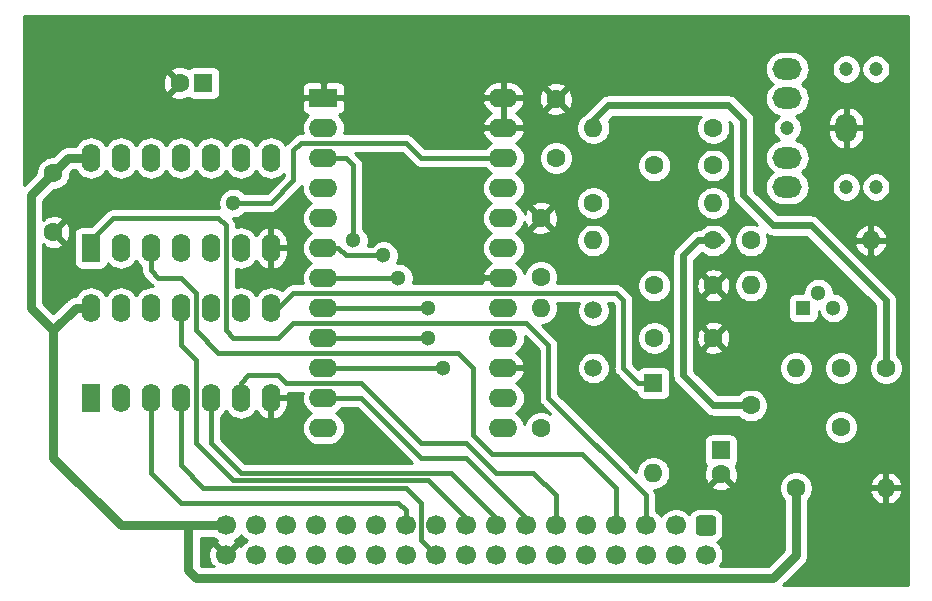
<source format=gtl>
%TF.GenerationSoftware,KiCad,Pcbnew,(5.1.10)-1*%
%TF.CreationDate,2022-01-30T13:18:58+01:00*%
%TF.ProjectId,MEA8000,4d454138-3030-4302-9e6b-696361645f70,1.0*%
%TF.SameCoordinates,PX6d01460PY60e4b00*%
%TF.FileFunction,Copper,L1,Top*%
%TF.FilePolarity,Positive*%
%FSLAX46Y46*%
G04 Gerber Fmt 4.6, Leading zero omitted, Abs format (unit mm)*
G04 Created by KiCad (PCBNEW (5.1.10)-1) date 2022-01-30 13:18:58*
%MOMM*%
%LPD*%
G01*
G04 APERTURE LIST*
%TA.AperFunction,ComponentPad*%
%ADD10O,2.400000X1.600000*%
%TD*%
%TA.AperFunction,ComponentPad*%
%ADD11R,2.400000X1.600000*%
%TD*%
%TA.AperFunction,ComponentPad*%
%ADD12C,1.500000*%
%TD*%
%TA.AperFunction,ComponentPad*%
%ADD13O,1.600000X2.400000*%
%TD*%
%TA.AperFunction,ComponentPad*%
%ADD14R,1.600000X2.400000*%
%TD*%
%TA.AperFunction,ComponentPad*%
%ADD15O,1.600000X1.600000*%
%TD*%
%TA.AperFunction,ComponentPad*%
%ADD16C,1.600000*%
%TD*%
%TA.AperFunction,ComponentPad*%
%ADD17C,1.700000*%
%TD*%
%TA.AperFunction,ComponentPad*%
%ADD18R,1.600000X1.600000*%
%TD*%
%TA.AperFunction,WasherPad*%
%ADD19C,1.200000*%
%TD*%
%TA.AperFunction,ComponentPad*%
%ADD20O,2.500000X1.800000*%
%TD*%
%TA.AperFunction,ComponentPad*%
%ADD21O,1.800000X2.500000*%
%TD*%
%TA.AperFunction,ComponentPad*%
%ADD22R,1.300000X1.300000*%
%TD*%
%TA.AperFunction,ComponentPad*%
%ADD23C,1.300000*%
%TD*%
%TA.AperFunction,ViaPad*%
%ADD24C,1.300000*%
%TD*%
%TA.AperFunction,Conductor*%
%ADD25C,0.800000*%
%TD*%
%TA.AperFunction,Conductor*%
%ADD26C,0.400000*%
%TD*%
%TA.AperFunction,Conductor*%
%ADD27C,0.600000*%
%TD*%
%TA.AperFunction,Conductor*%
%ADD28C,0.254000*%
%TD*%
%TA.AperFunction,Conductor*%
%ADD29C,0.100000*%
%TD*%
G04 APERTURE END LIST*
D10*
%TO.P,U3,24*%
%TO.N,GND*%
X41275000Y41910000D03*
%TO.P,U3,12*%
%TO.N,Net-(D1-Pad1)*%
X26035000Y13970000D03*
%TO.P,U3,23*%
%TO.N,GND*%
X41275000Y39370000D03*
%TO.P,U3,11*%
%TO.N,/A0*%
X26035000Y16510000D03*
%TO.P,U3,22*%
%TO.N,Net-(U1-Pad4)*%
X41275000Y36830000D03*
%TO.P,U3,10*%
%TO.N,/D0*%
X26035000Y19050000D03*
%TO.P,U3,21*%
%TO.N,Net-(U3-Pad21)*%
X41275000Y34290000D03*
%TO.P,U3,9*%
%TO.N,/D1*%
X26035000Y21590000D03*
%TO.P,U3,20*%
%TO.N,Net-(C5-Pad2)*%
X41275000Y31750000D03*
%TO.P,U3,8*%
%TO.N,/D2*%
X26035000Y24130000D03*
%TO.P,U3,19*%
%TO.N,Net-(C4-Pad2)*%
X41275000Y29210000D03*
%TO.P,U3,7*%
%TO.N,/D3*%
X26035000Y26670000D03*
%TO.P,U3,18*%
%TO.N,GND*%
X41275000Y26670000D03*
%TO.P,U3,6*%
%TO.N,/D4*%
X26035000Y29210000D03*
%TO.P,U3,17*%
%TO.N,Net-(C3-Pad2)*%
X41275000Y24130000D03*
%TO.P,U3,5*%
%TO.N,/D5*%
X26035000Y31750000D03*
%TO.P,U3,16*%
%TO.N,Net-(R1-Pad1)*%
X41275000Y21590000D03*
%TO.P,U3,4*%
%TO.N,/D6*%
X26035000Y34290000D03*
%TO.P,U3,15*%
%TO.N,GND*%
X41275000Y19050000D03*
%TO.P,U3,3*%
%TO.N,/D7*%
X26035000Y36830000D03*
%TO.P,U3,14*%
%TO.N,Net-(U3-Pad14)*%
X41275000Y16510000D03*
%TO.P,U3,2*%
%TO.N,Net-(U3-Pad2)*%
X26035000Y39370000D03*
%TO.P,U3,13*%
%TO.N,VCC*%
X41275000Y13970000D03*
D11*
%TO.P,U3,1*%
%TO.N,GND*%
X26035000Y41910000D03*
%TD*%
D12*
%TO.P,Y1,2*%
%TO.N,Net-(C3-Pad2)*%
X48895000Y23930000D03*
%TO.P,Y1,1*%
%TO.N,Net-(R1-Pad1)*%
X48895000Y19050000D03*
%TD*%
D13*
%TO.P,U1,14*%
%TO.N,VCC*%
X6350000Y36830000D03*
%TO.P,U1,7*%
%TO.N,GND*%
X21590000Y29210000D03*
%TO.P,U1,13*%
%TO.N,N/C*%
X8890000Y36830000D03*
%TO.P,U1,6*%
X19050000Y29210000D03*
%TO.P,U1,12*%
X11430000Y36830000D03*
%TO.P,U1,5*%
X16510000Y29210000D03*
%TO.P,U1,11*%
X13970000Y36830000D03*
%TO.P,U1,4*%
%TO.N,Net-(U1-Pad4)*%
X13970000Y29210000D03*
%TO.P,U1,10*%
%TO.N,N/C*%
X16510000Y36830000D03*
%TO.P,U1,3*%
%TO.N,/R_~W*%
X11430000Y29210000D03*
%TO.P,U1,9*%
%TO.N,N/C*%
X19050000Y36830000D03*
%TO.P,U1,2*%
%TO.N,Net-(U1-Pad2)*%
X8890000Y29210000D03*
%TO.P,U1,8*%
%TO.N,N/C*%
X21590000Y36830000D03*
D14*
%TO.P,U1,1*%
%TO.N,/~IO*%
X6350000Y29210000D03*
%TD*%
D15*
%TO.P,R1,2*%
%TO.N,Net-(C3-Pad2)*%
X44450000Y24130000D03*
D16*
%TO.P,R1,1*%
%TO.N,Net-(R1-Pad1)*%
X44450000Y13970000D03*
%TD*%
D17*
%TO.P,J1,34*%
%TO.N,GND*%
X17780000Y3175000D03*
%TO.P,J1,32*%
%TO.N,/A11*%
X20320000Y3175000D03*
%TO.P,J1,30*%
%TO.N,/A12*%
X22860000Y3175000D03*
%TO.P,J1,28*%
%TO.N,/A13*%
X25400000Y3175000D03*
%TO.P,J1,26*%
%TO.N,/A14*%
X27940000Y3175000D03*
%TO.P,J1,24*%
%TO.N,/A15*%
X30480000Y3175000D03*
%TO.P,J1,22*%
%TO.N,/D7*%
X33020000Y3175000D03*
%TO.P,J1,20*%
%TO.N,/A4*%
X35560000Y3175000D03*
%TO.P,J1,18*%
%TO.N,/D4*%
X38100000Y3175000D03*
%TO.P,J1,16*%
%TO.N,/D3*%
X40640000Y3175000D03*
%TO.P,J1,14*%
%TO.N,/D6*%
X43180000Y3175000D03*
%TO.P,J1,12*%
%TO.N,/D1*%
X45720000Y3175000D03*
%TO.P,J1,10*%
%TO.N,/D0*%
X48260000Y3175000D03*
%TO.P,J1,8*%
%TO.N,/~IRQ*%
X50800000Y3175000D03*
%TO.P,J1,6*%
%TO.N,/~IOCTRL*%
X53340000Y3175000D03*
%TO.P,J1,4*%
%TO.N,/~RESET*%
X55880000Y3175000D03*
%TO.P,J1,2*%
%TO.N,/~ROMDIS*%
X58420000Y3175000D03*
%TO.P,J1,33*%
%TO.N,VCC*%
X17780000Y5715000D03*
%TO.P,J1,31*%
%TO.N,/A10*%
X20320000Y5715000D03*
%TO.P,J1,29*%
%TO.N,/A9*%
X22860000Y5715000D03*
%TO.P,J1,27*%
%TO.N,/A8*%
X25400000Y5715000D03*
%TO.P,J1,25*%
%TO.N,/A7*%
X27940000Y5715000D03*
%TO.P,J1,23*%
%TO.N,/A6*%
X30480000Y5715000D03*
%TO.P,J1,21*%
%TO.N,/A5*%
X33020000Y5715000D03*
%TO.P,J1,19*%
%TO.N,/D5*%
X35560000Y5715000D03*
%TO.P,J1,17*%
%TO.N,/A2*%
X38100000Y5715000D03*
%TO.P,J1,15*%
%TO.N,/A1*%
X40640000Y5715000D03*
%TO.P,J1,13*%
%TO.N,/A0*%
X43180000Y5715000D03*
%TO.P,J1,11*%
%TO.N,/A3*%
X45720000Y5715000D03*
%TO.P,J1,9*%
%TO.N,/D2*%
X48260000Y5715000D03*
%TO.P,J1,7*%
%TO.N,/R_~W*%
X50800000Y5715000D03*
%TO.P,J1,5*%
%TO.N,/~IO*%
X53340000Y5715000D03*
%TO.P,J1,3*%
%TO.N,/PHI2*%
X55880000Y5715000D03*
%TO.P,J1,1*%
%TO.N,/~MAP*%
%TA.AperFunction,ComponentPad*%
G36*
G01*
X57820000Y6565000D02*
X59020000Y6565000D01*
G75*
G02*
X59270000Y6315000I0J-250000D01*
G01*
X59270000Y5115000D01*
G75*
G02*
X59020000Y4865000I-250000J0D01*
G01*
X57820000Y4865000D01*
G75*
G02*
X57570000Y5115000I0J250000D01*
G01*
X57570000Y6315000D01*
G75*
G02*
X57820000Y6565000I250000J0D01*
G01*
G37*
%TD.AperFunction*%
%TD*%
D15*
%TO.P,D1,2*%
%TO.N,/~IOCTRL*%
X53975000Y10160000D03*
D18*
%TO.P,D1,1*%
%TO.N,Net-(D1-Pad1)*%
X53975000Y17780000D03*
%TD*%
D16*
%TO.P,C3,2*%
%TO.N,Net-(C3-Pad2)*%
X44450000Y26750000D03*
%TO.P,C3,1*%
%TO.N,GND*%
X44450000Y31750000D03*
%TD*%
D19*
%TO.P,J2,*%
%TO.N,*%
X70310000Y34370000D03*
X70310000Y44370000D03*
X72810000Y44370000D03*
X72810000Y34370000D03*
X65310000Y39370000D03*
D20*
%TO.P,J2,RN*%
%TO.N,Net-(J2-PadRN)*%
X65310000Y36870000D03*
%TO.P,J2,R*%
%TO.N,Net-(J2-PadR)*%
X65310000Y34370000D03*
%TO.P,J2,TN*%
%TO.N,Net-(J2-PadT)*%
X65310000Y41870000D03*
%TO.P,J2,T*%
X65310000Y44370000D03*
D21*
%TO.P,J2,S*%
%TO.N,GND*%
X70310000Y39370000D03*
%TD*%
D16*
%TO.P,C2,2*%
%TO.N,VCC*%
X54055000Y21590000D03*
%TO.P,C2,1*%
%TO.N,GND*%
X59055000Y21590000D03*
%TD*%
%TO.P,C1,2*%
%TO.N,VCC*%
X3175000Y35560000D03*
%TO.P,C1,1*%
%TO.N,GND*%
X3175000Y30560000D03*
%TD*%
D22*
%TO.P,Q1,1*%
%TO.N,Net-(C8-Pad1)*%
X66675000Y24130000D03*
D23*
%TO.P,Q1,3*%
%TO.N,Net-(C5-Pad1)*%
X69215000Y24130000D03*
%TO.P,Q1,2*%
%TO.N,Net-(C5-Pad2)*%
X67945000Y25400000D03*
%TD*%
D13*
%TO.P,U2,14*%
%TO.N,VCC*%
X6350000Y24130000D03*
%TO.P,U2,7*%
%TO.N,GND*%
X21590000Y16510000D03*
%TO.P,U2,13*%
%TO.N,N/C*%
X8890000Y24130000D03*
%TO.P,U2,6*%
%TO.N,/A3*%
X19050000Y16510000D03*
%TO.P,U2,12*%
%TO.N,Net-(U1-Pad2)*%
X11430000Y24130000D03*
%TO.P,U2,5*%
%TO.N,/A1*%
X16510000Y16510000D03*
%TO.P,U2,11*%
%TO.N,/A2*%
X13970000Y24130000D03*
%TO.P,U2,4*%
%TO.N,/A4*%
X13970000Y16510000D03*
%TO.P,U2,10*%
%TO.N,N/C*%
X16510000Y24130000D03*
%TO.P,U2,3*%
%TO.N,/A5*%
X11430000Y16510000D03*
%TO.P,U2,9*%
%TO.N,N/C*%
X19050000Y24130000D03*
%TO.P,U2,2*%
%TO.N,/A6*%
X8890000Y16510000D03*
%TO.P,U2,8*%
%TO.N,Net-(D1-Pad1)*%
X21590000Y24130000D03*
D14*
%TO.P,U2,1*%
%TO.N,/A7*%
X6350000Y16510000D03*
%TD*%
D15*
%TO.P,R6,2*%
%TO.N,GND*%
X72390000Y29845000D03*
D16*
%TO.P,R6,1*%
%TO.N,Net-(C5-Pad1)*%
X62230000Y29845000D03*
%TD*%
D15*
%TO.P,R8,2*%
%TO.N,Net-(C6-Pad2)*%
X48895000Y39370000D03*
D16*
%TO.P,R8,1*%
%TO.N,Net-(J2-PadT)*%
X59055000Y39370000D03*
%TD*%
D15*
%TO.P,R7,2*%
%TO.N,GND*%
X73660000Y8890000D03*
D16*
%TO.P,R7,1*%
%TO.N,Net-(C6-Pad2)*%
X73660000Y19050000D03*
%TD*%
D15*
%TO.P,R4,2*%
%TO.N,Net-(C5-Pad1)*%
X59055000Y33020000D03*
D16*
%TO.P,R4,1*%
%TO.N,Net-(C5-Pad2)*%
X48895000Y33020000D03*
%TD*%
D15*
%TO.P,R3,2*%
%TO.N,Net-(C5-Pad2)*%
X62230000Y26035000D03*
D16*
%TO.P,R3,1*%
%TO.N,Net-(C8-Pad1)*%
X62230000Y15875000D03*
%TD*%
D15*
%TO.P,R2,2*%
%TO.N,Net-(C4-Pad2)*%
X48895000Y29845000D03*
D16*
%TO.P,R2,1*%
%TO.N,Net-(C8-Pad1)*%
X59055000Y29845000D03*
%TD*%
D15*
%TO.P,R5,2*%
%TO.N,Net-(C8-Pad1)*%
X66040000Y19050000D03*
D16*
%TO.P,R5,1*%
%TO.N,VCC*%
X66040000Y8890000D03*
%TD*%
%TO.P,C8,2*%
%TO.N,GND*%
X59690000Y10065000D03*
D18*
%TO.P,C8,1*%
%TO.N,Net-(C8-Pad1)*%
X59690000Y12065000D03*
%TD*%
D16*
%TO.P,C6,2*%
%TO.N,Net-(C6-Pad2)*%
X69850000Y14050000D03*
%TO.P,C6,1*%
%TO.N,Net-(C5-Pad1)*%
X69850000Y19050000D03*
%TD*%
%TO.P,C9,2*%
%TO.N,Net-(C6-Pad2)*%
X45720000Y36830000D03*
%TO.P,C9,1*%
%TO.N,GND*%
X45720000Y41830000D03*
%TD*%
%TO.P,C5,2*%
%TO.N,Net-(C5-Pad2)*%
X54055000Y36195000D03*
%TO.P,C5,1*%
%TO.N,Net-(C5-Pad1)*%
X59055000Y36195000D03*
%TD*%
%TO.P,C4,2*%
%TO.N,Net-(C4-Pad2)*%
X54055000Y26035000D03*
%TO.P,C4,1*%
%TO.N,GND*%
X59055000Y26035000D03*
%TD*%
%TO.P,C7,2*%
%TO.N,GND*%
X13875000Y43180000D03*
D18*
%TO.P,C7,1*%
%TO.N,VCC*%
X15875000Y43180000D03*
%TD*%
D24*
%TO.N,/D0*%
X36195000Y19050000D03*
%TO.N,/D1*%
X34925000Y21590000D03*
%TO.N,/D2*%
X34925000Y24130000D03*
%TO.N,/D3*%
X32385000Y26670000D03*
%TO.N,/D4*%
X31115000Y28575000D03*
%TO.N,/D7*%
X28575000Y29845000D03*
%TO.N,Net-(U1-Pad4)*%
X18415000Y33020000D03*
%TD*%
D25*
%TO.N,VCC*%
X8890000Y5715000D02*
X3175000Y11430000D01*
X3175000Y11430000D02*
X3175000Y22225000D01*
X5080000Y24130000D02*
X6350000Y24130000D01*
X3175000Y22225000D02*
X5080000Y24130000D01*
X4445000Y36830000D02*
X3175000Y35560000D01*
X6350000Y36830000D02*
X4445000Y36830000D01*
X1270000Y24130000D02*
X3175000Y22225000D01*
X1270000Y33655000D02*
X1270000Y24130000D01*
X3175000Y35560000D02*
X1270000Y33655000D01*
X17780000Y5715000D02*
X14605000Y5715000D01*
X14605000Y5715000D02*
X8890000Y5715000D01*
X66040000Y8890000D02*
X66040000Y3175000D01*
X66040000Y3175000D02*
X64135000Y1270000D01*
X64135000Y1270000D02*
X15240000Y1270000D01*
X14605000Y1905000D02*
X14605000Y5715000D01*
X15240000Y1270000D02*
X14605000Y1905000D01*
D26*
%TO.N,/D0*%
X36195000Y19050000D02*
X26035000Y19050000D01*
%TO.N,/D1*%
X34925000Y21590000D02*
X26035000Y21590000D01*
%TO.N,/D2*%
X34925000Y24130000D02*
X26035000Y24130000D01*
%TO.N,/D3*%
X32385000Y26670000D02*
X26035000Y26670000D01*
%TO.N,/D4*%
X27940000Y28575000D02*
X27305000Y29210000D01*
X31115000Y28575000D02*
X27940000Y28575000D01*
X27305000Y29210000D02*
X26035000Y29210000D01*
%TO.N,/D7*%
X27940000Y36830000D02*
X26035000Y36830000D01*
X28575000Y29845000D02*
X28575000Y36195000D01*
X28575000Y36195000D02*
X27940000Y36830000D01*
%TO.N,/A0*%
X43180000Y5715000D02*
X43180000Y6350000D01*
X29210000Y16510000D02*
X26035000Y16510000D01*
X43180000Y6350000D02*
X38100000Y11430000D01*
X38100000Y11430000D02*
X34290000Y11430000D01*
X34290000Y11430000D02*
X29210000Y16510000D01*
%TO.N,/A1*%
X16510000Y16510000D02*
X16510000Y12700000D01*
X16510000Y12700000D02*
X19050000Y10160000D01*
X19050000Y10160000D02*
X36830000Y10160000D01*
X40640000Y6350000D02*
X40640000Y5715000D01*
X36830000Y10160000D02*
X40640000Y6350000D01*
%TO.N,/A2*%
X13970000Y24130000D02*
X13970000Y20955000D01*
X13970000Y20955000D02*
X15240000Y19685000D01*
X15240000Y19685000D02*
X15240000Y12700000D01*
X15240000Y12700000D02*
X18415000Y9525000D01*
X18415000Y9525000D02*
X34925000Y9525000D01*
X38100000Y6350000D02*
X38100000Y5715000D01*
X34925000Y9525000D02*
X38100000Y6350000D01*
%TO.N,/A3*%
X19050000Y17780000D02*
X19050000Y16510000D01*
X22225000Y18415000D02*
X19685000Y18415000D01*
X22860000Y17780000D02*
X22225000Y18415000D01*
X29210000Y17780000D02*
X22860000Y17780000D01*
X34290000Y12700000D02*
X29210000Y17780000D01*
X38100000Y12700000D02*
X34290000Y12700000D01*
X40640000Y10160000D02*
X38100000Y12700000D01*
X19685000Y18415000D02*
X19050000Y17780000D01*
X43815000Y10160000D02*
X40640000Y10160000D01*
X45720000Y8255000D02*
X43815000Y10160000D01*
X45720000Y5715000D02*
X45720000Y8255000D01*
%TO.N,/A4*%
X13970000Y10795000D02*
X13970000Y16510000D01*
X15875000Y8890000D02*
X13970000Y10795000D01*
X33020000Y8890000D02*
X15875000Y8890000D01*
X34290000Y7620000D02*
X33020000Y8890000D01*
X34290000Y4445000D02*
X34290000Y7620000D01*
X35560000Y3175000D02*
X34290000Y4445000D01*
%TO.N,/A5*%
X11430000Y10160000D02*
X11430000Y16510000D01*
X13970000Y7620000D02*
X11430000Y10160000D01*
X32385000Y7620000D02*
X13970000Y7620000D01*
X33020000Y6985000D02*
X32385000Y7620000D01*
X33020000Y5715000D02*
X33020000Y6985000D01*
D27*
%TO.N,Net-(C6-Pad2)*%
X73660000Y24765000D02*
X67310000Y31115000D01*
X73660000Y19050000D02*
X73660000Y24765000D01*
X60325000Y41275000D02*
X50165000Y41275000D01*
X48895000Y40005000D02*
X48895000Y39370000D01*
X50165000Y41275000D02*
X48895000Y40005000D01*
X61595000Y40005000D02*
X61595000Y33655000D01*
X61595000Y33655000D02*
X64135000Y31115000D01*
X67310000Y31115000D02*
X64135000Y31115000D01*
X61595000Y40005000D02*
X60325000Y41275000D01*
%TO.N,Net-(C8-Pad1)*%
X59055000Y29845000D02*
X59690000Y29845000D01*
X59055000Y29845000D02*
X57785000Y29845000D01*
X57785000Y29845000D02*
X56515000Y28575000D01*
X56515000Y28575000D02*
X56515000Y18415000D01*
X59055000Y15875000D02*
X62230000Y15875000D01*
X56515000Y18415000D02*
X59055000Y15875000D01*
D26*
%TO.N,Net-(D1-Pad1)*%
X21590000Y24130000D02*
X22225000Y24130000D01*
X22225000Y24130000D02*
X23495000Y25400000D01*
X23495000Y25400000D02*
X50800000Y25400000D01*
X50800000Y25400000D02*
X51435000Y24765000D01*
X51435000Y24765000D02*
X51435000Y19050000D01*
X52705000Y17780000D02*
X53975000Y17780000D01*
X51435000Y19050000D02*
X52705000Y17780000D01*
%TO.N,/R_~W*%
X38735000Y13335000D02*
X38735000Y19050000D01*
X38735000Y19050000D02*
X37465000Y20320000D01*
X37465000Y20320000D02*
X17145000Y20320000D01*
X17145000Y20320000D02*
X15240000Y22225000D01*
X15240000Y22225000D02*
X15240000Y25400000D01*
X15240000Y25400000D02*
X13970000Y26670000D01*
X13970000Y26670000D02*
X12065000Y26670000D01*
X11430000Y27305000D02*
X11430000Y29210000D01*
X12065000Y26670000D02*
X11430000Y27305000D01*
X50800000Y5715000D02*
X50800000Y8890000D01*
X47942500Y11747500D02*
X40322500Y11747500D01*
X50800000Y8890000D02*
X47942500Y11747500D01*
X40322500Y11747500D02*
X38735000Y13335000D01*
%TO.N,/~IO*%
X6350000Y29210000D02*
X6350000Y29845000D01*
X17780000Y22225000D02*
X18415000Y21590000D01*
X6350000Y29845000D02*
X8255000Y31750000D01*
X17780000Y31115000D02*
X17780000Y22225000D01*
X53340000Y8255000D02*
X53340000Y5715000D01*
X8255000Y31750000D02*
X17145000Y31750000D01*
X17145000Y31750000D02*
X17780000Y31115000D01*
X18415000Y21590000D02*
X22225000Y21590000D01*
X43180000Y22860000D02*
X45085000Y20955000D01*
X22225000Y21590000D02*
X23495000Y22860000D01*
X23495000Y22860000D02*
X43180000Y22860000D01*
X53340000Y8255000D02*
X45085000Y16510000D01*
X45085000Y16510000D02*
X45085000Y20955000D01*
%TO.N,Net-(U1-Pad4)*%
X41275000Y36830000D02*
X34290000Y36830000D01*
X34290000Y36830000D02*
X33020000Y38100000D01*
X33020000Y38100000D02*
X24130000Y38100000D01*
X24130000Y38100000D02*
X23495000Y37465000D01*
X23495000Y37465000D02*
X23495000Y34925000D01*
X23495000Y34925000D02*
X21590000Y33020000D01*
X21590000Y33020000D02*
X18415000Y33020000D01*
%TD*%
D28*
%TO.N,GND*%
X75540000Y660000D02*
X64988710Y660000D01*
X66735908Y2407197D01*
X66775396Y2439604D01*
X66810844Y2482797D01*
X66904734Y2597202D01*
X66982045Y2741842D01*
X67000841Y2777007D01*
X67060024Y2972105D01*
X67075000Y3124162D01*
X67075000Y3124165D01*
X67080007Y3175000D01*
X67075000Y3225835D01*
X67075000Y7895604D01*
X67154637Y7975241D01*
X67311680Y8210273D01*
X67419853Y8471426D01*
X67433684Y8540960D01*
X72268091Y8540960D01*
X72362930Y8276119D01*
X72507615Y8034869D01*
X72696586Y7826481D01*
X72922580Y7658963D01*
X73176913Y7538754D01*
X73310961Y7498096D01*
X73533000Y7620085D01*
X73533000Y8763000D01*
X73787000Y8763000D01*
X73787000Y7620085D01*
X74009039Y7498096D01*
X74143087Y7538754D01*
X74397420Y7658963D01*
X74623414Y7826481D01*
X74812385Y8034869D01*
X74957070Y8276119D01*
X75051909Y8540960D01*
X74930624Y8763000D01*
X73787000Y8763000D01*
X73533000Y8763000D01*
X72389376Y8763000D01*
X72268091Y8540960D01*
X67433684Y8540960D01*
X67475000Y8748665D01*
X67475000Y9031335D01*
X67433685Y9239040D01*
X72268091Y9239040D01*
X72389376Y9017000D01*
X73533000Y9017000D01*
X73533000Y10159915D01*
X73787000Y10159915D01*
X73787000Y9017000D01*
X74930624Y9017000D01*
X75051909Y9239040D01*
X74957070Y9503881D01*
X74812385Y9745131D01*
X74623414Y9953519D01*
X74397420Y10121037D01*
X74143087Y10241246D01*
X74009039Y10281904D01*
X73787000Y10159915D01*
X73533000Y10159915D01*
X73310961Y10281904D01*
X73176913Y10241246D01*
X72922580Y10121037D01*
X72696586Y9953519D01*
X72507615Y9745131D01*
X72362930Y9503881D01*
X72268091Y9239040D01*
X67433685Y9239040D01*
X67419853Y9308574D01*
X67311680Y9569727D01*
X67154637Y9804759D01*
X66954759Y10004637D01*
X66719727Y10161680D01*
X66458574Y10269853D01*
X66181335Y10325000D01*
X65898665Y10325000D01*
X65621426Y10269853D01*
X65360273Y10161680D01*
X65125241Y10004637D01*
X64925363Y9804759D01*
X64768320Y9569727D01*
X64660147Y9308574D01*
X64605000Y9031335D01*
X64605000Y8748665D01*
X64660147Y8471426D01*
X64768320Y8210273D01*
X64925363Y7975241D01*
X65005000Y7895604D01*
X65005001Y3603712D01*
X63706290Y2305000D01*
X59624679Y2305000D01*
X59735990Y2471589D01*
X59847932Y2741842D01*
X59905000Y3028740D01*
X59905000Y3321260D01*
X59847932Y3608158D01*
X59735990Y3878411D01*
X59573475Y4121632D01*
X59386392Y4308715D01*
X59513386Y4376595D01*
X59647962Y4487038D01*
X59758405Y4621614D01*
X59840472Y4775150D01*
X59891008Y4941746D01*
X59908072Y5115000D01*
X59908072Y6315000D01*
X59891008Y6488254D01*
X59840472Y6654850D01*
X59758405Y6808386D01*
X59647962Y6942962D01*
X59513386Y7053405D01*
X59359850Y7135472D01*
X59193254Y7186008D01*
X59020000Y7203072D01*
X57820000Y7203072D01*
X57646746Y7186008D01*
X57480150Y7135472D01*
X57326614Y7053405D01*
X57192038Y6942962D01*
X57081595Y6808386D01*
X57013715Y6681392D01*
X56826632Y6868475D01*
X56583411Y7030990D01*
X56313158Y7142932D01*
X56026260Y7200000D01*
X55733740Y7200000D01*
X55446842Y7142932D01*
X55176589Y7030990D01*
X54933368Y6868475D01*
X54726525Y6661632D01*
X54610000Y6487240D01*
X54493475Y6661632D01*
X54286632Y6868475D01*
X54175000Y6943065D01*
X54175000Y8213982D01*
X54179040Y8255000D01*
X54162918Y8418689D01*
X54115172Y8576087D01*
X54037636Y8721146D01*
X54034473Y8725000D01*
X54116335Y8725000D01*
X54393574Y8780147D01*
X54654727Y8888320D01*
X54889759Y9045363D01*
X54916694Y9072298D01*
X58876903Y9072298D01*
X58948486Y8828329D01*
X59203996Y8707429D01*
X59478184Y8638700D01*
X59760512Y8624783D01*
X60040130Y8666213D01*
X60306292Y8761397D01*
X60431514Y8828329D01*
X60503097Y9072298D01*
X59690000Y9885395D01*
X58876903Y9072298D01*
X54916694Y9072298D01*
X55089637Y9245241D01*
X55246680Y9480273D01*
X55354853Y9741426D01*
X55405190Y9994488D01*
X58249783Y9994488D01*
X58291213Y9714870D01*
X58386397Y9448708D01*
X58453329Y9323486D01*
X58697298Y9251903D01*
X59510395Y10065000D01*
X59496253Y10079142D01*
X59675858Y10258747D01*
X59690000Y10244605D01*
X59704143Y10258747D01*
X59883748Y10079142D01*
X59869605Y10065000D01*
X60682702Y9251903D01*
X60926671Y9323486D01*
X61047571Y9578996D01*
X61116300Y9853184D01*
X61130217Y10135512D01*
X61088787Y10415130D01*
X60993603Y10681292D01*
X60928384Y10803309D01*
X60941185Y10813815D01*
X61020537Y10910506D01*
X61079502Y11020820D01*
X61115812Y11140518D01*
X61128072Y11265000D01*
X61128072Y12865000D01*
X61115812Y12989482D01*
X61079502Y13109180D01*
X61020537Y13219494D01*
X60941185Y13316185D01*
X60844494Y13395537D01*
X60734180Y13454502D01*
X60614482Y13490812D01*
X60490000Y13503072D01*
X58890000Y13503072D01*
X58765518Y13490812D01*
X58645820Y13454502D01*
X58535506Y13395537D01*
X58438815Y13316185D01*
X58359463Y13219494D01*
X58300498Y13109180D01*
X58264188Y12989482D01*
X58251928Y12865000D01*
X58251928Y11265000D01*
X58264188Y11140518D01*
X58300498Y11020820D01*
X58359463Y10910506D01*
X58438815Y10813815D01*
X58451758Y10803193D01*
X58332429Y10551004D01*
X58263700Y10276816D01*
X58249783Y9994488D01*
X55405190Y9994488D01*
X55410000Y10018665D01*
X55410000Y10301335D01*
X55354853Y10578574D01*
X55246680Y10839727D01*
X55089637Y11074759D01*
X54889759Y11274637D01*
X54654727Y11431680D01*
X54393574Y11539853D01*
X54116335Y11595000D01*
X53833665Y11595000D01*
X53556426Y11539853D01*
X53295273Y11431680D01*
X53060241Y11274637D01*
X52860363Y11074759D01*
X52703320Y10839727D01*
X52595147Y10578574D01*
X52540000Y10301335D01*
X52540000Y10235869D01*
X48584533Y14191335D01*
X68415000Y14191335D01*
X68415000Y13908665D01*
X68470147Y13631426D01*
X68578320Y13370273D01*
X68735363Y13135241D01*
X68935241Y12935363D01*
X69170273Y12778320D01*
X69431426Y12670147D01*
X69708665Y12615000D01*
X69991335Y12615000D01*
X70268574Y12670147D01*
X70529727Y12778320D01*
X70764759Y12935363D01*
X70964637Y13135241D01*
X71121680Y13370273D01*
X71229853Y13631426D01*
X71285000Y13908665D01*
X71285000Y14191335D01*
X71229853Y14468574D01*
X71121680Y14729727D01*
X70964637Y14964759D01*
X70764759Y15164637D01*
X70529727Y15321680D01*
X70268574Y15429853D01*
X69991335Y15485000D01*
X69708665Y15485000D01*
X69431426Y15429853D01*
X69170273Y15321680D01*
X68935241Y15164637D01*
X68735363Y14964759D01*
X68578320Y14729727D01*
X68470147Y14468574D01*
X68415000Y14191335D01*
X48584533Y14191335D01*
X45920000Y16855867D01*
X45920000Y19186411D01*
X47510000Y19186411D01*
X47510000Y18913589D01*
X47563225Y18646011D01*
X47667629Y18393957D01*
X47819201Y18167114D01*
X48012114Y17974201D01*
X48238957Y17822629D01*
X48491011Y17718225D01*
X48758589Y17665000D01*
X49031411Y17665000D01*
X49298989Y17718225D01*
X49551043Y17822629D01*
X49777886Y17974201D01*
X49970799Y18167114D01*
X50122371Y18393957D01*
X50226775Y18646011D01*
X50280000Y18913589D01*
X50280000Y19186411D01*
X50226775Y19453989D01*
X50122371Y19706043D01*
X49970799Y19932886D01*
X49777886Y20125799D01*
X49551043Y20277371D01*
X49298989Y20381775D01*
X49031411Y20435000D01*
X48758589Y20435000D01*
X48491011Y20381775D01*
X48238957Y20277371D01*
X48012114Y20125799D01*
X47819201Y19932886D01*
X47667629Y19706043D01*
X47563225Y19453989D01*
X47510000Y19186411D01*
X45920000Y19186411D01*
X45920000Y20913982D01*
X45924040Y20955000D01*
X45907918Y21118689D01*
X45860172Y21276087D01*
X45782636Y21421146D01*
X45704439Y21516430D01*
X45704437Y21516432D01*
X45678291Y21548291D01*
X45646431Y21574438D01*
X44525868Y22695000D01*
X44591335Y22695000D01*
X44868574Y22750147D01*
X45129727Y22858320D01*
X45364759Y23015363D01*
X45564637Y23215241D01*
X45721680Y23450273D01*
X45829853Y23711426D01*
X45885000Y23988665D01*
X45885000Y24271335D01*
X45829853Y24548574D01*
X45823049Y24565000D01*
X47658913Y24565000D01*
X47563225Y24333989D01*
X47510000Y24066411D01*
X47510000Y23793589D01*
X47563225Y23526011D01*
X47667629Y23273957D01*
X47819201Y23047114D01*
X48012114Y22854201D01*
X48238957Y22702629D01*
X48491011Y22598225D01*
X48758589Y22545000D01*
X49031411Y22545000D01*
X49298989Y22598225D01*
X49551043Y22702629D01*
X49777886Y22854201D01*
X49970799Y23047114D01*
X50122371Y23273957D01*
X50226775Y23526011D01*
X50280000Y23793589D01*
X50280000Y24066411D01*
X50226775Y24333989D01*
X50131087Y24565000D01*
X50454132Y24565000D01*
X50600000Y24419132D01*
X50600001Y19091028D01*
X50595960Y19050000D01*
X50612082Y18886312D01*
X50659828Y18728914D01*
X50737364Y18583855D01*
X50760904Y18555172D01*
X50841710Y18456709D01*
X50873574Y18430559D01*
X52085558Y17218574D01*
X52111709Y17186709D01*
X52238854Y17082364D01*
X52383913Y17004828D01*
X52539120Y16957747D01*
X52549188Y16855518D01*
X52585498Y16735820D01*
X52644463Y16625506D01*
X52723815Y16528815D01*
X52820506Y16449463D01*
X52930820Y16390498D01*
X53050518Y16354188D01*
X53175000Y16341928D01*
X54775000Y16341928D01*
X54899482Y16354188D01*
X55019180Y16390498D01*
X55129494Y16449463D01*
X55226185Y16528815D01*
X55305537Y16625506D01*
X55364502Y16735820D01*
X55400812Y16855518D01*
X55413072Y16980000D01*
X55413072Y18580000D01*
X55400812Y18704482D01*
X55364502Y18824180D01*
X55305537Y18934494D01*
X55226185Y19031185D01*
X55129494Y19110537D01*
X55019180Y19169502D01*
X54899482Y19205812D01*
X54775000Y19218072D01*
X53175000Y19218072D01*
X53050518Y19205812D01*
X52930820Y19169502D01*
X52820506Y19110537D01*
X52723815Y19031185D01*
X52683638Y18982229D01*
X52270000Y19395867D01*
X52270000Y21731335D01*
X52620000Y21731335D01*
X52620000Y21448665D01*
X52675147Y21171426D01*
X52783320Y20910273D01*
X52940363Y20675241D01*
X53140241Y20475363D01*
X53375273Y20318320D01*
X53636426Y20210147D01*
X53913665Y20155000D01*
X54196335Y20155000D01*
X54473574Y20210147D01*
X54734727Y20318320D01*
X54969759Y20475363D01*
X55169637Y20675241D01*
X55326680Y20910273D01*
X55434853Y21171426D01*
X55490000Y21448665D01*
X55490000Y21731335D01*
X55434853Y22008574D01*
X55326680Y22269727D01*
X55169637Y22504759D01*
X54969759Y22704637D01*
X54734727Y22861680D01*
X54473574Y22969853D01*
X54196335Y23025000D01*
X53913665Y23025000D01*
X53636426Y22969853D01*
X53375273Y22861680D01*
X53140241Y22704637D01*
X52940363Y22504759D01*
X52783320Y22269727D01*
X52675147Y22008574D01*
X52620000Y21731335D01*
X52270000Y21731335D01*
X52270000Y24723982D01*
X52274040Y24765000D01*
X52257918Y24928688D01*
X52251972Y24948292D01*
X52210172Y25086087D01*
X52132636Y25231146D01*
X52112433Y25255764D01*
X52054439Y25326430D01*
X52054437Y25326432D01*
X52028291Y25358291D01*
X51996432Y25384436D01*
X51419445Y25961422D01*
X51393291Y25993291D01*
X51266146Y26097636D01*
X51121087Y26175172D01*
X51117254Y26176335D01*
X52620000Y26176335D01*
X52620000Y25893665D01*
X52675147Y25616426D01*
X52783320Y25355273D01*
X52940363Y25120241D01*
X53140241Y24920363D01*
X53375273Y24763320D01*
X53636426Y24655147D01*
X53913665Y24600000D01*
X54196335Y24600000D01*
X54473574Y24655147D01*
X54734727Y24763320D01*
X54969759Y24920363D01*
X55169637Y25120241D01*
X55326680Y25355273D01*
X55434853Y25616426D01*
X55490000Y25893665D01*
X55490000Y26176335D01*
X55434853Y26453574D01*
X55326680Y26714727D01*
X55169637Y26949759D01*
X54969759Y27149637D01*
X54734727Y27306680D01*
X54473574Y27414853D01*
X54196335Y27470000D01*
X53913665Y27470000D01*
X53636426Y27414853D01*
X53375273Y27306680D01*
X53140241Y27149637D01*
X52940363Y26949759D01*
X52783320Y26714727D01*
X52675147Y26453574D01*
X52620000Y26176335D01*
X51117254Y26176335D01*
X50963689Y26222918D01*
X50841019Y26235000D01*
X50841018Y26235000D01*
X50800000Y26239040D01*
X50758982Y26235000D01*
X45789912Y26235000D01*
X45829853Y26331426D01*
X45885000Y26608665D01*
X45885000Y26891335D01*
X45829853Y27168574D01*
X45721680Y27429727D01*
X45564637Y27664759D01*
X45364759Y27864637D01*
X45129727Y28021680D01*
X44868574Y28129853D01*
X44591335Y28185000D01*
X44308665Y28185000D01*
X44031426Y28129853D01*
X43770273Y28021680D01*
X43535241Y27864637D01*
X43335363Y27664759D01*
X43178320Y27429727D01*
X43070147Y27168574D01*
X43053236Y27083557D01*
X43049367Y27101818D01*
X42938715Y27361646D01*
X42779500Y27594895D01*
X42577839Y27792601D01*
X42348259Y27942735D01*
X42476101Y28011068D01*
X42694608Y28190392D01*
X42873932Y28408899D01*
X43007182Y28658192D01*
X43089236Y28928691D01*
X43116943Y29210000D01*
X43089236Y29491309D01*
X43007182Y29761808D01*
X42887170Y29986335D01*
X47460000Y29986335D01*
X47460000Y29703665D01*
X47515147Y29426426D01*
X47623320Y29165273D01*
X47780363Y28930241D01*
X47980241Y28730363D01*
X48215273Y28573320D01*
X48476426Y28465147D01*
X48753665Y28410000D01*
X49036335Y28410000D01*
X49313574Y28465147D01*
X49574727Y28573320D01*
X49577241Y28575000D01*
X55575476Y28575000D01*
X55580000Y28529068D01*
X55580001Y18460942D01*
X55575476Y18415000D01*
X55593529Y18231709D01*
X55635329Y18093914D01*
X55646994Y18055460D01*
X55733815Y17893028D01*
X55850657Y17750656D01*
X55886336Y17721375D01*
X58361374Y15246336D01*
X58390656Y15210656D01*
X58533028Y15093814D01*
X58695460Y15006993D01*
X58818243Y14969747D01*
X58871707Y14953529D01*
X58890110Y14951717D01*
X59009068Y14940000D01*
X59009074Y14940000D01*
X59054999Y14935477D01*
X59100924Y14940000D01*
X61135604Y14940000D01*
X61315241Y14760363D01*
X61550273Y14603320D01*
X61811426Y14495147D01*
X62088665Y14440000D01*
X62371335Y14440000D01*
X62648574Y14495147D01*
X62909727Y14603320D01*
X63144759Y14760363D01*
X63344637Y14960241D01*
X63501680Y15195273D01*
X63609853Y15456426D01*
X63665000Y15733665D01*
X63665000Y16016335D01*
X63609853Y16293574D01*
X63501680Y16554727D01*
X63344637Y16789759D01*
X63144759Y16989637D01*
X62909727Y17146680D01*
X62648574Y17254853D01*
X62371335Y17310000D01*
X62088665Y17310000D01*
X61811426Y17254853D01*
X61550273Y17146680D01*
X61315241Y16989637D01*
X61135604Y16810000D01*
X59442290Y16810000D01*
X57450000Y18802289D01*
X57450000Y19191335D01*
X64605000Y19191335D01*
X64605000Y18908665D01*
X64660147Y18631426D01*
X64768320Y18370273D01*
X64925363Y18135241D01*
X65125241Y17935363D01*
X65360273Y17778320D01*
X65621426Y17670147D01*
X65898665Y17615000D01*
X66181335Y17615000D01*
X66458574Y17670147D01*
X66719727Y17778320D01*
X66954759Y17935363D01*
X67154637Y18135241D01*
X67311680Y18370273D01*
X67419853Y18631426D01*
X67475000Y18908665D01*
X67475000Y19191335D01*
X68415000Y19191335D01*
X68415000Y18908665D01*
X68470147Y18631426D01*
X68578320Y18370273D01*
X68735363Y18135241D01*
X68935241Y17935363D01*
X69170273Y17778320D01*
X69431426Y17670147D01*
X69708665Y17615000D01*
X69991335Y17615000D01*
X70268574Y17670147D01*
X70529727Y17778320D01*
X70764759Y17935363D01*
X70964637Y18135241D01*
X71121680Y18370273D01*
X71229853Y18631426D01*
X71285000Y18908665D01*
X71285000Y19191335D01*
X71229853Y19468574D01*
X71121680Y19729727D01*
X70964637Y19964759D01*
X70764759Y20164637D01*
X70529727Y20321680D01*
X70268574Y20429853D01*
X69991335Y20485000D01*
X69708665Y20485000D01*
X69431426Y20429853D01*
X69170273Y20321680D01*
X68935241Y20164637D01*
X68735363Y19964759D01*
X68578320Y19729727D01*
X68470147Y19468574D01*
X68415000Y19191335D01*
X67475000Y19191335D01*
X67419853Y19468574D01*
X67311680Y19729727D01*
X67154637Y19964759D01*
X66954759Y20164637D01*
X66719727Y20321680D01*
X66458574Y20429853D01*
X66181335Y20485000D01*
X65898665Y20485000D01*
X65621426Y20429853D01*
X65360273Y20321680D01*
X65125241Y20164637D01*
X64925363Y19964759D01*
X64768320Y19729727D01*
X64660147Y19468574D01*
X64605000Y19191335D01*
X57450000Y19191335D01*
X57450000Y20597298D01*
X58241903Y20597298D01*
X58313486Y20353329D01*
X58568996Y20232429D01*
X58843184Y20163700D01*
X59125512Y20149783D01*
X59405130Y20191213D01*
X59671292Y20286397D01*
X59796514Y20353329D01*
X59868097Y20597298D01*
X59055000Y21410395D01*
X58241903Y20597298D01*
X57450000Y20597298D01*
X57450000Y21519488D01*
X57614783Y21519488D01*
X57656213Y21239870D01*
X57751397Y20973708D01*
X57818329Y20848486D01*
X58062298Y20776903D01*
X58875395Y21590000D01*
X59234605Y21590000D01*
X60047702Y20776903D01*
X60291671Y20848486D01*
X60412571Y21103996D01*
X60481300Y21378184D01*
X60495217Y21660512D01*
X60453787Y21940130D01*
X60358603Y22206292D01*
X60291671Y22331514D01*
X60047702Y22403097D01*
X59234605Y21590000D01*
X58875395Y21590000D01*
X58062298Y22403097D01*
X57818329Y22331514D01*
X57697429Y22076004D01*
X57628700Y21801816D01*
X57614783Y21519488D01*
X57450000Y21519488D01*
X57450000Y22582702D01*
X58241903Y22582702D01*
X59055000Y21769605D01*
X59868097Y22582702D01*
X59796514Y22826671D01*
X59541004Y22947571D01*
X59266816Y23016300D01*
X58984488Y23030217D01*
X58704870Y22988787D01*
X58438708Y22893603D01*
X58313486Y22826671D01*
X58241903Y22582702D01*
X57450000Y22582702D01*
X57450000Y25042298D01*
X58241903Y25042298D01*
X58313486Y24798329D01*
X58568996Y24677429D01*
X58843184Y24608700D01*
X59125512Y24594783D01*
X59405130Y24636213D01*
X59671292Y24731397D01*
X59796514Y24798329D01*
X59868097Y25042298D01*
X59055000Y25855395D01*
X58241903Y25042298D01*
X57450000Y25042298D01*
X57450000Y25964488D01*
X57614783Y25964488D01*
X57656213Y25684870D01*
X57751397Y25418708D01*
X57818329Y25293486D01*
X58062298Y25221903D01*
X58875395Y26035000D01*
X59234605Y26035000D01*
X60047702Y25221903D01*
X60291671Y25293486D01*
X60412571Y25548996D01*
X60481300Y25823184D01*
X60495217Y26105512D01*
X60484724Y26176335D01*
X60795000Y26176335D01*
X60795000Y25893665D01*
X60850147Y25616426D01*
X60958320Y25355273D01*
X61115363Y25120241D01*
X61315241Y24920363D01*
X61550273Y24763320D01*
X61811426Y24655147D01*
X62088665Y24600000D01*
X62371335Y24600000D01*
X62648574Y24655147D01*
X62909727Y24763320D01*
X62934690Y24780000D01*
X65386928Y24780000D01*
X65386928Y23480000D01*
X65399188Y23355518D01*
X65435498Y23235820D01*
X65494463Y23125506D01*
X65573815Y23028815D01*
X65670506Y22949463D01*
X65780820Y22890498D01*
X65900518Y22854188D01*
X66025000Y22841928D01*
X67325000Y22841928D01*
X67449482Y22854188D01*
X67569180Y22890498D01*
X67679494Y22949463D01*
X67776185Y23028815D01*
X67855537Y23125506D01*
X67914502Y23235820D01*
X67950812Y23355518D01*
X67963072Y23480000D01*
X67963072Y23837172D01*
X67979381Y23755179D01*
X68076247Y23521324D01*
X68216875Y23310860D01*
X68395860Y23131875D01*
X68606324Y22991247D01*
X68840179Y22894381D01*
X69088439Y22845000D01*
X69341561Y22845000D01*
X69589821Y22894381D01*
X69823676Y22991247D01*
X70034140Y23131875D01*
X70213125Y23310860D01*
X70353753Y23521324D01*
X70450619Y23755179D01*
X70500000Y24003439D01*
X70500000Y24256561D01*
X70450619Y24504821D01*
X70353753Y24738676D01*
X70213125Y24949140D01*
X70034140Y25128125D01*
X69823676Y25268753D01*
X69589821Y25365619D01*
X69341561Y25415000D01*
X69230000Y25415000D01*
X69230000Y25526561D01*
X69180619Y25774821D01*
X69083753Y26008676D01*
X68943125Y26219140D01*
X68764140Y26398125D01*
X68553676Y26538753D01*
X68319821Y26635619D01*
X68071561Y26685000D01*
X67818439Y26685000D01*
X67570179Y26635619D01*
X67336324Y26538753D01*
X67125860Y26398125D01*
X66946875Y26219140D01*
X66806247Y26008676D01*
X66709381Y25774821D01*
X66660000Y25526561D01*
X66660000Y25418072D01*
X66025000Y25418072D01*
X65900518Y25405812D01*
X65780820Y25369502D01*
X65670506Y25310537D01*
X65573815Y25231185D01*
X65494463Y25134494D01*
X65435498Y25024180D01*
X65399188Y24904482D01*
X65386928Y24780000D01*
X62934690Y24780000D01*
X63144759Y24920363D01*
X63344637Y25120241D01*
X63501680Y25355273D01*
X63609853Y25616426D01*
X63665000Y25893665D01*
X63665000Y26176335D01*
X63609853Y26453574D01*
X63501680Y26714727D01*
X63344637Y26949759D01*
X63144759Y27149637D01*
X62909727Y27306680D01*
X62648574Y27414853D01*
X62371335Y27470000D01*
X62088665Y27470000D01*
X61811426Y27414853D01*
X61550273Y27306680D01*
X61315241Y27149637D01*
X61115363Y26949759D01*
X60958320Y26714727D01*
X60850147Y26453574D01*
X60795000Y26176335D01*
X60484724Y26176335D01*
X60453787Y26385130D01*
X60358603Y26651292D01*
X60291671Y26776514D01*
X60047702Y26848097D01*
X59234605Y26035000D01*
X58875395Y26035000D01*
X58062298Y26848097D01*
X57818329Y26776514D01*
X57697429Y26521004D01*
X57628700Y26246816D01*
X57614783Y25964488D01*
X57450000Y25964488D01*
X57450000Y27027702D01*
X58241903Y27027702D01*
X59055000Y26214605D01*
X59868097Y27027702D01*
X59796514Y27271671D01*
X59541004Y27392571D01*
X59266816Y27461300D01*
X58984488Y27475217D01*
X58704870Y27433787D01*
X58438708Y27338603D01*
X58313486Y27271671D01*
X58241903Y27027702D01*
X57450000Y27027702D01*
X57450000Y28187711D01*
X58066447Y28804157D01*
X58140241Y28730363D01*
X58375273Y28573320D01*
X58636426Y28465147D01*
X58913665Y28410000D01*
X59196335Y28410000D01*
X59473574Y28465147D01*
X59734727Y28573320D01*
X59969759Y28730363D01*
X60169637Y28930241D01*
X60315850Y29149065D01*
X60354344Y29180656D01*
X60471186Y29323028D01*
X60558007Y29485460D01*
X60611471Y29661708D01*
X60629524Y29845000D01*
X60611471Y30028292D01*
X60558007Y30204540D01*
X60471186Y30366972D01*
X60354344Y30509344D01*
X60315850Y30540935D01*
X60169637Y30759759D01*
X59969759Y30959637D01*
X59734727Y31116680D01*
X59473574Y31224853D01*
X59196335Y31280000D01*
X58913665Y31280000D01*
X58636426Y31224853D01*
X58375273Y31116680D01*
X58140241Y30959637D01*
X57960604Y30780000D01*
X57830931Y30780000D01*
X57784999Y30784524D01*
X57601707Y30766471D01*
X57565409Y30755460D01*
X57425460Y30713007D01*
X57263028Y30626186D01*
X57120656Y30509344D01*
X57091374Y30473664D01*
X55886341Y29268630D01*
X55850656Y29239344D01*
X55733814Y29096971D01*
X55646993Y28934539D01*
X55635329Y28896087D01*
X55593529Y28758291D01*
X55575476Y28575000D01*
X49577241Y28575000D01*
X49809759Y28730363D01*
X50009637Y28930241D01*
X50166680Y29165273D01*
X50274853Y29426426D01*
X50330000Y29703665D01*
X50330000Y29986335D01*
X50274853Y30263574D01*
X50166680Y30524727D01*
X50009637Y30759759D01*
X49809759Y30959637D01*
X49574727Y31116680D01*
X49313574Y31224853D01*
X49036335Y31280000D01*
X48753665Y31280000D01*
X48476426Y31224853D01*
X48215273Y31116680D01*
X47980241Y30959637D01*
X47780363Y30759759D01*
X47623320Y30524727D01*
X47515147Y30263574D01*
X47460000Y29986335D01*
X42887170Y29986335D01*
X42873932Y30011101D01*
X42694608Y30229608D01*
X42476101Y30408932D01*
X42343142Y30480000D01*
X42476101Y30551068D01*
X42694608Y30730392D01*
X42716689Y30757298D01*
X43636903Y30757298D01*
X43708486Y30513329D01*
X43963996Y30392429D01*
X44238184Y30323700D01*
X44520512Y30309783D01*
X44800130Y30351213D01*
X45066292Y30446397D01*
X45191514Y30513329D01*
X45263097Y30757298D01*
X44450000Y31570395D01*
X43636903Y30757298D01*
X42716689Y30757298D01*
X42873932Y30948899D01*
X43007182Y31198192D01*
X43060490Y31373928D01*
X43146397Y31133708D01*
X43213329Y31008486D01*
X43457298Y30936903D01*
X44270395Y31750000D01*
X44629605Y31750000D01*
X45442702Y30936903D01*
X45686671Y31008486D01*
X45807571Y31263996D01*
X45876300Y31538184D01*
X45890217Y31820512D01*
X45848787Y32100130D01*
X45753603Y32366292D01*
X45686671Y32491514D01*
X45442702Y32563097D01*
X44629605Y31750000D01*
X44270395Y31750000D01*
X43457298Y32563097D01*
X43213329Y32491514D01*
X43092429Y32236004D01*
X43062890Y32118161D01*
X43007182Y32301808D01*
X42873932Y32551101D01*
X42716690Y32742702D01*
X43636903Y32742702D01*
X44450000Y31929605D01*
X45263097Y32742702D01*
X45191514Y32986671D01*
X44936004Y33107571D01*
X44721518Y33161335D01*
X47460000Y33161335D01*
X47460000Y32878665D01*
X47515147Y32601426D01*
X47623320Y32340273D01*
X47780363Y32105241D01*
X47980241Y31905363D01*
X48215273Y31748320D01*
X48476426Y31640147D01*
X48753665Y31585000D01*
X49036335Y31585000D01*
X49313574Y31640147D01*
X49574727Y31748320D01*
X49809759Y31905363D01*
X50009637Y32105241D01*
X50166680Y32340273D01*
X50274853Y32601426D01*
X50330000Y32878665D01*
X50330000Y33161335D01*
X57620000Y33161335D01*
X57620000Y32878665D01*
X57675147Y32601426D01*
X57783320Y32340273D01*
X57940363Y32105241D01*
X58140241Y31905363D01*
X58375273Y31748320D01*
X58636426Y31640147D01*
X58913665Y31585000D01*
X59196335Y31585000D01*
X59473574Y31640147D01*
X59734727Y31748320D01*
X59969759Y31905363D01*
X60169637Y32105241D01*
X60326680Y32340273D01*
X60434853Y32601426D01*
X60490000Y32878665D01*
X60490000Y33161335D01*
X60434853Y33438574D01*
X60326680Y33699727D01*
X60169637Y33934759D01*
X59969759Y34134637D01*
X59734727Y34291680D01*
X59473574Y34399853D01*
X59196335Y34455000D01*
X58913665Y34455000D01*
X58636426Y34399853D01*
X58375273Y34291680D01*
X58140241Y34134637D01*
X57940363Y33934759D01*
X57783320Y33699727D01*
X57675147Y33438574D01*
X57620000Y33161335D01*
X50330000Y33161335D01*
X50274853Y33438574D01*
X50166680Y33699727D01*
X50009637Y33934759D01*
X49809759Y34134637D01*
X49574727Y34291680D01*
X49313574Y34399853D01*
X49036335Y34455000D01*
X48753665Y34455000D01*
X48476426Y34399853D01*
X48215273Y34291680D01*
X47980241Y34134637D01*
X47780363Y33934759D01*
X47623320Y33699727D01*
X47515147Y33438574D01*
X47460000Y33161335D01*
X44721518Y33161335D01*
X44661816Y33176300D01*
X44379488Y33190217D01*
X44099870Y33148787D01*
X43833708Y33053603D01*
X43708486Y32986671D01*
X43636903Y32742702D01*
X42716690Y32742702D01*
X42694608Y32769608D01*
X42476101Y32948932D01*
X42343142Y33020000D01*
X42476101Y33091068D01*
X42694608Y33270392D01*
X42873932Y33488899D01*
X43007182Y33738192D01*
X43089236Y34008691D01*
X43116943Y34290000D01*
X43089236Y34571309D01*
X43007182Y34841808D01*
X42873932Y35091101D01*
X42694608Y35309608D01*
X42476101Y35488932D01*
X42343142Y35560000D01*
X42476101Y35631068D01*
X42694608Y35810392D01*
X42873932Y36028899D01*
X43007182Y36278192D01*
X43089236Y36548691D01*
X43116943Y36830000D01*
X43103023Y36971335D01*
X44285000Y36971335D01*
X44285000Y36688665D01*
X44340147Y36411426D01*
X44448320Y36150273D01*
X44605363Y35915241D01*
X44805241Y35715363D01*
X45040273Y35558320D01*
X45301426Y35450147D01*
X45578665Y35395000D01*
X45861335Y35395000D01*
X46138574Y35450147D01*
X46399727Y35558320D01*
X46634759Y35715363D01*
X46834637Y35915241D01*
X46991680Y36150273D01*
X47068749Y36336335D01*
X52620000Y36336335D01*
X52620000Y36053665D01*
X52675147Y35776426D01*
X52783320Y35515273D01*
X52940363Y35280241D01*
X53140241Y35080363D01*
X53375273Y34923320D01*
X53636426Y34815147D01*
X53913665Y34760000D01*
X54196335Y34760000D01*
X54473574Y34815147D01*
X54734727Y34923320D01*
X54969759Y35080363D01*
X55169637Y35280241D01*
X55326680Y35515273D01*
X55434853Y35776426D01*
X55490000Y36053665D01*
X55490000Y36336335D01*
X57620000Y36336335D01*
X57620000Y36053665D01*
X57675147Y35776426D01*
X57783320Y35515273D01*
X57940363Y35280241D01*
X58140241Y35080363D01*
X58375273Y34923320D01*
X58636426Y34815147D01*
X58913665Y34760000D01*
X59196335Y34760000D01*
X59473574Y34815147D01*
X59734727Y34923320D01*
X59969759Y35080363D01*
X60169637Y35280241D01*
X60326680Y35515273D01*
X60434853Y35776426D01*
X60490000Y36053665D01*
X60490000Y36336335D01*
X60434853Y36613574D01*
X60326680Y36874727D01*
X60169637Y37109759D01*
X59969759Y37309637D01*
X59734727Y37466680D01*
X59473574Y37574853D01*
X59196335Y37630000D01*
X58913665Y37630000D01*
X58636426Y37574853D01*
X58375273Y37466680D01*
X58140241Y37309637D01*
X57940363Y37109759D01*
X57783320Y36874727D01*
X57675147Y36613574D01*
X57620000Y36336335D01*
X55490000Y36336335D01*
X55434853Y36613574D01*
X55326680Y36874727D01*
X55169637Y37109759D01*
X54969759Y37309637D01*
X54734727Y37466680D01*
X54473574Y37574853D01*
X54196335Y37630000D01*
X53913665Y37630000D01*
X53636426Y37574853D01*
X53375273Y37466680D01*
X53140241Y37309637D01*
X52940363Y37109759D01*
X52783320Y36874727D01*
X52675147Y36613574D01*
X52620000Y36336335D01*
X47068749Y36336335D01*
X47099853Y36411426D01*
X47155000Y36688665D01*
X47155000Y36971335D01*
X47099853Y37248574D01*
X46991680Y37509727D01*
X46834637Y37744759D01*
X46634759Y37944637D01*
X46399727Y38101680D01*
X46138574Y38209853D01*
X45861335Y38265000D01*
X45578665Y38265000D01*
X45301426Y38209853D01*
X45040273Y38101680D01*
X44805241Y37944637D01*
X44605363Y37744759D01*
X44448320Y37509727D01*
X44340147Y37248574D01*
X44285000Y36971335D01*
X43103023Y36971335D01*
X43089236Y37111309D01*
X43007182Y37381808D01*
X42873932Y37631101D01*
X42694608Y37849608D01*
X42476101Y38028932D01*
X42348259Y38097265D01*
X42577839Y38247399D01*
X42779500Y38445105D01*
X42938715Y38678354D01*
X43049367Y38938182D01*
X43066904Y39020961D01*
X42944915Y39243000D01*
X41402000Y39243000D01*
X41402000Y39223000D01*
X41148000Y39223000D01*
X41148000Y39243000D01*
X39605085Y39243000D01*
X39483096Y39020961D01*
X39500633Y38938182D01*
X39611285Y38678354D01*
X39770500Y38445105D01*
X39972161Y38247399D01*
X40201741Y38097265D01*
X40073899Y38028932D01*
X39855392Y37849608D01*
X39703888Y37665000D01*
X34635868Y37665000D01*
X33639446Y38661421D01*
X33613291Y38693291D01*
X33486146Y38797636D01*
X33341087Y38875172D01*
X33183689Y38922918D01*
X33061019Y38935000D01*
X33061018Y38935000D01*
X33020000Y38939040D01*
X32978982Y38935000D01*
X27802615Y38935000D01*
X27849236Y39088691D01*
X27876943Y39370000D01*
X27849236Y39651309D01*
X27767182Y39921808D01*
X27633932Y40171101D01*
X27454608Y40389608D01*
X27341518Y40482419D01*
X27359482Y40484188D01*
X27479180Y40520498D01*
X27589494Y40579463D01*
X27686185Y40658815D01*
X27765537Y40755506D01*
X27824502Y40865820D01*
X27860812Y40985518D01*
X27873072Y41110000D01*
X27870379Y41560961D01*
X39483096Y41560961D01*
X39500633Y41478182D01*
X39611285Y41218354D01*
X39770500Y40985105D01*
X39972161Y40787399D01*
X40197559Y40640000D01*
X39972161Y40492601D01*
X39770500Y40294895D01*
X39611285Y40061646D01*
X39500633Y39801818D01*
X39483096Y39719039D01*
X39605085Y39497000D01*
X41148000Y39497000D01*
X41148000Y41783000D01*
X41402000Y41783000D01*
X41402000Y39497000D01*
X42944915Y39497000D01*
X42952790Y39511335D01*
X47460000Y39511335D01*
X47460000Y39228665D01*
X47515147Y38951426D01*
X47623320Y38690273D01*
X47780363Y38455241D01*
X47980241Y38255363D01*
X48215273Y38098320D01*
X48476426Y37990147D01*
X48753665Y37935000D01*
X49036335Y37935000D01*
X49313574Y37990147D01*
X49574727Y38098320D01*
X49809759Y38255363D01*
X50009637Y38455241D01*
X50166680Y38690273D01*
X50274853Y38951426D01*
X50330000Y39228665D01*
X50330000Y39511335D01*
X50274853Y39788574D01*
X50194603Y39982314D01*
X50552290Y40340000D01*
X57995604Y40340000D01*
X57940363Y40284759D01*
X57783320Y40049727D01*
X57675147Y39788574D01*
X57620000Y39511335D01*
X57620000Y39228665D01*
X57675147Y38951426D01*
X57783320Y38690273D01*
X57940363Y38455241D01*
X58140241Y38255363D01*
X58375273Y38098320D01*
X58636426Y37990147D01*
X58913665Y37935000D01*
X59196335Y37935000D01*
X59473574Y37990147D01*
X59734727Y38098320D01*
X59969759Y38255363D01*
X60169637Y38455241D01*
X60326680Y38690273D01*
X60434853Y38951426D01*
X60490000Y39228665D01*
X60490000Y39511335D01*
X60434853Y39788574D01*
X60396469Y39881242D01*
X60660000Y39617710D01*
X60660001Y33700942D01*
X60655476Y33655000D01*
X60673529Y33471709D01*
X60726994Y33295460D01*
X60813815Y33133028D01*
X60930657Y32990656D01*
X60966336Y32961375D01*
X62741241Y31186469D01*
X62648574Y31224853D01*
X62371335Y31280000D01*
X62088665Y31280000D01*
X61811426Y31224853D01*
X61550273Y31116680D01*
X61315241Y30959637D01*
X61115363Y30759759D01*
X60958320Y30524727D01*
X60850147Y30263574D01*
X60795000Y29986335D01*
X60795000Y29703665D01*
X60850147Y29426426D01*
X60958320Y29165273D01*
X61115363Y28930241D01*
X61315241Y28730363D01*
X61550273Y28573320D01*
X61811426Y28465147D01*
X62088665Y28410000D01*
X62371335Y28410000D01*
X62648574Y28465147D01*
X62909727Y28573320D01*
X63144759Y28730363D01*
X63344637Y28930241D01*
X63501680Y29165273D01*
X63609853Y29426426D01*
X63665000Y29703665D01*
X63665000Y29986335D01*
X63609853Y30263574D01*
X63564140Y30373936D01*
X63613028Y30333814D01*
X63775460Y30246993D01*
X63897839Y30209870D01*
X63951707Y30193529D01*
X63970110Y30191717D01*
X64089068Y30180000D01*
X64089074Y30180000D01*
X64134999Y30175477D01*
X64180924Y30180000D01*
X66922711Y30180000D01*
X72725001Y24377709D01*
X72725000Y20144396D01*
X72545363Y19964759D01*
X72388320Y19729727D01*
X72280147Y19468574D01*
X72225000Y19191335D01*
X72225000Y18908665D01*
X72280147Y18631426D01*
X72388320Y18370273D01*
X72545363Y18135241D01*
X72745241Y17935363D01*
X72980273Y17778320D01*
X73241426Y17670147D01*
X73518665Y17615000D01*
X73801335Y17615000D01*
X74078574Y17670147D01*
X74339727Y17778320D01*
X74574759Y17935363D01*
X74774637Y18135241D01*
X74931680Y18370273D01*
X75039853Y18631426D01*
X75095000Y18908665D01*
X75095000Y19191335D01*
X75039853Y19468574D01*
X74931680Y19729727D01*
X74774637Y19964759D01*
X74595000Y20144396D01*
X74595000Y24719069D01*
X74599524Y24765001D01*
X74581471Y24948293D01*
X74565253Y25001757D01*
X74528007Y25124540D01*
X74441186Y25286972D01*
X74324344Y25429344D01*
X74288665Y25458625D01*
X70251329Y29495961D01*
X70998096Y29495961D01*
X71038754Y29361913D01*
X71158963Y29107580D01*
X71326481Y28881586D01*
X71534869Y28692615D01*
X71776119Y28547930D01*
X72040960Y28453091D01*
X72263000Y28574376D01*
X72263000Y29718000D01*
X72517000Y29718000D01*
X72517000Y28574376D01*
X72739040Y28453091D01*
X73003881Y28547930D01*
X73245131Y28692615D01*
X73453519Y28881586D01*
X73621037Y29107580D01*
X73741246Y29361913D01*
X73781904Y29495961D01*
X73659915Y29718000D01*
X72517000Y29718000D01*
X72263000Y29718000D01*
X71120085Y29718000D01*
X70998096Y29495961D01*
X70251329Y29495961D01*
X69553251Y30194039D01*
X70998096Y30194039D01*
X71120085Y29972000D01*
X72263000Y29972000D01*
X72263000Y31115624D01*
X72517000Y31115624D01*
X72517000Y29972000D01*
X73659915Y29972000D01*
X73781904Y30194039D01*
X73741246Y30328087D01*
X73621037Y30582420D01*
X73453519Y30808414D01*
X73245131Y30997385D01*
X73003881Y31142070D01*
X72739040Y31236909D01*
X72517000Y31115624D01*
X72263000Y31115624D01*
X72040960Y31236909D01*
X71776119Y31142070D01*
X71534869Y30997385D01*
X71326481Y30808414D01*
X71158963Y30582420D01*
X71038754Y30328087D01*
X70998096Y30194039D01*
X69553251Y30194039D01*
X68003630Y31743659D01*
X67974344Y31779344D01*
X67831972Y31896186D01*
X67669540Y31983007D01*
X67493292Y32036471D01*
X67355932Y32050000D01*
X67310000Y32054524D01*
X67264068Y32050000D01*
X64522290Y32050000D01*
X62530000Y34042289D01*
X62530000Y39959069D01*
X62534524Y40005001D01*
X62516471Y40188293D01*
X62484133Y40294895D01*
X62463007Y40364540D01*
X62376186Y40526972D01*
X62259344Y40669344D01*
X62223665Y40698625D01*
X61018630Y41903659D01*
X60989344Y41939344D01*
X60846972Y42056186D01*
X60684540Y42143007D01*
X60508292Y42196471D01*
X60370932Y42210000D01*
X60325000Y42214524D01*
X60279068Y42210000D01*
X50210931Y42210000D01*
X50164999Y42214524D01*
X49981707Y42196471D01*
X49928243Y42180253D01*
X49805460Y42143007D01*
X49643028Y42056186D01*
X49500656Y41939344D01*
X49471374Y41903664D01*
X48266341Y40698630D01*
X48230656Y40669344D01*
X48199065Y40630850D01*
X47980241Y40484637D01*
X47780363Y40284759D01*
X47623320Y40049727D01*
X47515147Y39788574D01*
X47460000Y39511335D01*
X42952790Y39511335D01*
X43066904Y39719039D01*
X43049367Y39801818D01*
X42938715Y40061646D01*
X42779500Y40294895D01*
X42577839Y40492601D01*
X42352441Y40640000D01*
X42577839Y40787399D01*
X42628736Y40837298D01*
X44906903Y40837298D01*
X44978486Y40593329D01*
X45233996Y40472429D01*
X45508184Y40403700D01*
X45790512Y40389783D01*
X46070130Y40431213D01*
X46336292Y40526397D01*
X46461514Y40593329D01*
X46533097Y40837298D01*
X45720000Y41650395D01*
X44906903Y40837298D01*
X42628736Y40837298D01*
X42779500Y40985105D01*
X42938715Y41218354D01*
X43049367Y41478182D01*
X43066904Y41560961D01*
X42957833Y41759488D01*
X44279783Y41759488D01*
X44321213Y41479870D01*
X44416397Y41213708D01*
X44483329Y41088486D01*
X44727298Y41016903D01*
X45540395Y41830000D01*
X45899605Y41830000D01*
X46712702Y41016903D01*
X46956671Y41088486D01*
X47077571Y41343996D01*
X47146300Y41618184D01*
X47160217Y41900512D01*
X47118787Y42180130D01*
X47023603Y42446292D01*
X46956671Y42571514D01*
X46712702Y42643097D01*
X45899605Y41830000D01*
X45540395Y41830000D01*
X44727298Y42643097D01*
X44483329Y42571514D01*
X44362429Y42316004D01*
X44293700Y42041816D01*
X44279783Y41759488D01*
X42957833Y41759488D01*
X42944915Y41783000D01*
X41402000Y41783000D01*
X41148000Y41783000D01*
X39605085Y41783000D01*
X39483096Y41560961D01*
X27870379Y41560961D01*
X27870000Y41624250D01*
X27711250Y41783000D01*
X26162000Y41783000D01*
X26162000Y41763000D01*
X25908000Y41763000D01*
X25908000Y41783000D01*
X24358750Y41783000D01*
X24200000Y41624250D01*
X24196928Y41110000D01*
X24209188Y40985518D01*
X24245498Y40865820D01*
X24304463Y40755506D01*
X24383815Y40658815D01*
X24480506Y40579463D01*
X24590820Y40520498D01*
X24710518Y40484188D01*
X24728482Y40482419D01*
X24615392Y40389608D01*
X24436068Y40171101D01*
X24302818Y39921808D01*
X24220764Y39651309D01*
X24193057Y39370000D01*
X24220764Y39088691D01*
X24267385Y38935000D01*
X24171018Y38935000D01*
X24130000Y38939040D01*
X24088982Y38935000D01*
X24088981Y38935000D01*
X23966311Y38922918D01*
X23808913Y38875172D01*
X23663854Y38797636D01*
X23536709Y38693291D01*
X23510562Y38661431D01*
X22933578Y38084445D01*
X22901709Y38058291D01*
X22824612Y37964348D01*
X22788932Y38031101D01*
X22609607Y38249608D01*
X22391100Y38428932D01*
X22141807Y38562182D01*
X21871308Y38644236D01*
X21590000Y38671943D01*
X21308691Y38644236D01*
X21038192Y38562182D01*
X20788899Y38428932D01*
X20570392Y38249607D01*
X20391068Y38031100D01*
X20320000Y37898142D01*
X20248932Y38031101D01*
X20069607Y38249608D01*
X19851100Y38428932D01*
X19601807Y38562182D01*
X19331308Y38644236D01*
X19050000Y38671943D01*
X18768691Y38644236D01*
X18498192Y38562182D01*
X18248899Y38428932D01*
X18030392Y38249607D01*
X17851068Y38031100D01*
X17780000Y37898142D01*
X17708932Y38031101D01*
X17529607Y38249608D01*
X17311100Y38428932D01*
X17061807Y38562182D01*
X16791308Y38644236D01*
X16510000Y38671943D01*
X16228691Y38644236D01*
X15958192Y38562182D01*
X15708899Y38428932D01*
X15490392Y38249607D01*
X15311068Y38031100D01*
X15240000Y37898142D01*
X15168932Y38031101D01*
X14989607Y38249608D01*
X14771100Y38428932D01*
X14521807Y38562182D01*
X14251308Y38644236D01*
X13970000Y38671943D01*
X13688691Y38644236D01*
X13418192Y38562182D01*
X13168899Y38428932D01*
X12950392Y38249607D01*
X12771068Y38031100D01*
X12700000Y37898142D01*
X12628932Y38031101D01*
X12449607Y38249608D01*
X12231100Y38428932D01*
X11981807Y38562182D01*
X11711308Y38644236D01*
X11430000Y38671943D01*
X11148691Y38644236D01*
X10878192Y38562182D01*
X10628899Y38428932D01*
X10410392Y38249607D01*
X10231068Y38031100D01*
X10160000Y37898142D01*
X10088932Y38031101D01*
X9909607Y38249608D01*
X9691100Y38428932D01*
X9441807Y38562182D01*
X9171308Y38644236D01*
X8890000Y38671943D01*
X8608691Y38644236D01*
X8338192Y38562182D01*
X8088899Y38428932D01*
X7870392Y38249607D01*
X7691068Y38031100D01*
X7620000Y37898142D01*
X7548932Y38031101D01*
X7369607Y38249608D01*
X7151100Y38428932D01*
X6901807Y38562182D01*
X6631308Y38644236D01*
X6350000Y38671943D01*
X6068691Y38644236D01*
X5798192Y38562182D01*
X5548899Y38428932D01*
X5330392Y38249607D01*
X5151068Y38031100D01*
X5062286Y37865000D01*
X4495827Y37865000D01*
X4444999Y37870006D01*
X4394171Y37865000D01*
X4394162Y37865000D01*
X4242105Y37850024D01*
X4047007Y37790841D01*
X3963309Y37746104D01*
X3867202Y37694734D01*
X3758071Y37605172D01*
X3709604Y37565396D01*
X3677197Y37525908D01*
X3146289Y36995000D01*
X3033665Y36995000D01*
X2756426Y36939853D01*
X2495273Y36831680D01*
X2260241Y36674637D01*
X2060363Y36474759D01*
X1903320Y36239727D01*
X1795147Y35978574D01*
X1740000Y35701335D01*
X1740000Y35588711D01*
X660000Y34508710D01*
X660000Y43109488D01*
X12434783Y43109488D01*
X12476213Y42829870D01*
X12571397Y42563708D01*
X12638329Y42438486D01*
X12882298Y42366903D01*
X13695395Y43180000D01*
X12882298Y43993097D01*
X12638329Y43921514D01*
X12517429Y43666004D01*
X12448700Y43391816D01*
X12434783Y43109488D01*
X660000Y43109488D01*
X660000Y44172702D01*
X13061903Y44172702D01*
X13875000Y43359605D01*
X13889143Y43373747D01*
X14068748Y43194142D01*
X14054605Y43180000D01*
X14068748Y43165857D01*
X13889143Y42986252D01*
X13875000Y43000395D01*
X13061903Y42187298D01*
X13133486Y41943329D01*
X13388996Y41822429D01*
X13663184Y41753700D01*
X13945512Y41739783D01*
X14225130Y41781213D01*
X14491292Y41876397D01*
X14613309Y41941616D01*
X14623815Y41928815D01*
X14720506Y41849463D01*
X14830820Y41790498D01*
X14950518Y41754188D01*
X15075000Y41741928D01*
X16675000Y41741928D01*
X16799482Y41754188D01*
X16919180Y41790498D01*
X17029494Y41849463D01*
X17126185Y41928815D01*
X17205537Y42025506D01*
X17264502Y42135820D01*
X17300812Y42255518D01*
X17313072Y42380000D01*
X17313072Y42710000D01*
X24196928Y42710000D01*
X24200000Y42195750D01*
X24358750Y42037000D01*
X25908000Y42037000D01*
X25908000Y43186250D01*
X26162000Y43186250D01*
X26162000Y42037000D01*
X27711250Y42037000D01*
X27870000Y42195750D01*
X27870378Y42259039D01*
X39483096Y42259039D01*
X39605085Y42037000D01*
X41148000Y42037000D01*
X41148000Y43345000D01*
X41402000Y43345000D01*
X41402000Y42037000D01*
X42944915Y42037000D01*
X43066904Y42259039D01*
X43049367Y42341818D01*
X42938715Y42601646D01*
X42787823Y42822702D01*
X44906903Y42822702D01*
X45720000Y42009605D01*
X46533097Y42822702D01*
X46461514Y43066671D01*
X46206004Y43187571D01*
X45931816Y43256300D01*
X45649488Y43270217D01*
X45369870Y43228787D01*
X45103708Y43133603D01*
X44978486Y43066671D01*
X44906903Y42822702D01*
X42787823Y42822702D01*
X42779500Y42834895D01*
X42577839Y43032601D01*
X42341483Y43187166D01*
X42079514Y43292650D01*
X41802000Y43345000D01*
X41402000Y43345000D01*
X41148000Y43345000D01*
X40748000Y43345000D01*
X40470486Y43292650D01*
X40208517Y43187166D01*
X39972161Y43032601D01*
X39770500Y42834895D01*
X39611285Y42601646D01*
X39500633Y42341818D01*
X39483096Y42259039D01*
X27870378Y42259039D01*
X27873072Y42710000D01*
X27860812Y42834482D01*
X27824502Y42954180D01*
X27765537Y43064494D01*
X27686185Y43161185D01*
X27589494Y43240537D01*
X27479180Y43299502D01*
X27359482Y43335812D01*
X27235000Y43348072D01*
X26320750Y43345000D01*
X26162000Y43186250D01*
X25908000Y43186250D01*
X25749250Y43345000D01*
X24835000Y43348072D01*
X24710518Y43335812D01*
X24590820Y43299502D01*
X24480506Y43240537D01*
X24383815Y43161185D01*
X24304463Y43064494D01*
X24245498Y42954180D01*
X24209188Y42834482D01*
X24196928Y42710000D01*
X17313072Y42710000D01*
X17313072Y43980000D01*
X17300812Y44104482D01*
X17264502Y44224180D01*
X17205537Y44334494D01*
X17176399Y44370000D01*
X63417573Y44370000D01*
X63447210Y44069087D01*
X63534983Y43779739D01*
X63677519Y43513073D01*
X63869339Y43279339D01*
X64063495Y43120000D01*
X63869339Y42960661D01*
X63677519Y42726927D01*
X63534983Y42460261D01*
X63447210Y42170913D01*
X63417573Y41870000D01*
X63447210Y41569087D01*
X63534983Y41279739D01*
X63677519Y41013073D01*
X63869339Y40779339D01*
X64103073Y40587519D01*
X64369739Y40444983D01*
X64594049Y40376939D01*
X64522733Y40329287D01*
X64350713Y40157267D01*
X64215557Y39954992D01*
X64122460Y39730236D01*
X64075000Y39491637D01*
X64075000Y39248363D01*
X64122460Y39009764D01*
X64215557Y38785008D01*
X64350713Y38582733D01*
X64522733Y38410713D01*
X64594049Y38363061D01*
X64369739Y38295017D01*
X64103073Y38152481D01*
X63869339Y37960661D01*
X63677519Y37726927D01*
X63534983Y37460261D01*
X63447210Y37170913D01*
X63417573Y36870000D01*
X63447210Y36569087D01*
X63534983Y36279739D01*
X63677519Y36013073D01*
X63869339Y35779339D01*
X64063495Y35620000D01*
X63869339Y35460661D01*
X63677519Y35226927D01*
X63534983Y34960261D01*
X63447210Y34670913D01*
X63417573Y34370000D01*
X63447210Y34069087D01*
X63534983Y33779739D01*
X63677519Y33513073D01*
X63869339Y33279339D01*
X64103073Y33087519D01*
X64369739Y32944983D01*
X64659087Y32857210D01*
X64884592Y32835000D01*
X65735408Y32835000D01*
X65960913Y32857210D01*
X66250261Y32944983D01*
X66516927Y33087519D01*
X66750661Y33279339D01*
X66942481Y33513073D01*
X67085017Y33779739D01*
X67172790Y34069087D01*
X67202427Y34370000D01*
X67190447Y34491637D01*
X69075000Y34491637D01*
X69075000Y34248363D01*
X69122460Y34009764D01*
X69215557Y33785008D01*
X69350713Y33582733D01*
X69522733Y33410713D01*
X69725008Y33275557D01*
X69949764Y33182460D01*
X70188363Y33135000D01*
X70431637Y33135000D01*
X70670236Y33182460D01*
X70894992Y33275557D01*
X71097267Y33410713D01*
X71269287Y33582733D01*
X71404443Y33785008D01*
X71497540Y34009764D01*
X71545000Y34248363D01*
X71545000Y34491637D01*
X71575000Y34491637D01*
X71575000Y34248363D01*
X71622460Y34009764D01*
X71715557Y33785008D01*
X71850713Y33582733D01*
X72022733Y33410713D01*
X72225008Y33275557D01*
X72449764Y33182460D01*
X72688363Y33135000D01*
X72931637Y33135000D01*
X73170236Y33182460D01*
X73394992Y33275557D01*
X73597267Y33410713D01*
X73769287Y33582733D01*
X73904443Y33785008D01*
X73997540Y34009764D01*
X74045000Y34248363D01*
X74045000Y34491637D01*
X73997540Y34730236D01*
X73904443Y34954992D01*
X73769287Y35157267D01*
X73597267Y35329287D01*
X73394992Y35464443D01*
X73170236Y35557540D01*
X72931637Y35605000D01*
X72688363Y35605000D01*
X72449764Y35557540D01*
X72225008Y35464443D01*
X72022733Y35329287D01*
X71850713Y35157267D01*
X71715557Y34954992D01*
X71622460Y34730236D01*
X71575000Y34491637D01*
X71545000Y34491637D01*
X71497540Y34730236D01*
X71404443Y34954992D01*
X71269287Y35157267D01*
X71097267Y35329287D01*
X70894992Y35464443D01*
X70670236Y35557540D01*
X70431637Y35605000D01*
X70188363Y35605000D01*
X69949764Y35557540D01*
X69725008Y35464443D01*
X69522733Y35329287D01*
X69350713Y35157267D01*
X69215557Y34954992D01*
X69122460Y34730236D01*
X69075000Y34491637D01*
X67190447Y34491637D01*
X67172790Y34670913D01*
X67085017Y34960261D01*
X66942481Y35226927D01*
X66750661Y35460661D01*
X66556505Y35620000D01*
X66750661Y35779339D01*
X66942481Y36013073D01*
X67085017Y36279739D01*
X67172790Y36569087D01*
X67202427Y36870000D01*
X67172790Y37170913D01*
X67085017Y37460261D01*
X66942481Y37726927D01*
X66750661Y37960661D01*
X66516927Y38152481D01*
X66250261Y38295017D01*
X66025951Y38363061D01*
X66097267Y38410713D01*
X66269287Y38582733D01*
X66404443Y38785008D01*
X66497540Y39009764D01*
X66543933Y39243000D01*
X68775000Y39243000D01*
X68775000Y38893000D01*
X68829271Y38595977D01*
X68940446Y38315249D01*
X69104252Y38061604D01*
X69314394Y37844790D01*
X69562796Y37673138D01*
X69839913Y37553245D01*
X69945260Y37528964D01*
X70183000Y37649622D01*
X70183000Y39243000D01*
X70437000Y39243000D01*
X70437000Y37649622D01*
X70674740Y37528964D01*
X70780087Y37553245D01*
X71057204Y37673138D01*
X71305606Y37844790D01*
X71515748Y38061604D01*
X71679554Y38315249D01*
X71790729Y38595977D01*
X71845000Y38893000D01*
X71845000Y39243000D01*
X70437000Y39243000D01*
X70183000Y39243000D01*
X68775000Y39243000D01*
X66543933Y39243000D01*
X66545000Y39248363D01*
X66545000Y39491637D01*
X66497540Y39730236D01*
X66449175Y39847000D01*
X68775000Y39847000D01*
X68775000Y39497000D01*
X70183000Y39497000D01*
X70183000Y41090378D01*
X70437000Y41090378D01*
X70437000Y39497000D01*
X71845000Y39497000D01*
X71845000Y39847000D01*
X71790729Y40144023D01*
X71679554Y40424751D01*
X71515748Y40678396D01*
X71305606Y40895210D01*
X71057204Y41066862D01*
X70780087Y41186755D01*
X70674740Y41211036D01*
X70437000Y41090378D01*
X70183000Y41090378D01*
X69945260Y41211036D01*
X69839913Y41186755D01*
X69562796Y41066862D01*
X69314394Y40895210D01*
X69104252Y40678396D01*
X68940446Y40424751D01*
X68829271Y40144023D01*
X68775000Y39847000D01*
X66449175Y39847000D01*
X66404443Y39954992D01*
X66269287Y40157267D01*
X66097267Y40329287D01*
X66025951Y40376939D01*
X66250261Y40444983D01*
X66516927Y40587519D01*
X66750661Y40779339D01*
X66942481Y41013073D01*
X67085017Y41279739D01*
X67172790Y41569087D01*
X67202427Y41870000D01*
X67172790Y42170913D01*
X67085017Y42460261D01*
X66942481Y42726927D01*
X66750661Y42960661D01*
X66556505Y43120000D01*
X66750661Y43279339D01*
X66942481Y43513073D01*
X67085017Y43779739D01*
X67172790Y44069087D01*
X67202427Y44370000D01*
X67190447Y44491637D01*
X69075000Y44491637D01*
X69075000Y44248363D01*
X69122460Y44009764D01*
X69215557Y43785008D01*
X69350713Y43582733D01*
X69522733Y43410713D01*
X69725008Y43275557D01*
X69949764Y43182460D01*
X70188363Y43135000D01*
X70431637Y43135000D01*
X70670236Y43182460D01*
X70894992Y43275557D01*
X71097267Y43410713D01*
X71269287Y43582733D01*
X71404443Y43785008D01*
X71497540Y44009764D01*
X71545000Y44248363D01*
X71545000Y44491637D01*
X71575000Y44491637D01*
X71575000Y44248363D01*
X71622460Y44009764D01*
X71715557Y43785008D01*
X71850713Y43582733D01*
X72022733Y43410713D01*
X72225008Y43275557D01*
X72449764Y43182460D01*
X72688363Y43135000D01*
X72931637Y43135000D01*
X73170236Y43182460D01*
X73394992Y43275557D01*
X73597267Y43410713D01*
X73769287Y43582733D01*
X73904443Y43785008D01*
X73997540Y44009764D01*
X74045000Y44248363D01*
X74045000Y44491637D01*
X73997540Y44730236D01*
X73904443Y44954992D01*
X73769287Y45157267D01*
X73597267Y45329287D01*
X73394992Y45464443D01*
X73170236Y45557540D01*
X72931637Y45605000D01*
X72688363Y45605000D01*
X72449764Y45557540D01*
X72225008Y45464443D01*
X72022733Y45329287D01*
X71850713Y45157267D01*
X71715557Y44954992D01*
X71622460Y44730236D01*
X71575000Y44491637D01*
X71545000Y44491637D01*
X71497540Y44730236D01*
X71404443Y44954992D01*
X71269287Y45157267D01*
X71097267Y45329287D01*
X70894992Y45464443D01*
X70670236Y45557540D01*
X70431637Y45605000D01*
X70188363Y45605000D01*
X69949764Y45557540D01*
X69725008Y45464443D01*
X69522733Y45329287D01*
X69350713Y45157267D01*
X69215557Y44954992D01*
X69122460Y44730236D01*
X69075000Y44491637D01*
X67190447Y44491637D01*
X67172790Y44670913D01*
X67085017Y44960261D01*
X66942481Y45226927D01*
X66750661Y45460661D01*
X66516927Y45652481D01*
X66250261Y45795017D01*
X65960913Y45882790D01*
X65735408Y45905000D01*
X64884592Y45905000D01*
X64659087Y45882790D01*
X64369739Y45795017D01*
X64103073Y45652481D01*
X63869339Y45460661D01*
X63677519Y45226927D01*
X63534983Y44960261D01*
X63447210Y44670913D01*
X63417573Y44370000D01*
X17176399Y44370000D01*
X17126185Y44431185D01*
X17029494Y44510537D01*
X16919180Y44569502D01*
X16799482Y44605812D01*
X16675000Y44618072D01*
X15075000Y44618072D01*
X14950518Y44605812D01*
X14830820Y44569502D01*
X14720506Y44510537D01*
X14623815Y44431185D01*
X14613193Y44418242D01*
X14361004Y44537571D01*
X14086816Y44606300D01*
X13804488Y44620217D01*
X13524870Y44578787D01*
X13258708Y44483603D01*
X13133486Y44416671D01*
X13061903Y44172702D01*
X660000Y44172702D01*
X660000Y48870000D01*
X75540001Y48870000D01*
X75540000Y660000D01*
%TA.AperFunction,Conductor*%
D29*
G36*
X75540000Y660000D02*
G01*
X64988710Y660000D01*
X66735908Y2407197D01*
X66775396Y2439604D01*
X66810844Y2482797D01*
X66904734Y2597202D01*
X66982045Y2741842D01*
X67000841Y2777007D01*
X67060024Y2972105D01*
X67075000Y3124162D01*
X67075000Y3124165D01*
X67080007Y3175000D01*
X67075000Y3225835D01*
X67075000Y7895604D01*
X67154637Y7975241D01*
X67311680Y8210273D01*
X67419853Y8471426D01*
X67433684Y8540960D01*
X72268091Y8540960D01*
X72362930Y8276119D01*
X72507615Y8034869D01*
X72696586Y7826481D01*
X72922580Y7658963D01*
X73176913Y7538754D01*
X73310961Y7498096D01*
X73533000Y7620085D01*
X73533000Y8763000D01*
X73787000Y8763000D01*
X73787000Y7620085D01*
X74009039Y7498096D01*
X74143087Y7538754D01*
X74397420Y7658963D01*
X74623414Y7826481D01*
X74812385Y8034869D01*
X74957070Y8276119D01*
X75051909Y8540960D01*
X74930624Y8763000D01*
X73787000Y8763000D01*
X73533000Y8763000D01*
X72389376Y8763000D01*
X72268091Y8540960D01*
X67433684Y8540960D01*
X67475000Y8748665D01*
X67475000Y9031335D01*
X67433685Y9239040D01*
X72268091Y9239040D01*
X72389376Y9017000D01*
X73533000Y9017000D01*
X73533000Y10159915D01*
X73787000Y10159915D01*
X73787000Y9017000D01*
X74930624Y9017000D01*
X75051909Y9239040D01*
X74957070Y9503881D01*
X74812385Y9745131D01*
X74623414Y9953519D01*
X74397420Y10121037D01*
X74143087Y10241246D01*
X74009039Y10281904D01*
X73787000Y10159915D01*
X73533000Y10159915D01*
X73310961Y10281904D01*
X73176913Y10241246D01*
X72922580Y10121037D01*
X72696586Y9953519D01*
X72507615Y9745131D01*
X72362930Y9503881D01*
X72268091Y9239040D01*
X67433685Y9239040D01*
X67419853Y9308574D01*
X67311680Y9569727D01*
X67154637Y9804759D01*
X66954759Y10004637D01*
X66719727Y10161680D01*
X66458574Y10269853D01*
X66181335Y10325000D01*
X65898665Y10325000D01*
X65621426Y10269853D01*
X65360273Y10161680D01*
X65125241Y10004637D01*
X64925363Y9804759D01*
X64768320Y9569727D01*
X64660147Y9308574D01*
X64605000Y9031335D01*
X64605000Y8748665D01*
X64660147Y8471426D01*
X64768320Y8210273D01*
X64925363Y7975241D01*
X65005000Y7895604D01*
X65005001Y3603712D01*
X63706290Y2305000D01*
X59624679Y2305000D01*
X59735990Y2471589D01*
X59847932Y2741842D01*
X59905000Y3028740D01*
X59905000Y3321260D01*
X59847932Y3608158D01*
X59735990Y3878411D01*
X59573475Y4121632D01*
X59386392Y4308715D01*
X59513386Y4376595D01*
X59647962Y4487038D01*
X59758405Y4621614D01*
X59840472Y4775150D01*
X59891008Y4941746D01*
X59908072Y5115000D01*
X59908072Y6315000D01*
X59891008Y6488254D01*
X59840472Y6654850D01*
X59758405Y6808386D01*
X59647962Y6942962D01*
X59513386Y7053405D01*
X59359850Y7135472D01*
X59193254Y7186008D01*
X59020000Y7203072D01*
X57820000Y7203072D01*
X57646746Y7186008D01*
X57480150Y7135472D01*
X57326614Y7053405D01*
X57192038Y6942962D01*
X57081595Y6808386D01*
X57013715Y6681392D01*
X56826632Y6868475D01*
X56583411Y7030990D01*
X56313158Y7142932D01*
X56026260Y7200000D01*
X55733740Y7200000D01*
X55446842Y7142932D01*
X55176589Y7030990D01*
X54933368Y6868475D01*
X54726525Y6661632D01*
X54610000Y6487240D01*
X54493475Y6661632D01*
X54286632Y6868475D01*
X54175000Y6943065D01*
X54175000Y8213982D01*
X54179040Y8255000D01*
X54162918Y8418689D01*
X54115172Y8576087D01*
X54037636Y8721146D01*
X54034473Y8725000D01*
X54116335Y8725000D01*
X54393574Y8780147D01*
X54654727Y8888320D01*
X54889759Y9045363D01*
X54916694Y9072298D01*
X58876903Y9072298D01*
X58948486Y8828329D01*
X59203996Y8707429D01*
X59478184Y8638700D01*
X59760512Y8624783D01*
X60040130Y8666213D01*
X60306292Y8761397D01*
X60431514Y8828329D01*
X60503097Y9072298D01*
X59690000Y9885395D01*
X58876903Y9072298D01*
X54916694Y9072298D01*
X55089637Y9245241D01*
X55246680Y9480273D01*
X55354853Y9741426D01*
X55405190Y9994488D01*
X58249783Y9994488D01*
X58291213Y9714870D01*
X58386397Y9448708D01*
X58453329Y9323486D01*
X58697298Y9251903D01*
X59510395Y10065000D01*
X59496253Y10079142D01*
X59675858Y10258747D01*
X59690000Y10244605D01*
X59704143Y10258747D01*
X59883748Y10079142D01*
X59869605Y10065000D01*
X60682702Y9251903D01*
X60926671Y9323486D01*
X61047571Y9578996D01*
X61116300Y9853184D01*
X61130217Y10135512D01*
X61088787Y10415130D01*
X60993603Y10681292D01*
X60928384Y10803309D01*
X60941185Y10813815D01*
X61020537Y10910506D01*
X61079502Y11020820D01*
X61115812Y11140518D01*
X61128072Y11265000D01*
X61128072Y12865000D01*
X61115812Y12989482D01*
X61079502Y13109180D01*
X61020537Y13219494D01*
X60941185Y13316185D01*
X60844494Y13395537D01*
X60734180Y13454502D01*
X60614482Y13490812D01*
X60490000Y13503072D01*
X58890000Y13503072D01*
X58765518Y13490812D01*
X58645820Y13454502D01*
X58535506Y13395537D01*
X58438815Y13316185D01*
X58359463Y13219494D01*
X58300498Y13109180D01*
X58264188Y12989482D01*
X58251928Y12865000D01*
X58251928Y11265000D01*
X58264188Y11140518D01*
X58300498Y11020820D01*
X58359463Y10910506D01*
X58438815Y10813815D01*
X58451758Y10803193D01*
X58332429Y10551004D01*
X58263700Y10276816D01*
X58249783Y9994488D01*
X55405190Y9994488D01*
X55410000Y10018665D01*
X55410000Y10301335D01*
X55354853Y10578574D01*
X55246680Y10839727D01*
X55089637Y11074759D01*
X54889759Y11274637D01*
X54654727Y11431680D01*
X54393574Y11539853D01*
X54116335Y11595000D01*
X53833665Y11595000D01*
X53556426Y11539853D01*
X53295273Y11431680D01*
X53060241Y11274637D01*
X52860363Y11074759D01*
X52703320Y10839727D01*
X52595147Y10578574D01*
X52540000Y10301335D01*
X52540000Y10235869D01*
X48584533Y14191335D01*
X68415000Y14191335D01*
X68415000Y13908665D01*
X68470147Y13631426D01*
X68578320Y13370273D01*
X68735363Y13135241D01*
X68935241Y12935363D01*
X69170273Y12778320D01*
X69431426Y12670147D01*
X69708665Y12615000D01*
X69991335Y12615000D01*
X70268574Y12670147D01*
X70529727Y12778320D01*
X70764759Y12935363D01*
X70964637Y13135241D01*
X71121680Y13370273D01*
X71229853Y13631426D01*
X71285000Y13908665D01*
X71285000Y14191335D01*
X71229853Y14468574D01*
X71121680Y14729727D01*
X70964637Y14964759D01*
X70764759Y15164637D01*
X70529727Y15321680D01*
X70268574Y15429853D01*
X69991335Y15485000D01*
X69708665Y15485000D01*
X69431426Y15429853D01*
X69170273Y15321680D01*
X68935241Y15164637D01*
X68735363Y14964759D01*
X68578320Y14729727D01*
X68470147Y14468574D01*
X68415000Y14191335D01*
X48584533Y14191335D01*
X45920000Y16855867D01*
X45920000Y19186411D01*
X47510000Y19186411D01*
X47510000Y18913589D01*
X47563225Y18646011D01*
X47667629Y18393957D01*
X47819201Y18167114D01*
X48012114Y17974201D01*
X48238957Y17822629D01*
X48491011Y17718225D01*
X48758589Y17665000D01*
X49031411Y17665000D01*
X49298989Y17718225D01*
X49551043Y17822629D01*
X49777886Y17974201D01*
X49970799Y18167114D01*
X50122371Y18393957D01*
X50226775Y18646011D01*
X50280000Y18913589D01*
X50280000Y19186411D01*
X50226775Y19453989D01*
X50122371Y19706043D01*
X49970799Y19932886D01*
X49777886Y20125799D01*
X49551043Y20277371D01*
X49298989Y20381775D01*
X49031411Y20435000D01*
X48758589Y20435000D01*
X48491011Y20381775D01*
X48238957Y20277371D01*
X48012114Y20125799D01*
X47819201Y19932886D01*
X47667629Y19706043D01*
X47563225Y19453989D01*
X47510000Y19186411D01*
X45920000Y19186411D01*
X45920000Y20913982D01*
X45924040Y20955000D01*
X45907918Y21118689D01*
X45860172Y21276087D01*
X45782636Y21421146D01*
X45704439Y21516430D01*
X45704437Y21516432D01*
X45678291Y21548291D01*
X45646431Y21574438D01*
X44525868Y22695000D01*
X44591335Y22695000D01*
X44868574Y22750147D01*
X45129727Y22858320D01*
X45364759Y23015363D01*
X45564637Y23215241D01*
X45721680Y23450273D01*
X45829853Y23711426D01*
X45885000Y23988665D01*
X45885000Y24271335D01*
X45829853Y24548574D01*
X45823049Y24565000D01*
X47658913Y24565000D01*
X47563225Y24333989D01*
X47510000Y24066411D01*
X47510000Y23793589D01*
X47563225Y23526011D01*
X47667629Y23273957D01*
X47819201Y23047114D01*
X48012114Y22854201D01*
X48238957Y22702629D01*
X48491011Y22598225D01*
X48758589Y22545000D01*
X49031411Y22545000D01*
X49298989Y22598225D01*
X49551043Y22702629D01*
X49777886Y22854201D01*
X49970799Y23047114D01*
X50122371Y23273957D01*
X50226775Y23526011D01*
X50280000Y23793589D01*
X50280000Y24066411D01*
X50226775Y24333989D01*
X50131087Y24565000D01*
X50454132Y24565000D01*
X50600000Y24419132D01*
X50600001Y19091028D01*
X50595960Y19050000D01*
X50612082Y18886312D01*
X50659828Y18728914D01*
X50737364Y18583855D01*
X50760904Y18555172D01*
X50841710Y18456709D01*
X50873574Y18430559D01*
X52085558Y17218574D01*
X52111709Y17186709D01*
X52238854Y17082364D01*
X52383913Y17004828D01*
X52539120Y16957747D01*
X52549188Y16855518D01*
X52585498Y16735820D01*
X52644463Y16625506D01*
X52723815Y16528815D01*
X52820506Y16449463D01*
X52930820Y16390498D01*
X53050518Y16354188D01*
X53175000Y16341928D01*
X54775000Y16341928D01*
X54899482Y16354188D01*
X55019180Y16390498D01*
X55129494Y16449463D01*
X55226185Y16528815D01*
X55305537Y16625506D01*
X55364502Y16735820D01*
X55400812Y16855518D01*
X55413072Y16980000D01*
X55413072Y18580000D01*
X55400812Y18704482D01*
X55364502Y18824180D01*
X55305537Y18934494D01*
X55226185Y19031185D01*
X55129494Y19110537D01*
X55019180Y19169502D01*
X54899482Y19205812D01*
X54775000Y19218072D01*
X53175000Y19218072D01*
X53050518Y19205812D01*
X52930820Y19169502D01*
X52820506Y19110537D01*
X52723815Y19031185D01*
X52683638Y18982229D01*
X52270000Y19395867D01*
X52270000Y21731335D01*
X52620000Y21731335D01*
X52620000Y21448665D01*
X52675147Y21171426D01*
X52783320Y20910273D01*
X52940363Y20675241D01*
X53140241Y20475363D01*
X53375273Y20318320D01*
X53636426Y20210147D01*
X53913665Y20155000D01*
X54196335Y20155000D01*
X54473574Y20210147D01*
X54734727Y20318320D01*
X54969759Y20475363D01*
X55169637Y20675241D01*
X55326680Y20910273D01*
X55434853Y21171426D01*
X55490000Y21448665D01*
X55490000Y21731335D01*
X55434853Y22008574D01*
X55326680Y22269727D01*
X55169637Y22504759D01*
X54969759Y22704637D01*
X54734727Y22861680D01*
X54473574Y22969853D01*
X54196335Y23025000D01*
X53913665Y23025000D01*
X53636426Y22969853D01*
X53375273Y22861680D01*
X53140241Y22704637D01*
X52940363Y22504759D01*
X52783320Y22269727D01*
X52675147Y22008574D01*
X52620000Y21731335D01*
X52270000Y21731335D01*
X52270000Y24723982D01*
X52274040Y24765000D01*
X52257918Y24928688D01*
X52251972Y24948292D01*
X52210172Y25086087D01*
X52132636Y25231146D01*
X52112433Y25255764D01*
X52054439Y25326430D01*
X52054437Y25326432D01*
X52028291Y25358291D01*
X51996432Y25384436D01*
X51419445Y25961422D01*
X51393291Y25993291D01*
X51266146Y26097636D01*
X51121087Y26175172D01*
X51117254Y26176335D01*
X52620000Y26176335D01*
X52620000Y25893665D01*
X52675147Y25616426D01*
X52783320Y25355273D01*
X52940363Y25120241D01*
X53140241Y24920363D01*
X53375273Y24763320D01*
X53636426Y24655147D01*
X53913665Y24600000D01*
X54196335Y24600000D01*
X54473574Y24655147D01*
X54734727Y24763320D01*
X54969759Y24920363D01*
X55169637Y25120241D01*
X55326680Y25355273D01*
X55434853Y25616426D01*
X55490000Y25893665D01*
X55490000Y26176335D01*
X55434853Y26453574D01*
X55326680Y26714727D01*
X55169637Y26949759D01*
X54969759Y27149637D01*
X54734727Y27306680D01*
X54473574Y27414853D01*
X54196335Y27470000D01*
X53913665Y27470000D01*
X53636426Y27414853D01*
X53375273Y27306680D01*
X53140241Y27149637D01*
X52940363Y26949759D01*
X52783320Y26714727D01*
X52675147Y26453574D01*
X52620000Y26176335D01*
X51117254Y26176335D01*
X50963689Y26222918D01*
X50841019Y26235000D01*
X50841018Y26235000D01*
X50800000Y26239040D01*
X50758982Y26235000D01*
X45789912Y26235000D01*
X45829853Y26331426D01*
X45885000Y26608665D01*
X45885000Y26891335D01*
X45829853Y27168574D01*
X45721680Y27429727D01*
X45564637Y27664759D01*
X45364759Y27864637D01*
X45129727Y28021680D01*
X44868574Y28129853D01*
X44591335Y28185000D01*
X44308665Y28185000D01*
X44031426Y28129853D01*
X43770273Y28021680D01*
X43535241Y27864637D01*
X43335363Y27664759D01*
X43178320Y27429727D01*
X43070147Y27168574D01*
X43053236Y27083557D01*
X43049367Y27101818D01*
X42938715Y27361646D01*
X42779500Y27594895D01*
X42577839Y27792601D01*
X42348259Y27942735D01*
X42476101Y28011068D01*
X42694608Y28190392D01*
X42873932Y28408899D01*
X43007182Y28658192D01*
X43089236Y28928691D01*
X43116943Y29210000D01*
X43089236Y29491309D01*
X43007182Y29761808D01*
X42887170Y29986335D01*
X47460000Y29986335D01*
X47460000Y29703665D01*
X47515147Y29426426D01*
X47623320Y29165273D01*
X47780363Y28930241D01*
X47980241Y28730363D01*
X48215273Y28573320D01*
X48476426Y28465147D01*
X48753665Y28410000D01*
X49036335Y28410000D01*
X49313574Y28465147D01*
X49574727Y28573320D01*
X49577241Y28575000D01*
X55575476Y28575000D01*
X55580000Y28529068D01*
X55580001Y18460942D01*
X55575476Y18415000D01*
X55593529Y18231709D01*
X55635329Y18093914D01*
X55646994Y18055460D01*
X55733815Y17893028D01*
X55850657Y17750656D01*
X55886336Y17721375D01*
X58361374Y15246336D01*
X58390656Y15210656D01*
X58533028Y15093814D01*
X58695460Y15006993D01*
X58818243Y14969747D01*
X58871707Y14953529D01*
X58890110Y14951717D01*
X59009068Y14940000D01*
X59009074Y14940000D01*
X59054999Y14935477D01*
X59100924Y14940000D01*
X61135604Y14940000D01*
X61315241Y14760363D01*
X61550273Y14603320D01*
X61811426Y14495147D01*
X62088665Y14440000D01*
X62371335Y14440000D01*
X62648574Y14495147D01*
X62909727Y14603320D01*
X63144759Y14760363D01*
X63344637Y14960241D01*
X63501680Y15195273D01*
X63609853Y15456426D01*
X63665000Y15733665D01*
X63665000Y16016335D01*
X63609853Y16293574D01*
X63501680Y16554727D01*
X63344637Y16789759D01*
X63144759Y16989637D01*
X62909727Y17146680D01*
X62648574Y17254853D01*
X62371335Y17310000D01*
X62088665Y17310000D01*
X61811426Y17254853D01*
X61550273Y17146680D01*
X61315241Y16989637D01*
X61135604Y16810000D01*
X59442290Y16810000D01*
X57450000Y18802289D01*
X57450000Y19191335D01*
X64605000Y19191335D01*
X64605000Y18908665D01*
X64660147Y18631426D01*
X64768320Y18370273D01*
X64925363Y18135241D01*
X65125241Y17935363D01*
X65360273Y17778320D01*
X65621426Y17670147D01*
X65898665Y17615000D01*
X66181335Y17615000D01*
X66458574Y17670147D01*
X66719727Y17778320D01*
X66954759Y17935363D01*
X67154637Y18135241D01*
X67311680Y18370273D01*
X67419853Y18631426D01*
X67475000Y18908665D01*
X67475000Y19191335D01*
X68415000Y19191335D01*
X68415000Y18908665D01*
X68470147Y18631426D01*
X68578320Y18370273D01*
X68735363Y18135241D01*
X68935241Y17935363D01*
X69170273Y17778320D01*
X69431426Y17670147D01*
X69708665Y17615000D01*
X69991335Y17615000D01*
X70268574Y17670147D01*
X70529727Y17778320D01*
X70764759Y17935363D01*
X70964637Y18135241D01*
X71121680Y18370273D01*
X71229853Y18631426D01*
X71285000Y18908665D01*
X71285000Y19191335D01*
X71229853Y19468574D01*
X71121680Y19729727D01*
X70964637Y19964759D01*
X70764759Y20164637D01*
X70529727Y20321680D01*
X70268574Y20429853D01*
X69991335Y20485000D01*
X69708665Y20485000D01*
X69431426Y20429853D01*
X69170273Y20321680D01*
X68935241Y20164637D01*
X68735363Y19964759D01*
X68578320Y19729727D01*
X68470147Y19468574D01*
X68415000Y19191335D01*
X67475000Y19191335D01*
X67419853Y19468574D01*
X67311680Y19729727D01*
X67154637Y19964759D01*
X66954759Y20164637D01*
X66719727Y20321680D01*
X66458574Y20429853D01*
X66181335Y20485000D01*
X65898665Y20485000D01*
X65621426Y20429853D01*
X65360273Y20321680D01*
X65125241Y20164637D01*
X64925363Y19964759D01*
X64768320Y19729727D01*
X64660147Y19468574D01*
X64605000Y19191335D01*
X57450000Y19191335D01*
X57450000Y20597298D01*
X58241903Y20597298D01*
X58313486Y20353329D01*
X58568996Y20232429D01*
X58843184Y20163700D01*
X59125512Y20149783D01*
X59405130Y20191213D01*
X59671292Y20286397D01*
X59796514Y20353329D01*
X59868097Y20597298D01*
X59055000Y21410395D01*
X58241903Y20597298D01*
X57450000Y20597298D01*
X57450000Y21519488D01*
X57614783Y21519488D01*
X57656213Y21239870D01*
X57751397Y20973708D01*
X57818329Y20848486D01*
X58062298Y20776903D01*
X58875395Y21590000D01*
X59234605Y21590000D01*
X60047702Y20776903D01*
X60291671Y20848486D01*
X60412571Y21103996D01*
X60481300Y21378184D01*
X60495217Y21660512D01*
X60453787Y21940130D01*
X60358603Y22206292D01*
X60291671Y22331514D01*
X60047702Y22403097D01*
X59234605Y21590000D01*
X58875395Y21590000D01*
X58062298Y22403097D01*
X57818329Y22331514D01*
X57697429Y22076004D01*
X57628700Y21801816D01*
X57614783Y21519488D01*
X57450000Y21519488D01*
X57450000Y22582702D01*
X58241903Y22582702D01*
X59055000Y21769605D01*
X59868097Y22582702D01*
X59796514Y22826671D01*
X59541004Y22947571D01*
X59266816Y23016300D01*
X58984488Y23030217D01*
X58704870Y22988787D01*
X58438708Y22893603D01*
X58313486Y22826671D01*
X58241903Y22582702D01*
X57450000Y22582702D01*
X57450000Y25042298D01*
X58241903Y25042298D01*
X58313486Y24798329D01*
X58568996Y24677429D01*
X58843184Y24608700D01*
X59125512Y24594783D01*
X59405130Y24636213D01*
X59671292Y24731397D01*
X59796514Y24798329D01*
X59868097Y25042298D01*
X59055000Y25855395D01*
X58241903Y25042298D01*
X57450000Y25042298D01*
X57450000Y25964488D01*
X57614783Y25964488D01*
X57656213Y25684870D01*
X57751397Y25418708D01*
X57818329Y25293486D01*
X58062298Y25221903D01*
X58875395Y26035000D01*
X59234605Y26035000D01*
X60047702Y25221903D01*
X60291671Y25293486D01*
X60412571Y25548996D01*
X60481300Y25823184D01*
X60495217Y26105512D01*
X60484724Y26176335D01*
X60795000Y26176335D01*
X60795000Y25893665D01*
X60850147Y25616426D01*
X60958320Y25355273D01*
X61115363Y25120241D01*
X61315241Y24920363D01*
X61550273Y24763320D01*
X61811426Y24655147D01*
X62088665Y24600000D01*
X62371335Y24600000D01*
X62648574Y24655147D01*
X62909727Y24763320D01*
X62934690Y24780000D01*
X65386928Y24780000D01*
X65386928Y23480000D01*
X65399188Y23355518D01*
X65435498Y23235820D01*
X65494463Y23125506D01*
X65573815Y23028815D01*
X65670506Y22949463D01*
X65780820Y22890498D01*
X65900518Y22854188D01*
X66025000Y22841928D01*
X67325000Y22841928D01*
X67449482Y22854188D01*
X67569180Y22890498D01*
X67679494Y22949463D01*
X67776185Y23028815D01*
X67855537Y23125506D01*
X67914502Y23235820D01*
X67950812Y23355518D01*
X67963072Y23480000D01*
X67963072Y23837172D01*
X67979381Y23755179D01*
X68076247Y23521324D01*
X68216875Y23310860D01*
X68395860Y23131875D01*
X68606324Y22991247D01*
X68840179Y22894381D01*
X69088439Y22845000D01*
X69341561Y22845000D01*
X69589821Y22894381D01*
X69823676Y22991247D01*
X70034140Y23131875D01*
X70213125Y23310860D01*
X70353753Y23521324D01*
X70450619Y23755179D01*
X70500000Y24003439D01*
X70500000Y24256561D01*
X70450619Y24504821D01*
X70353753Y24738676D01*
X70213125Y24949140D01*
X70034140Y25128125D01*
X69823676Y25268753D01*
X69589821Y25365619D01*
X69341561Y25415000D01*
X69230000Y25415000D01*
X69230000Y25526561D01*
X69180619Y25774821D01*
X69083753Y26008676D01*
X68943125Y26219140D01*
X68764140Y26398125D01*
X68553676Y26538753D01*
X68319821Y26635619D01*
X68071561Y26685000D01*
X67818439Y26685000D01*
X67570179Y26635619D01*
X67336324Y26538753D01*
X67125860Y26398125D01*
X66946875Y26219140D01*
X66806247Y26008676D01*
X66709381Y25774821D01*
X66660000Y25526561D01*
X66660000Y25418072D01*
X66025000Y25418072D01*
X65900518Y25405812D01*
X65780820Y25369502D01*
X65670506Y25310537D01*
X65573815Y25231185D01*
X65494463Y25134494D01*
X65435498Y25024180D01*
X65399188Y24904482D01*
X65386928Y24780000D01*
X62934690Y24780000D01*
X63144759Y24920363D01*
X63344637Y25120241D01*
X63501680Y25355273D01*
X63609853Y25616426D01*
X63665000Y25893665D01*
X63665000Y26176335D01*
X63609853Y26453574D01*
X63501680Y26714727D01*
X63344637Y26949759D01*
X63144759Y27149637D01*
X62909727Y27306680D01*
X62648574Y27414853D01*
X62371335Y27470000D01*
X62088665Y27470000D01*
X61811426Y27414853D01*
X61550273Y27306680D01*
X61315241Y27149637D01*
X61115363Y26949759D01*
X60958320Y26714727D01*
X60850147Y26453574D01*
X60795000Y26176335D01*
X60484724Y26176335D01*
X60453787Y26385130D01*
X60358603Y26651292D01*
X60291671Y26776514D01*
X60047702Y26848097D01*
X59234605Y26035000D01*
X58875395Y26035000D01*
X58062298Y26848097D01*
X57818329Y26776514D01*
X57697429Y26521004D01*
X57628700Y26246816D01*
X57614783Y25964488D01*
X57450000Y25964488D01*
X57450000Y27027702D01*
X58241903Y27027702D01*
X59055000Y26214605D01*
X59868097Y27027702D01*
X59796514Y27271671D01*
X59541004Y27392571D01*
X59266816Y27461300D01*
X58984488Y27475217D01*
X58704870Y27433787D01*
X58438708Y27338603D01*
X58313486Y27271671D01*
X58241903Y27027702D01*
X57450000Y27027702D01*
X57450000Y28187711D01*
X58066447Y28804157D01*
X58140241Y28730363D01*
X58375273Y28573320D01*
X58636426Y28465147D01*
X58913665Y28410000D01*
X59196335Y28410000D01*
X59473574Y28465147D01*
X59734727Y28573320D01*
X59969759Y28730363D01*
X60169637Y28930241D01*
X60315850Y29149065D01*
X60354344Y29180656D01*
X60471186Y29323028D01*
X60558007Y29485460D01*
X60611471Y29661708D01*
X60629524Y29845000D01*
X60611471Y30028292D01*
X60558007Y30204540D01*
X60471186Y30366972D01*
X60354344Y30509344D01*
X60315850Y30540935D01*
X60169637Y30759759D01*
X59969759Y30959637D01*
X59734727Y31116680D01*
X59473574Y31224853D01*
X59196335Y31280000D01*
X58913665Y31280000D01*
X58636426Y31224853D01*
X58375273Y31116680D01*
X58140241Y30959637D01*
X57960604Y30780000D01*
X57830931Y30780000D01*
X57784999Y30784524D01*
X57601707Y30766471D01*
X57565409Y30755460D01*
X57425460Y30713007D01*
X57263028Y30626186D01*
X57120656Y30509344D01*
X57091374Y30473664D01*
X55886341Y29268630D01*
X55850656Y29239344D01*
X55733814Y29096971D01*
X55646993Y28934539D01*
X55635329Y28896087D01*
X55593529Y28758291D01*
X55575476Y28575000D01*
X49577241Y28575000D01*
X49809759Y28730363D01*
X50009637Y28930241D01*
X50166680Y29165273D01*
X50274853Y29426426D01*
X50330000Y29703665D01*
X50330000Y29986335D01*
X50274853Y30263574D01*
X50166680Y30524727D01*
X50009637Y30759759D01*
X49809759Y30959637D01*
X49574727Y31116680D01*
X49313574Y31224853D01*
X49036335Y31280000D01*
X48753665Y31280000D01*
X48476426Y31224853D01*
X48215273Y31116680D01*
X47980241Y30959637D01*
X47780363Y30759759D01*
X47623320Y30524727D01*
X47515147Y30263574D01*
X47460000Y29986335D01*
X42887170Y29986335D01*
X42873932Y30011101D01*
X42694608Y30229608D01*
X42476101Y30408932D01*
X42343142Y30480000D01*
X42476101Y30551068D01*
X42694608Y30730392D01*
X42716689Y30757298D01*
X43636903Y30757298D01*
X43708486Y30513329D01*
X43963996Y30392429D01*
X44238184Y30323700D01*
X44520512Y30309783D01*
X44800130Y30351213D01*
X45066292Y30446397D01*
X45191514Y30513329D01*
X45263097Y30757298D01*
X44450000Y31570395D01*
X43636903Y30757298D01*
X42716689Y30757298D01*
X42873932Y30948899D01*
X43007182Y31198192D01*
X43060490Y31373928D01*
X43146397Y31133708D01*
X43213329Y31008486D01*
X43457298Y30936903D01*
X44270395Y31750000D01*
X44629605Y31750000D01*
X45442702Y30936903D01*
X45686671Y31008486D01*
X45807571Y31263996D01*
X45876300Y31538184D01*
X45890217Y31820512D01*
X45848787Y32100130D01*
X45753603Y32366292D01*
X45686671Y32491514D01*
X45442702Y32563097D01*
X44629605Y31750000D01*
X44270395Y31750000D01*
X43457298Y32563097D01*
X43213329Y32491514D01*
X43092429Y32236004D01*
X43062890Y32118161D01*
X43007182Y32301808D01*
X42873932Y32551101D01*
X42716690Y32742702D01*
X43636903Y32742702D01*
X44450000Y31929605D01*
X45263097Y32742702D01*
X45191514Y32986671D01*
X44936004Y33107571D01*
X44721518Y33161335D01*
X47460000Y33161335D01*
X47460000Y32878665D01*
X47515147Y32601426D01*
X47623320Y32340273D01*
X47780363Y32105241D01*
X47980241Y31905363D01*
X48215273Y31748320D01*
X48476426Y31640147D01*
X48753665Y31585000D01*
X49036335Y31585000D01*
X49313574Y31640147D01*
X49574727Y31748320D01*
X49809759Y31905363D01*
X50009637Y32105241D01*
X50166680Y32340273D01*
X50274853Y32601426D01*
X50330000Y32878665D01*
X50330000Y33161335D01*
X57620000Y33161335D01*
X57620000Y32878665D01*
X57675147Y32601426D01*
X57783320Y32340273D01*
X57940363Y32105241D01*
X58140241Y31905363D01*
X58375273Y31748320D01*
X58636426Y31640147D01*
X58913665Y31585000D01*
X59196335Y31585000D01*
X59473574Y31640147D01*
X59734727Y31748320D01*
X59969759Y31905363D01*
X60169637Y32105241D01*
X60326680Y32340273D01*
X60434853Y32601426D01*
X60490000Y32878665D01*
X60490000Y33161335D01*
X60434853Y33438574D01*
X60326680Y33699727D01*
X60169637Y33934759D01*
X59969759Y34134637D01*
X59734727Y34291680D01*
X59473574Y34399853D01*
X59196335Y34455000D01*
X58913665Y34455000D01*
X58636426Y34399853D01*
X58375273Y34291680D01*
X58140241Y34134637D01*
X57940363Y33934759D01*
X57783320Y33699727D01*
X57675147Y33438574D01*
X57620000Y33161335D01*
X50330000Y33161335D01*
X50274853Y33438574D01*
X50166680Y33699727D01*
X50009637Y33934759D01*
X49809759Y34134637D01*
X49574727Y34291680D01*
X49313574Y34399853D01*
X49036335Y34455000D01*
X48753665Y34455000D01*
X48476426Y34399853D01*
X48215273Y34291680D01*
X47980241Y34134637D01*
X47780363Y33934759D01*
X47623320Y33699727D01*
X47515147Y33438574D01*
X47460000Y33161335D01*
X44721518Y33161335D01*
X44661816Y33176300D01*
X44379488Y33190217D01*
X44099870Y33148787D01*
X43833708Y33053603D01*
X43708486Y32986671D01*
X43636903Y32742702D01*
X42716690Y32742702D01*
X42694608Y32769608D01*
X42476101Y32948932D01*
X42343142Y33020000D01*
X42476101Y33091068D01*
X42694608Y33270392D01*
X42873932Y33488899D01*
X43007182Y33738192D01*
X43089236Y34008691D01*
X43116943Y34290000D01*
X43089236Y34571309D01*
X43007182Y34841808D01*
X42873932Y35091101D01*
X42694608Y35309608D01*
X42476101Y35488932D01*
X42343142Y35560000D01*
X42476101Y35631068D01*
X42694608Y35810392D01*
X42873932Y36028899D01*
X43007182Y36278192D01*
X43089236Y36548691D01*
X43116943Y36830000D01*
X43103023Y36971335D01*
X44285000Y36971335D01*
X44285000Y36688665D01*
X44340147Y36411426D01*
X44448320Y36150273D01*
X44605363Y35915241D01*
X44805241Y35715363D01*
X45040273Y35558320D01*
X45301426Y35450147D01*
X45578665Y35395000D01*
X45861335Y35395000D01*
X46138574Y35450147D01*
X46399727Y35558320D01*
X46634759Y35715363D01*
X46834637Y35915241D01*
X46991680Y36150273D01*
X47068749Y36336335D01*
X52620000Y36336335D01*
X52620000Y36053665D01*
X52675147Y35776426D01*
X52783320Y35515273D01*
X52940363Y35280241D01*
X53140241Y35080363D01*
X53375273Y34923320D01*
X53636426Y34815147D01*
X53913665Y34760000D01*
X54196335Y34760000D01*
X54473574Y34815147D01*
X54734727Y34923320D01*
X54969759Y35080363D01*
X55169637Y35280241D01*
X55326680Y35515273D01*
X55434853Y35776426D01*
X55490000Y36053665D01*
X55490000Y36336335D01*
X57620000Y36336335D01*
X57620000Y36053665D01*
X57675147Y35776426D01*
X57783320Y35515273D01*
X57940363Y35280241D01*
X58140241Y35080363D01*
X58375273Y34923320D01*
X58636426Y34815147D01*
X58913665Y34760000D01*
X59196335Y34760000D01*
X59473574Y34815147D01*
X59734727Y34923320D01*
X59969759Y35080363D01*
X60169637Y35280241D01*
X60326680Y35515273D01*
X60434853Y35776426D01*
X60490000Y36053665D01*
X60490000Y36336335D01*
X60434853Y36613574D01*
X60326680Y36874727D01*
X60169637Y37109759D01*
X59969759Y37309637D01*
X59734727Y37466680D01*
X59473574Y37574853D01*
X59196335Y37630000D01*
X58913665Y37630000D01*
X58636426Y37574853D01*
X58375273Y37466680D01*
X58140241Y37309637D01*
X57940363Y37109759D01*
X57783320Y36874727D01*
X57675147Y36613574D01*
X57620000Y36336335D01*
X55490000Y36336335D01*
X55434853Y36613574D01*
X55326680Y36874727D01*
X55169637Y37109759D01*
X54969759Y37309637D01*
X54734727Y37466680D01*
X54473574Y37574853D01*
X54196335Y37630000D01*
X53913665Y37630000D01*
X53636426Y37574853D01*
X53375273Y37466680D01*
X53140241Y37309637D01*
X52940363Y37109759D01*
X52783320Y36874727D01*
X52675147Y36613574D01*
X52620000Y36336335D01*
X47068749Y36336335D01*
X47099853Y36411426D01*
X47155000Y36688665D01*
X47155000Y36971335D01*
X47099853Y37248574D01*
X46991680Y37509727D01*
X46834637Y37744759D01*
X46634759Y37944637D01*
X46399727Y38101680D01*
X46138574Y38209853D01*
X45861335Y38265000D01*
X45578665Y38265000D01*
X45301426Y38209853D01*
X45040273Y38101680D01*
X44805241Y37944637D01*
X44605363Y37744759D01*
X44448320Y37509727D01*
X44340147Y37248574D01*
X44285000Y36971335D01*
X43103023Y36971335D01*
X43089236Y37111309D01*
X43007182Y37381808D01*
X42873932Y37631101D01*
X42694608Y37849608D01*
X42476101Y38028932D01*
X42348259Y38097265D01*
X42577839Y38247399D01*
X42779500Y38445105D01*
X42938715Y38678354D01*
X43049367Y38938182D01*
X43066904Y39020961D01*
X42944915Y39243000D01*
X41402000Y39243000D01*
X41402000Y39223000D01*
X41148000Y39223000D01*
X41148000Y39243000D01*
X39605085Y39243000D01*
X39483096Y39020961D01*
X39500633Y38938182D01*
X39611285Y38678354D01*
X39770500Y38445105D01*
X39972161Y38247399D01*
X40201741Y38097265D01*
X40073899Y38028932D01*
X39855392Y37849608D01*
X39703888Y37665000D01*
X34635868Y37665000D01*
X33639446Y38661421D01*
X33613291Y38693291D01*
X33486146Y38797636D01*
X33341087Y38875172D01*
X33183689Y38922918D01*
X33061019Y38935000D01*
X33061018Y38935000D01*
X33020000Y38939040D01*
X32978982Y38935000D01*
X27802615Y38935000D01*
X27849236Y39088691D01*
X27876943Y39370000D01*
X27849236Y39651309D01*
X27767182Y39921808D01*
X27633932Y40171101D01*
X27454608Y40389608D01*
X27341518Y40482419D01*
X27359482Y40484188D01*
X27479180Y40520498D01*
X27589494Y40579463D01*
X27686185Y40658815D01*
X27765537Y40755506D01*
X27824502Y40865820D01*
X27860812Y40985518D01*
X27873072Y41110000D01*
X27870379Y41560961D01*
X39483096Y41560961D01*
X39500633Y41478182D01*
X39611285Y41218354D01*
X39770500Y40985105D01*
X39972161Y40787399D01*
X40197559Y40640000D01*
X39972161Y40492601D01*
X39770500Y40294895D01*
X39611285Y40061646D01*
X39500633Y39801818D01*
X39483096Y39719039D01*
X39605085Y39497000D01*
X41148000Y39497000D01*
X41148000Y41783000D01*
X41402000Y41783000D01*
X41402000Y39497000D01*
X42944915Y39497000D01*
X42952790Y39511335D01*
X47460000Y39511335D01*
X47460000Y39228665D01*
X47515147Y38951426D01*
X47623320Y38690273D01*
X47780363Y38455241D01*
X47980241Y38255363D01*
X48215273Y38098320D01*
X48476426Y37990147D01*
X48753665Y37935000D01*
X49036335Y37935000D01*
X49313574Y37990147D01*
X49574727Y38098320D01*
X49809759Y38255363D01*
X50009637Y38455241D01*
X50166680Y38690273D01*
X50274853Y38951426D01*
X50330000Y39228665D01*
X50330000Y39511335D01*
X50274853Y39788574D01*
X50194603Y39982314D01*
X50552290Y40340000D01*
X57995604Y40340000D01*
X57940363Y40284759D01*
X57783320Y40049727D01*
X57675147Y39788574D01*
X57620000Y39511335D01*
X57620000Y39228665D01*
X57675147Y38951426D01*
X57783320Y38690273D01*
X57940363Y38455241D01*
X58140241Y38255363D01*
X58375273Y38098320D01*
X58636426Y37990147D01*
X58913665Y37935000D01*
X59196335Y37935000D01*
X59473574Y37990147D01*
X59734727Y38098320D01*
X59969759Y38255363D01*
X60169637Y38455241D01*
X60326680Y38690273D01*
X60434853Y38951426D01*
X60490000Y39228665D01*
X60490000Y39511335D01*
X60434853Y39788574D01*
X60396469Y39881242D01*
X60660000Y39617710D01*
X60660001Y33700942D01*
X60655476Y33655000D01*
X60673529Y33471709D01*
X60726994Y33295460D01*
X60813815Y33133028D01*
X60930657Y32990656D01*
X60966336Y32961375D01*
X62741241Y31186469D01*
X62648574Y31224853D01*
X62371335Y31280000D01*
X62088665Y31280000D01*
X61811426Y31224853D01*
X61550273Y31116680D01*
X61315241Y30959637D01*
X61115363Y30759759D01*
X60958320Y30524727D01*
X60850147Y30263574D01*
X60795000Y29986335D01*
X60795000Y29703665D01*
X60850147Y29426426D01*
X60958320Y29165273D01*
X61115363Y28930241D01*
X61315241Y28730363D01*
X61550273Y28573320D01*
X61811426Y28465147D01*
X62088665Y28410000D01*
X62371335Y28410000D01*
X62648574Y28465147D01*
X62909727Y28573320D01*
X63144759Y28730363D01*
X63344637Y28930241D01*
X63501680Y29165273D01*
X63609853Y29426426D01*
X63665000Y29703665D01*
X63665000Y29986335D01*
X63609853Y30263574D01*
X63564140Y30373936D01*
X63613028Y30333814D01*
X63775460Y30246993D01*
X63897839Y30209870D01*
X63951707Y30193529D01*
X63970110Y30191717D01*
X64089068Y30180000D01*
X64089074Y30180000D01*
X64134999Y30175477D01*
X64180924Y30180000D01*
X66922711Y30180000D01*
X72725001Y24377709D01*
X72725000Y20144396D01*
X72545363Y19964759D01*
X72388320Y19729727D01*
X72280147Y19468574D01*
X72225000Y19191335D01*
X72225000Y18908665D01*
X72280147Y18631426D01*
X72388320Y18370273D01*
X72545363Y18135241D01*
X72745241Y17935363D01*
X72980273Y17778320D01*
X73241426Y17670147D01*
X73518665Y17615000D01*
X73801335Y17615000D01*
X74078574Y17670147D01*
X74339727Y17778320D01*
X74574759Y17935363D01*
X74774637Y18135241D01*
X74931680Y18370273D01*
X75039853Y18631426D01*
X75095000Y18908665D01*
X75095000Y19191335D01*
X75039853Y19468574D01*
X74931680Y19729727D01*
X74774637Y19964759D01*
X74595000Y20144396D01*
X74595000Y24719069D01*
X74599524Y24765001D01*
X74581471Y24948293D01*
X74565253Y25001757D01*
X74528007Y25124540D01*
X74441186Y25286972D01*
X74324344Y25429344D01*
X74288665Y25458625D01*
X70251329Y29495961D01*
X70998096Y29495961D01*
X71038754Y29361913D01*
X71158963Y29107580D01*
X71326481Y28881586D01*
X71534869Y28692615D01*
X71776119Y28547930D01*
X72040960Y28453091D01*
X72263000Y28574376D01*
X72263000Y29718000D01*
X72517000Y29718000D01*
X72517000Y28574376D01*
X72739040Y28453091D01*
X73003881Y28547930D01*
X73245131Y28692615D01*
X73453519Y28881586D01*
X73621037Y29107580D01*
X73741246Y29361913D01*
X73781904Y29495961D01*
X73659915Y29718000D01*
X72517000Y29718000D01*
X72263000Y29718000D01*
X71120085Y29718000D01*
X70998096Y29495961D01*
X70251329Y29495961D01*
X69553251Y30194039D01*
X70998096Y30194039D01*
X71120085Y29972000D01*
X72263000Y29972000D01*
X72263000Y31115624D01*
X72517000Y31115624D01*
X72517000Y29972000D01*
X73659915Y29972000D01*
X73781904Y30194039D01*
X73741246Y30328087D01*
X73621037Y30582420D01*
X73453519Y30808414D01*
X73245131Y30997385D01*
X73003881Y31142070D01*
X72739040Y31236909D01*
X72517000Y31115624D01*
X72263000Y31115624D01*
X72040960Y31236909D01*
X71776119Y31142070D01*
X71534869Y30997385D01*
X71326481Y30808414D01*
X71158963Y30582420D01*
X71038754Y30328087D01*
X70998096Y30194039D01*
X69553251Y30194039D01*
X68003630Y31743659D01*
X67974344Y31779344D01*
X67831972Y31896186D01*
X67669540Y31983007D01*
X67493292Y32036471D01*
X67355932Y32050000D01*
X67310000Y32054524D01*
X67264068Y32050000D01*
X64522290Y32050000D01*
X62530000Y34042289D01*
X62530000Y39959069D01*
X62534524Y40005001D01*
X62516471Y40188293D01*
X62484133Y40294895D01*
X62463007Y40364540D01*
X62376186Y40526972D01*
X62259344Y40669344D01*
X62223665Y40698625D01*
X61018630Y41903659D01*
X60989344Y41939344D01*
X60846972Y42056186D01*
X60684540Y42143007D01*
X60508292Y42196471D01*
X60370932Y42210000D01*
X60325000Y42214524D01*
X60279068Y42210000D01*
X50210931Y42210000D01*
X50164999Y42214524D01*
X49981707Y42196471D01*
X49928243Y42180253D01*
X49805460Y42143007D01*
X49643028Y42056186D01*
X49500656Y41939344D01*
X49471374Y41903664D01*
X48266341Y40698630D01*
X48230656Y40669344D01*
X48199065Y40630850D01*
X47980241Y40484637D01*
X47780363Y40284759D01*
X47623320Y40049727D01*
X47515147Y39788574D01*
X47460000Y39511335D01*
X42952790Y39511335D01*
X43066904Y39719039D01*
X43049367Y39801818D01*
X42938715Y40061646D01*
X42779500Y40294895D01*
X42577839Y40492601D01*
X42352441Y40640000D01*
X42577839Y40787399D01*
X42628736Y40837298D01*
X44906903Y40837298D01*
X44978486Y40593329D01*
X45233996Y40472429D01*
X45508184Y40403700D01*
X45790512Y40389783D01*
X46070130Y40431213D01*
X46336292Y40526397D01*
X46461514Y40593329D01*
X46533097Y40837298D01*
X45720000Y41650395D01*
X44906903Y40837298D01*
X42628736Y40837298D01*
X42779500Y40985105D01*
X42938715Y41218354D01*
X43049367Y41478182D01*
X43066904Y41560961D01*
X42957833Y41759488D01*
X44279783Y41759488D01*
X44321213Y41479870D01*
X44416397Y41213708D01*
X44483329Y41088486D01*
X44727298Y41016903D01*
X45540395Y41830000D01*
X45899605Y41830000D01*
X46712702Y41016903D01*
X46956671Y41088486D01*
X47077571Y41343996D01*
X47146300Y41618184D01*
X47160217Y41900512D01*
X47118787Y42180130D01*
X47023603Y42446292D01*
X46956671Y42571514D01*
X46712702Y42643097D01*
X45899605Y41830000D01*
X45540395Y41830000D01*
X44727298Y42643097D01*
X44483329Y42571514D01*
X44362429Y42316004D01*
X44293700Y42041816D01*
X44279783Y41759488D01*
X42957833Y41759488D01*
X42944915Y41783000D01*
X41402000Y41783000D01*
X41148000Y41783000D01*
X39605085Y41783000D01*
X39483096Y41560961D01*
X27870379Y41560961D01*
X27870000Y41624250D01*
X27711250Y41783000D01*
X26162000Y41783000D01*
X26162000Y41763000D01*
X25908000Y41763000D01*
X25908000Y41783000D01*
X24358750Y41783000D01*
X24200000Y41624250D01*
X24196928Y41110000D01*
X24209188Y40985518D01*
X24245498Y40865820D01*
X24304463Y40755506D01*
X24383815Y40658815D01*
X24480506Y40579463D01*
X24590820Y40520498D01*
X24710518Y40484188D01*
X24728482Y40482419D01*
X24615392Y40389608D01*
X24436068Y40171101D01*
X24302818Y39921808D01*
X24220764Y39651309D01*
X24193057Y39370000D01*
X24220764Y39088691D01*
X24267385Y38935000D01*
X24171018Y38935000D01*
X24130000Y38939040D01*
X24088982Y38935000D01*
X24088981Y38935000D01*
X23966311Y38922918D01*
X23808913Y38875172D01*
X23663854Y38797636D01*
X23536709Y38693291D01*
X23510562Y38661431D01*
X22933578Y38084445D01*
X22901709Y38058291D01*
X22824612Y37964348D01*
X22788932Y38031101D01*
X22609607Y38249608D01*
X22391100Y38428932D01*
X22141807Y38562182D01*
X21871308Y38644236D01*
X21590000Y38671943D01*
X21308691Y38644236D01*
X21038192Y38562182D01*
X20788899Y38428932D01*
X20570392Y38249607D01*
X20391068Y38031100D01*
X20320000Y37898142D01*
X20248932Y38031101D01*
X20069607Y38249608D01*
X19851100Y38428932D01*
X19601807Y38562182D01*
X19331308Y38644236D01*
X19050000Y38671943D01*
X18768691Y38644236D01*
X18498192Y38562182D01*
X18248899Y38428932D01*
X18030392Y38249607D01*
X17851068Y38031100D01*
X17780000Y37898142D01*
X17708932Y38031101D01*
X17529607Y38249608D01*
X17311100Y38428932D01*
X17061807Y38562182D01*
X16791308Y38644236D01*
X16510000Y38671943D01*
X16228691Y38644236D01*
X15958192Y38562182D01*
X15708899Y38428932D01*
X15490392Y38249607D01*
X15311068Y38031100D01*
X15240000Y37898142D01*
X15168932Y38031101D01*
X14989607Y38249608D01*
X14771100Y38428932D01*
X14521807Y38562182D01*
X14251308Y38644236D01*
X13970000Y38671943D01*
X13688691Y38644236D01*
X13418192Y38562182D01*
X13168899Y38428932D01*
X12950392Y38249607D01*
X12771068Y38031100D01*
X12700000Y37898142D01*
X12628932Y38031101D01*
X12449607Y38249608D01*
X12231100Y38428932D01*
X11981807Y38562182D01*
X11711308Y38644236D01*
X11430000Y38671943D01*
X11148691Y38644236D01*
X10878192Y38562182D01*
X10628899Y38428932D01*
X10410392Y38249607D01*
X10231068Y38031100D01*
X10160000Y37898142D01*
X10088932Y38031101D01*
X9909607Y38249608D01*
X9691100Y38428932D01*
X9441807Y38562182D01*
X9171308Y38644236D01*
X8890000Y38671943D01*
X8608691Y38644236D01*
X8338192Y38562182D01*
X8088899Y38428932D01*
X7870392Y38249607D01*
X7691068Y38031100D01*
X7620000Y37898142D01*
X7548932Y38031101D01*
X7369607Y38249608D01*
X7151100Y38428932D01*
X6901807Y38562182D01*
X6631308Y38644236D01*
X6350000Y38671943D01*
X6068691Y38644236D01*
X5798192Y38562182D01*
X5548899Y38428932D01*
X5330392Y38249607D01*
X5151068Y38031100D01*
X5062286Y37865000D01*
X4495827Y37865000D01*
X4444999Y37870006D01*
X4394171Y37865000D01*
X4394162Y37865000D01*
X4242105Y37850024D01*
X4047007Y37790841D01*
X3963309Y37746104D01*
X3867202Y37694734D01*
X3758071Y37605172D01*
X3709604Y37565396D01*
X3677197Y37525908D01*
X3146289Y36995000D01*
X3033665Y36995000D01*
X2756426Y36939853D01*
X2495273Y36831680D01*
X2260241Y36674637D01*
X2060363Y36474759D01*
X1903320Y36239727D01*
X1795147Y35978574D01*
X1740000Y35701335D01*
X1740000Y35588711D01*
X660000Y34508710D01*
X660000Y43109488D01*
X12434783Y43109488D01*
X12476213Y42829870D01*
X12571397Y42563708D01*
X12638329Y42438486D01*
X12882298Y42366903D01*
X13695395Y43180000D01*
X12882298Y43993097D01*
X12638329Y43921514D01*
X12517429Y43666004D01*
X12448700Y43391816D01*
X12434783Y43109488D01*
X660000Y43109488D01*
X660000Y44172702D01*
X13061903Y44172702D01*
X13875000Y43359605D01*
X13889143Y43373747D01*
X14068748Y43194142D01*
X14054605Y43180000D01*
X14068748Y43165857D01*
X13889143Y42986252D01*
X13875000Y43000395D01*
X13061903Y42187298D01*
X13133486Y41943329D01*
X13388996Y41822429D01*
X13663184Y41753700D01*
X13945512Y41739783D01*
X14225130Y41781213D01*
X14491292Y41876397D01*
X14613309Y41941616D01*
X14623815Y41928815D01*
X14720506Y41849463D01*
X14830820Y41790498D01*
X14950518Y41754188D01*
X15075000Y41741928D01*
X16675000Y41741928D01*
X16799482Y41754188D01*
X16919180Y41790498D01*
X17029494Y41849463D01*
X17126185Y41928815D01*
X17205537Y42025506D01*
X17264502Y42135820D01*
X17300812Y42255518D01*
X17313072Y42380000D01*
X17313072Y42710000D01*
X24196928Y42710000D01*
X24200000Y42195750D01*
X24358750Y42037000D01*
X25908000Y42037000D01*
X25908000Y43186250D01*
X26162000Y43186250D01*
X26162000Y42037000D01*
X27711250Y42037000D01*
X27870000Y42195750D01*
X27870378Y42259039D01*
X39483096Y42259039D01*
X39605085Y42037000D01*
X41148000Y42037000D01*
X41148000Y43345000D01*
X41402000Y43345000D01*
X41402000Y42037000D01*
X42944915Y42037000D01*
X43066904Y42259039D01*
X43049367Y42341818D01*
X42938715Y42601646D01*
X42787823Y42822702D01*
X44906903Y42822702D01*
X45720000Y42009605D01*
X46533097Y42822702D01*
X46461514Y43066671D01*
X46206004Y43187571D01*
X45931816Y43256300D01*
X45649488Y43270217D01*
X45369870Y43228787D01*
X45103708Y43133603D01*
X44978486Y43066671D01*
X44906903Y42822702D01*
X42787823Y42822702D01*
X42779500Y42834895D01*
X42577839Y43032601D01*
X42341483Y43187166D01*
X42079514Y43292650D01*
X41802000Y43345000D01*
X41402000Y43345000D01*
X41148000Y43345000D01*
X40748000Y43345000D01*
X40470486Y43292650D01*
X40208517Y43187166D01*
X39972161Y43032601D01*
X39770500Y42834895D01*
X39611285Y42601646D01*
X39500633Y42341818D01*
X39483096Y42259039D01*
X27870378Y42259039D01*
X27873072Y42710000D01*
X27860812Y42834482D01*
X27824502Y42954180D01*
X27765537Y43064494D01*
X27686185Y43161185D01*
X27589494Y43240537D01*
X27479180Y43299502D01*
X27359482Y43335812D01*
X27235000Y43348072D01*
X26320750Y43345000D01*
X26162000Y43186250D01*
X25908000Y43186250D01*
X25749250Y43345000D01*
X24835000Y43348072D01*
X24710518Y43335812D01*
X24590820Y43299502D01*
X24480506Y43240537D01*
X24383815Y43161185D01*
X24304463Y43064494D01*
X24245498Y42954180D01*
X24209188Y42834482D01*
X24196928Y42710000D01*
X17313072Y42710000D01*
X17313072Y43980000D01*
X17300812Y44104482D01*
X17264502Y44224180D01*
X17205537Y44334494D01*
X17176399Y44370000D01*
X63417573Y44370000D01*
X63447210Y44069087D01*
X63534983Y43779739D01*
X63677519Y43513073D01*
X63869339Y43279339D01*
X64063495Y43120000D01*
X63869339Y42960661D01*
X63677519Y42726927D01*
X63534983Y42460261D01*
X63447210Y42170913D01*
X63417573Y41870000D01*
X63447210Y41569087D01*
X63534983Y41279739D01*
X63677519Y41013073D01*
X63869339Y40779339D01*
X64103073Y40587519D01*
X64369739Y40444983D01*
X64594049Y40376939D01*
X64522733Y40329287D01*
X64350713Y40157267D01*
X64215557Y39954992D01*
X64122460Y39730236D01*
X64075000Y39491637D01*
X64075000Y39248363D01*
X64122460Y39009764D01*
X64215557Y38785008D01*
X64350713Y38582733D01*
X64522733Y38410713D01*
X64594049Y38363061D01*
X64369739Y38295017D01*
X64103073Y38152481D01*
X63869339Y37960661D01*
X63677519Y37726927D01*
X63534983Y37460261D01*
X63447210Y37170913D01*
X63417573Y36870000D01*
X63447210Y36569087D01*
X63534983Y36279739D01*
X63677519Y36013073D01*
X63869339Y35779339D01*
X64063495Y35620000D01*
X63869339Y35460661D01*
X63677519Y35226927D01*
X63534983Y34960261D01*
X63447210Y34670913D01*
X63417573Y34370000D01*
X63447210Y34069087D01*
X63534983Y33779739D01*
X63677519Y33513073D01*
X63869339Y33279339D01*
X64103073Y33087519D01*
X64369739Y32944983D01*
X64659087Y32857210D01*
X64884592Y32835000D01*
X65735408Y32835000D01*
X65960913Y32857210D01*
X66250261Y32944983D01*
X66516927Y33087519D01*
X66750661Y33279339D01*
X66942481Y33513073D01*
X67085017Y33779739D01*
X67172790Y34069087D01*
X67202427Y34370000D01*
X67190447Y34491637D01*
X69075000Y34491637D01*
X69075000Y34248363D01*
X69122460Y34009764D01*
X69215557Y33785008D01*
X69350713Y33582733D01*
X69522733Y33410713D01*
X69725008Y33275557D01*
X69949764Y33182460D01*
X70188363Y33135000D01*
X70431637Y33135000D01*
X70670236Y33182460D01*
X70894992Y33275557D01*
X71097267Y33410713D01*
X71269287Y33582733D01*
X71404443Y33785008D01*
X71497540Y34009764D01*
X71545000Y34248363D01*
X71545000Y34491637D01*
X71575000Y34491637D01*
X71575000Y34248363D01*
X71622460Y34009764D01*
X71715557Y33785008D01*
X71850713Y33582733D01*
X72022733Y33410713D01*
X72225008Y33275557D01*
X72449764Y33182460D01*
X72688363Y33135000D01*
X72931637Y33135000D01*
X73170236Y33182460D01*
X73394992Y33275557D01*
X73597267Y33410713D01*
X73769287Y33582733D01*
X73904443Y33785008D01*
X73997540Y34009764D01*
X74045000Y34248363D01*
X74045000Y34491637D01*
X73997540Y34730236D01*
X73904443Y34954992D01*
X73769287Y35157267D01*
X73597267Y35329287D01*
X73394992Y35464443D01*
X73170236Y35557540D01*
X72931637Y35605000D01*
X72688363Y35605000D01*
X72449764Y35557540D01*
X72225008Y35464443D01*
X72022733Y35329287D01*
X71850713Y35157267D01*
X71715557Y34954992D01*
X71622460Y34730236D01*
X71575000Y34491637D01*
X71545000Y34491637D01*
X71497540Y34730236D01*
X71404443Y34954992D01*
X71269287Y35157267D01*
X71097267Y35329287D01*
X70894992Y35464443D01*
X70670236Y35557540D01*
X70431637Y35605000D01*
X70188363Y35605000D01*
X69949764Y35557540D01*
X69725008Y35464443D01*
X69522733Y35329287D01*
X69350713Y35157267D01*
X69215557Y34954992D01*
X69122460Y34730236D01*
X69075000Y34491637D01*
X67190447Y34491637D01*
X67172790Y34670913D01*
X67085017Y34960261D01*
X66942481Y35226927D01*
X66750661Y35460661D01*
X66556505Y35620000D01*
X66750661Y35779339D01*
X66942481Y36013073D01*
X67085017Y36279739D01*
X67172790Y36569087D01*
X67202427Y36870000D01*
X67172790Y37170913D01*
X67085017Y37460261D01*
X66942481Y37726927D01*
X66750661Y37960661D01*
X66516927Y38152481D01*
X66250261Y38295017D01*
X66025951Y38363061D01*
X66097267Y38410713D01*
X66269287Y38582733D01*
X66404443Y38785008D01*
X66497540Y39009764D01*
X66543933Y39243000D01*
X68775000Y39243000D01*
X68775000Y38893000D01*
X68829271Y38595977D01*
X68940446Y38315249D01*
X69104252Y38061604D01*
X69314394Y37844790D01*
X69562796Y37673138D01*
X69839913Y37553245D01*
X69945260Y37528964D01*
X70183000Y37649622D01*
X70183000Y39243000D01*
X70437000Y39243000D01*
X70437000Y37649622D01*
X70674740Y37528964D01*
X70780087Y37553245D01*
X71057204Y37673138D01*
X71305606Y37844790D01*
X71515748Y38061604D01*
X71679554Y38315249D01*
X71790729Y38595977D01*
X71845000Y38893000D01*
X71845000Y39243000D01*
X70437000Y39243000D01*
X70183000Y39243000D01*
X68775000Y39243000D01*
X66543933Y39243000D01*
X66545000Y39248363D01*
X66545000Y39491637D01*
X66497540Y39730236D01*
X66449175Y39847000D01*
X68775000Y39847000D01*
X68775000Y39497000D01*
X70183000Y39497000D01*
X70183000Y41090378D01*
X70437000Y41090378D01*
X70437000Y39497000D01*
X71845000Y39497000D01*
X71845000Y39847000D01*
X71790729Y40144023D01*
X71679554Y40424751D01*
X71515748Y40678396D01*
X71305606Y40895210D01*
X71057204Y41066862D01*
X70780087Y41186755D01*
X70674740Y41211036D01*
X70437000Y41090378D01*
X70183000Y41090378D01*
X69945260Y41211036D01*
X69839913Y41186755D01*
X69562796Y41066862D01*
X69314394Y40895210D01*
X69104252Y40678396D01*
X68940446Y40424751D01*
X68829271Y40144023D01*
X68775000Y39847000D01*
X66449175Y39847000D01*
X66404443Y39954992D01*
X66269287Y40157267D01*
X66097267Y40329287D01*
X66025951Y40376939D01*
X66250261Y40444983D01*
X66516927Y40587519D01*
X66750661Y40779339D01*
X66942481Y41013073D01*
X67085017Y41279739D01*
X67172790Y41569087D01*
X67202427Y41870000D01*
X67172790Y42170913D01*
X67085017Y42460261D01*
X66942481Y42726927D01*
X66750661Y42960661D01*
X66556505Y43120000D01*
X66750661Y43279339D01*
X66942481Y43513073D01*
X67085017Y43779739D01*
X67172790Y44069087D01*
X67202427Y44370000D01*
X67190447Y44491637D01*
X69075000Y44491637D01*
X69075000Y44248363D01*
X69122460Y44009764D01*
X69215557Y43785008D01*
X69350713Y43582733D01*
X69522733Y43410713D01*
X69725008Y43275557D01*
X69949764Y43182460D01*
X70188363Y43135000D01*
X70431637Y43135000D01*
X70670236Y43182460D01*
X70894992Y43275557D01*
X71097267Y43410713D01*
X71269287Y43582733D01*
X71404443Y43785008D01*
X71497540Y44009764D01*
X71545000Y44248363D01*
X71545000Y44491637D01*
X71575000Y44491637D01*
X71575000Y44248363D01*
X71622460Y44009764D01*
X71715557Y43785008D01*
X71850713Y43582733D01*
X72022733Y43410713D01*
X72225008Y43275557D01*
X72449764Y43182460D01*
X72688363Y43135000D01*
X72931637Y43135000D01*
X73170236Y43182460D01*
X73394992Y43275557D01*
X73597267Y43410713D01*
X73769287Y43582733D01*
X73904443Y43785008D01*
X73997540Y44009764D01*
X74045000Y44248363D01*
X74045000Y44491637D01*
X73997540Y44730236D01*
X73904443Y44954992D01*
X73769287Y45157267D01*
X73597267Y45329287D01*
X73394992Y45464443D01*
X73170236Y45557540D01*
X72931637Y45605000D01*
X72688363Y45605000D01*
X72449764Y45557540D01*
X72225008Y45464443D01*
X72022733Y45329287D01*
X71850713Y45157267D01*
X71715557Y44954992D01*
X71622460Y44730236D01*
X71575000Y44491637D01*
X71545000Y44491637D01*
X71497540Y44730236D01*
X71404443Y44954992D01*
X71269287Y45157267D01*
X71097267Y45329287D01*
X70894992Y45464443D01*
X70670236Y45557540D01*
X70431637Y45605000D01*
X70188363Y45605000D01*
X69949764Y45557540D01*
X69725008Y45464443D01*
X69522733Y45329287D01*
X69350713Y45157267D01*
X69215557Y44954992D01*
X69122460Y44730236D01*
X69075000Y44491637D01*
X67190447Y44491637D01*
X67172790Y44670913D01*
X67085017Y44960261D01*
X66942481Y45226927D01*
X66750661Y45460661D01*
X66516927Y45652481D01*
X66250261Y45795017D01*
X65960913Y45882790D01*
X65735408Y45905000D01*
X64884592Y45905000D01*
X64659087Y45882790D01*
X64369739Y45795017D01*
X64103073Y45652481D01*
X63869339Y45460661D01*
X63677519Y45226927D01*
X63534983Y44960261D01*
X63447210Y44670913D01*
X63417573Y44370000D01*
X17176399Y44370000D01*
X17126185Y44431185D01*
X17029494Y44510537D01*
X16919180Y44569502D01*
X16799482Y44605812D01*
X16675000Y44618072D01*
X15075000Y44618072D01*
X14950518Y44605812D01*
X14830820Y44569502D01*
X14720506Y44510537D01*
X14623815Y44431185D01*
X14613193Y44418242D01*
X14361004Y44537571D01*
X14086816Y44606300D01*
X13804488Y44620217D01*
X13524870Y44578787D01*
X13258708Y44483603D01*
X13133486Y44416671D01*
X13061903Y44172702D01*
X660000Y44172702D01*
X660000Y48870000D01*
X75540001Y48870000D01*
X75540000Y660000D01*
G37*
%TD.AperFunction*%
D28*
X19166525Y4768368D02*
X19373368Y4561525D01*
X19547760Y4445000D01*
X19373368Y4328475D01*
X19166525Y4121632D01*
X19050689Y3948271D01*
X18808397Y4023792D01*
X17959605Y3175000D01*
X17973748Y3160857D01*
X17794143Y2981252D01*
X17780000Y2995395D01*
X17765858Y2981252D01*
X17586253Y3160857D01*
X17600395Y3175000D01*
X16751603Y4023792D01*
X16502528Y3946157D01*
X16376629Y3682117D01*
X16304661Y3398589D01*
X16289389Y3106469D01*
X16331401Y2816981D01*
X16429081Y2541253D01*
X16502528Y2403843D01*
X16751601Y2326209D01*
X16730392Y2305000D01*
X15668710Y2305000D01*
X15640000Y2333710D01*
X15640000Y4680000D01*
X16714893Y4680000D01*
X16833368Y4561525D01*
X17006729Y4445689D01*
X16931208Y4203397D01*
X17780000Y3354605D01*
X18628792Y4203397D01*
X18553271Y4445689D01*
X18726632Y4561525D01*
X18933475Y4768368D01*
X19050000Y4942760D01*
X19166525Y4768368D01*
%TA.AperFunction,Conductor*%
D29*
G36*
X19166525Y4768368D02*
G01*
X19373368Y4561525D01*
X19547760Y4445000D01*
X19373368Y4328475D01*
X19166525Y4121632D01*
X19050689Y3948271D01*
X18808397Y4023792D01*
X17959605Y3175000D01*
X17973748Y3160857D01*
X17794143Y2981252D01*
X17780000Y2995395D01*
X17765858Y2981252D01*
X17586253Y3160857D01*
X17600395Y3175000D01*
X16751603Y4023792D01*
X16502528Y3946157D01*
X16376629Y3682117D01*
X16304661Y3398589D01*
X16289389Y3106469D01*
X16331401Y2816981D01*
X16429081Y2541253D01*
X16502528Y2403843D01*
X16751601Y2326209D01*
X16730392Y2305000D01*
X15668710Y2305000D01*
X15640000Y2333710D01*
X15640000Y4680000D01*
X16714893Y4680000D01*
X16833368Y4561525D01*
X17006729Y4445689D01*
X16931208Y4203397D01*
X17780000Y3354605D01*
X18628792Y4203397D01*
X18553271Y4445689D01*
X18726632Y4561525D01*
X18933475Y4768368D01*
X19050000Y4942760D01*
X19166525Y4768368D01*
G37*
%TD.AperFunction*%
D28*
X24220764Y16791309D02*
X24193057Y16510000D01*
X24220764Y16228691D01*
X24302818Y15958192D01*
X24436068Y15708899D01*
X24615392Y15490392D01*
X24833899Y15311068D01*
X24966858Y15240000D01*
X24833899Y15168932D01*
X24615392Y14989608D01*
X24436068Y14771101D01*
X24302818Y14521808D01*
X24220764Y14251309D01*
X24193057Y13970000D01*
X24220764Y13688691D01*
X24302818Y13418192D01*
X24436068Y13168899D01*
X24615392Y12950392D01*
X24833899Y12771068D01*
X25083192Y12637818D01*
X25353691Y12555764D01*
X25564508Y12535000D01*
X26505492Y12535000D01*
X26716309Y12555764D01*
X26986808Y12637818D01*
X27236101Y12771068D01*
X27454608Y12950392D01*
X27633932Y13168899D01*
X27767182Y13418192D01*
X27849236Y13688691D01*
X27876943Y13970000D01*
X27849236Y14251309D01*
X27767182Y14521808D01*
X27633932Y14771101D01*
X27454608Y14989608D01*
X27236101Y15168932D01*
X27103142Y15240000D01*
X27236101Y15311068D01*
X27454608Y15490392D01*
X27606112Y15675000D01*
X28864133Y15675000D01*
X33544131Y10995000D01*
X19395868Y10995000D01*
X17345000Y13045867D01*
X17345000Y14938888D01*
X17529608Y15090392D01*
X17708932Y15308899D01*
X17780000Y15441858D01*
X17851068Y15308899D01*
X18030393Y15090392D01*
X18248900Y14911068D01*
X18498193Y14777818D01*
X18768692Y14695764D01*
X19050000Y14668057D01*
X19331309Y14695764D01*
X19601808Y14777818D01*
X19851101Y14911068D01*
X20069608Y15090392D01*
X20248932Y15308899D01*
X20317265Y15436741D01*
X20467399Y15207161D01*
X20665105Y15005500D01*
X20898354Y14846285D01*
X21158182Y14735633D01*
X21240961Y14718096D01*
X21463000Y14840085D01*
X21463000Y16383000D01*
X21717000Y16383000D01*
X21717000Y14840085D01*
X21939039Y14718096D01*
X22021818Y14735633D01*
X22281646Y14846285D01*
X22514895Y15005500D01*
X22712601Y15207161D01*
X22867166Y15443517D01*
X22972650Y15705486D01*
X23025000Y15983000D01*
X23025000Y16383000D01*
X21717000Y16383000D01*
X21463000Y16383000D01*
X21443000Y16383000D01*
X21443000Y16637000D01*
X21463000Y16637000D01*
X21463000Y16657000D01*
X21717000Y16657000D01*
X21717000Y16637000D01*
X23025000Y16637000D01*
X23025000Y16945000D01*
X24267385Y16945000D01*
X24220764Y16791309D01*
%TA.AperFunction,Conductor*%
D29*
G36*
X24220764Y16791309D02*
G01*
X24193057Y16510000D01*
X24220764Y16228691D01*
X24302818Y15958192D01*
X24436068Y15708899D01*
X24615392Y15490392D01*
X24833899Y15311068D01*
X24966858Y15240000D01*
X24833899Y15168932D01*
X24615392Y14989608D01*
X24436068Y14771101D01*
X24302818Y14521808D01*
X24220764Y14251309D01*
X24193057Y13970000D01*
X24220764Y13688691D01*
X24302818Y13418192D01*
X24436068Y13168899D01*
X24615392Y12950392D01*
X24833899Y12771068D01*
X25083192Y12637818D01*
X25353691Y12555764D01*
X25564508Y12535000D01*
X26505492Y12535000D01*
X26716309Y12555764D01*
X26986808Y12637818D01*
X27236101Y12771068D01*
X27454608Y12950392D01*
X27633932Y13168899D01*
X27767182Y13418192D01*
X27849236Y13688691D01*
X27876943Y13970000D01*
X27849236Y14251309D01*
X27767182Y14521808D01*
X27633932Y14771101D01*
X27454608Y14989608D01*
X27236101Y15168932D01*
X27103142Y15240000D01*
X27236101Y15311068D01*
X27454608Y15490392D01*
X27606112Y15675000D01*
X28864133Y15675000D01*
X33544131Y10995000D01*
X19395868Y10995000D01*
X17345000Y13045867D01*
X17345000Y14938888D01*
X17529608Y15090392D01*
X17708932Y15308899D01*
X17780000Y15441858D01*
X17851068Y15308899D01*
X18030393Y15090392D01*
X18248900Y14911068D01*
X18498193Y14777818D01*
X18768692Y14695764D01*
X19050000Y14668057D01*
X19331309Y14695764D01*
X19601808Y14777818D01*
X19851101Y14911068D01*
X20069608Y15090392D01*
X20248932Y15308899D01*
X20317265Y15436741D01*
X20467399Y15207161D01*
X20665105Y15005500D01*
X20898354Y14846285D01*
X21158182Y14735633D01*
X21240961Y14718096D01*
X21463000Y14840085D01*
X21463000Y16383000D01*
X21717000Y16383000D01*
X21717000Y14840085D01*
X21939039Y14718096D01*
X22021818Y14735633D01*
X22281646Y14846285D01*
X22514895Y15005500D01*
X22712601Y15207161D01*
X22867166Y15443517D01*
X22972650Y15705486D01*
X23025000Y15983000D01*
X23025000Y16383000D01*
X21717000Y16383000D01*
X21463000Y16383000D01*
X21443000Y16383000D01*
X21443000Y16637000D01*
X21463000Y16637000D01*
X21463000Y16657000D01*
X21717000Y16657000D01*
X21717000Y16637000D01*
X23025000Y16637000D01*
X23025000Y16945000D01*
X24267385Y16945000D01*
X24220764Y16791309D01*
G37*
%TD.AperFunction*%
D28*
X44250001Y20609130D02*
X44250000Y16551019D01*
X44245960Y16510000D01*
X44250000Y16468982D01*
X44262082Y16346312D01*
X44309828Y16188914D01*
X44387364Y16043855D01*
X44491709Y15916709D01*
X44523579Y15890554D01*
X45258488Y15155645D01*
X45129727Y15241680D01*
X44868574Y15349853D01*
X44591335Y15405000D01*
X44308665Y15405000D01*
X44031426Y15349853D01*
X43770273Y15241680D01*
X43535241Y15084637D01*
X43335363Y14884759D01*
X43178320Y14649727D01*
X43070147Y14388574D01*
X43061217Y14343678D01*
X43007182Y14521808D01*
X42873932Y14771101D01*
X42694608Y14989608D01*
X42476101Y15168932D01*
X42343142Y15240000D01*
X42476101Y15311068D01*
X42694608Y15490392D01*
X42873932Y15708899D01*
X43007182Y15958192D01*
X43089236Y16228691D01*
X43116943Y16510000D01*
X43089236Y16791309D01*
X43007182Y17061808D01*
X42873932Y17311101D01*
X42694608Y17529608D01*
X42476101Y17708932D01*
X42348259Y17777265D01*
X42577839Y17927399D01*
X42779500Y18125105D01*
X42938715Y18358354D01*
X43049367Y18618182D01*
X43066904Y18700961D01*
X42944915Y18923000D01*
X41402000Y18923000D01*
X41402000Y18903000D01*
X41148000Y18903000D01*
X41148000Y18923000D01*
X41128000Y18923000D01*
X41128000Y19177000D01*
X41148000Y19177000D01*
X41148000Y19197000D01*
X41402000Y19197000D01*
X41402000Y19177000D01*
X42944915Y19177000D01*
X43066904Y19399039D01*
X43049367Y19481818D01*
X42938715Y19741646D01*
X42779500Y19974895D01*
X42577839Y20172601D01*
X42348259Y20322735D01*
X42476101Y20391068D01*
X42694608Y20570392D01*
X42873932Y20788899D01*
X43007182Y21038192D01*
X43089236Y21308691D01*
X43116943Y21590000D01*
X43100316Y21758817D01*
X44250001Y20609130D01*
%TA.AperFunction,Conductor*%
D29*
G36*
X44250001Y20609130D02*
G01*
X44250000Y16551019D01*
X44245960Y16510000D01*
X44250000Y16468982D01*
X44262082Y16346312D01*
X44309828Y16188914D01*
X44387364Y16043855D01*
X44491709Y15916709D01*
X44523579Y15890554D01*
X45258488Y15155645D01*
X45129727Y15241680D01*
X44868574Y15349853D01*
X44591335Y15405000D01*
X44308665Y15405000D01*
X44031426Y15349853D01*
X43770273Y15241680D01*
X43535241Y15084637D01*
X43335363Y14884759D01*
X43178320Y14649727D01*
X43070147Y14388574D01*
X43061217Y14343678D01*
X43007182Y14521808D01*
X42873932Y14771101D01*
X42694608Y14989608D01*
X42476101Y15168932D01*
X42343142Y15240000D01*
X42476101Y15311068D01*
X42694608Y15490392D01*
X42873932Y15708899D01*
X43007182Y15958192D01*
X43089236Y16228691D01*
X43116943Y16510000D01*
X43089236Y16791309D01*
X43007182Y17061808D01*
X42873932Y17311101D01*
X42694608Y17529608D01*
X42476101Y17708932D01*
X42348259Y17777265D01*
X42577839Y17927399D01*
X42779500Y18125105D01*
X42938715Y18358354D01*
X43049367Y18618182D01*
X43066904Y18700961D01*
X42944915Y18923000D01*
X41402000Y18923000D01*
X41402000Y18903000D01*
X41148000Y18903000D01*
X41148000Y18923000D01*
X41128000Y18923000D01*
X41128000Y19177000D01*
X41148000Y19177000D01*
X41148000Y19197000D01*
X41402000Y19197000D01*
X41402000Y19177000D01*
X42944915Y19177000D01*
X43066904Y19399039D01*
X43049367Y19481818D01*
X42938715Y19741646D01*
X42779500Y19974895D01*
X42577839Y20172601D01*
X42348259Y20322735D01*
X42476101Y20391068D01*
X42694608Y20570392D01*
X42873932Y20788899D01*
X43007182Y21038192D01*
X43089236Y21308691D01*
X43116943Y21590000D01*
X43100316Y21758817D01*
X44250001Y20609130D01*
G37*
%TD.AperFunction*%
D28*
X5151068Y35628899D02*
X5330393Y35410392D01*
X5548900Y35231068D01*
X5798193Y35097818D01*
X6068692Y35015764D01*
X6350000Y34988057D01*
X6631309Y35015764D01*
X6901808Y35097818D01*
X7151101Y35231068D01*
X7369608Y35410392D01*
X7548932Y35628899D01*
X7620000Y35761858D01*
X7691068Y35628899D01*
X7870393Y35410392D01*
X8088900Y35231068D01*
X8338193Y35097818D01*
X8608692Y35015764D01*
X8890000Y34988057D01*
X9171309Y35015764D01*
X9441808Y35097818D01*
X9691101Y35231068D01*
X9909608Y35410392D01*
X10088932Y35628899D01*
X10160000Y35761858D01*
X10231068Y35628899D01*
X10410393Y35410392D01*
X10628900Y35231068D01*
X10878193Y35097818D01*
X11148692Y35015764D01*
X11430000Y34988057D01*
X11711309Y35015764D01*
X11981808Y35097818D01*
X12231101Y35231068D01*
X12449608Y35410392D01*
X12628932Y35628899D01*
X12700000Y35761858D01*
X12771068Y35628899D01*
X12950393Y35410392D01*
X13168900Y35231068D01*
X13418193Y35097818D01*
X13688692Y35015764D01*
X13970000Y34988057D01*
X14251309Y35015764D01*
X14521808Y35097818D01*
X14771101Y35231068D01*
X14989608Y35410392D01*
X15168932Y35628899D01*
X15240000Y35761858D01*
X15311068Y35628899D01*
X15490393Y35410392D01*
X15708900Y35231068D01*
X15958193Y35097818D01*
X16228692Y35015764D01*
X16510000Y34988057D01*
X16791309Y35015764D01*
X17061808Y35097818D01*
X17311101Y35231068D01*
X17529608Y35410392D01*
X17708932Y35628899D01*
X17780000Y35761858D01*
X17851068Y35628899D01*
X18030393Y35410392D01*
X18248900Y35231068D01*
X18498193Y35097818D01*
X18768692Y35015764D01*
X19050000Y34988057D01*
X19331309Y35015764D01*
X19601808Y35097818D01*
X19851101Y35231068D01*
X20069608Y35410392D01*
X20248932Y35628899D01*
X20320000Y35761858D01*
X20391068Y35628899D01*
X20570393Y35410392D01*
X20788900Y35231068D01*
X21038193Y35097818D01*
X21308692Y35015764D01*
X21590000Y34988057D01*
X21871309Y35015764D01*
X22141808Y35097818D01*
X22391101Y35231068D01*
X22609608Y35410392D01*
X22660001Y35471796D01*
X22660001Y35270870D01*
X21244133Y33855000D01*
X19397265Y33855000D01*
X19234140Y34018125D01*
X19023676Y34158753D01*
X18789821Y34255619D01*
X18541561Y34305000D01*
X18288439Y34305000D01*
X18040179Y34255619D01*
X17806324Y34158753D01*
X17595860Y34018125D01*
X17416875Y33839140D01*
X17276247Y33628676D01*
X17179381Y33394821D01*
X17130000Y33146561D01*
X17130000Y32893439D01*
X17179381Y32645179D01*
X17205086Y32583122D01*
X17186019Y32585000D01*
X17186018Y32585000D01*
X17145000Y32589040D01*
X17103982Y32585000D01*
X8296018Y32585000D01*
X8255000Y32589040D01*
X8091311Y32572918D01*
X7933913Y32525172D01*
X7788854Y32447636D01*
X7744608Y32411324D01*
X7661709Y32343291D01*
X7635563Y32311432D01*
X6372204Y31048072D01*
X5550000Y31048072D01*
X5425518Y31035812D01*
X5305820Y30999502D01*
X5195506Y30940537D01*
X5098815Y30861185D01*
X5019463Y30764494D01*
X4960498Y30654180D01*
X4924188Y30534482D01*
X4911928Y30410000D01*
X4911928Y28010000D01*
X4924188Y27885518D01*
X4960498Y27765820D01*
X5019463Y27655506D01*
X5098815Y27558815D01*
X5195506Y27479463D01*
X5305820Y27420498D01*
X5425518Y27384188D01*
X5550000Y27371928D01*
X7150000Y27371928D01*
X7274482Y27384188D01*
X7394180Y27420498D01*
X7504494Y27479463D01*
X7601185Y27558815D01*
X7680537Y27655506D01*
X7739502Y27765820D01*
X7775812Y27885518D01*
X7777581Y27903483D01*
X7870393Y27790392D01*
X8088900Y27611068D01*
X8338193Y27477818D01*
X8608692Y27395764D01*
X8890000Y27368057D01*
X9171309Y27395764D01*
X9441808Y27477818D01*
X9691101Y27611068D01*
X9909608Y27790392D01*
X10088932Y28008899D01*
X10160000Y28141858D01*
X10231068Y28008899D01*
X10410393Y27790392D01*
X10595000Y27638889D01*
X10595000Y27346019D01*
X10590960Y27305000D01*
X10595000Y27263982D01*
X10607082Y27141312D01*
X10654828Y26983914D01*
X10732364Y26838855D01*
X10836709Y26711709D01*
X10868578Y26685555D01*
X11445562Y26108569D01*
X11471709Y26076709D01*
X11503568Y26050563D01*
X11503570Y26050561D01*
X11591555Y25978354D01*
X11598854Y25972364D01*
X11637962Y25951460D01*
X11430000Y25971943D01*
X11148691Y25944236D01*
X10878192Y25862182D01*
X10628899Y25728932D01*
X10410392Y25549607D01*
X10231068Y25331100D01*
X10160000Y25198142D01*
X10088932Y25331101D01*
X9909607Y25549608D01*
X9691100Y25728932D01*
X9441807Y25862182D01*
X9171308Y25944236D01*
X8890000Y25971943D01*
X8608691Y25944236D01*
X8338192Y25862182D01*
X8088899Y25728932D01*
X7870392Y25549607D01*
X7691068Y25331100D01*
X7620000Y25198142D01*
X7548932Y25331101D01*
X7369607Y25549608D01*
X7151100Y25728932D01*
X6901807Y25862182D01*
X6631308Y25944236D01*
X6350000Y25971943D01*
X6068691Y25944236D01*
X5798192Y25862182D01*
X5548899Y25728932D01*
X5330392Y25549607D01*
X5151068Y25331100D01*
X5064126Y25168444D01*
X5029165Y25165000D01*
X5029162Y25165000D01*
X4877105Y25150024D01*
X4682007Y25090841D01*
X4598309Y25046104D01*
X4502202Y24994734D01*
X4393071Y24905172D01*
X4344604Y24865396D01*
X4312197Y24825908D01*
X3175000Y23688711D01*
X2305000Y24558710D01*
X2305000Y29510393D01*
X2361903Y29567296D01*
X2433486Y29323329D01*
X2688996Y29202429D01*
X2963184Y29133700D01*
X3245512Y29119783D01*
X3525130Y29161213D01*
X3791292Y29256397D01*
X3916514Y29323329D01*
X3988097Y29567298D01*
X3175000Y30380395D01*
X3160858Y30366252D01*
X2981253Y30545857D01*
X2995395Y30560000D01*
X3354605Y30560000D01*
X4167702Y29746903D01*
X4411671Y29818486D01*
X4532571Y30073996D01*
X4601300Y30348184D01*
X4615217Y30630512D01*
X4573787Y30910130D01*
X4478603Y31176292D01*
X4411671Y31301514D01*
X4167702Y31373097D01*
X3354605Y30560000D01*
X2995395Y30560000D01*
X2981253Y30574142D01*
X3160858Y30753747D01*
X3175000Y30739605D01*
X3988097Y31552702D01*
X3916514Y31796671D01*
X3661004Y31917571D01*
X3386816Y31986300D01*
X3104488Y32000217D01*
X2824870Y31958787D01*
X2558708Y31863603D01*
X2433486Y31796671D01*
X2361903Y31552704D01*
X2305000Y31609607D01*
X2305000Y33226290D01*
X3203711Y34125000D01*
X3316335Y34125000D01*
X3593574Y34180147D01*
X3854727Y34288320D01*
X4089759Y34445363D01*
X4289637Y34645241D01*
X4446680Y34880273D01*
X4554853Y35141426D01*
X4610000Y35418665D01*
X4610000Y35531289D01*
X4873711Y35795000D01*
X5062285Y35795000D01*
X5151068Y35628899D01*
%TA.AperFunction,Conductor*%
D29*
G36*
X5151068Y35628899D02*
G01*
X5330393Y35410392D01*
X5548900Y35231068D01*
X5798193Y35097818D01*
X6068692Y35015764D01*
X6350000Y34988057D01*
X6631309Y35015764D01*
X6901808Y35097818D01*
X7151101Y35231068D01*
X7369608Y35410392D01*
X7548932Y35628899D01*
X7620000Y35761858D01*
X7691068Y35628899D01*
X7870393Y35410392D01*
X8088900Y35231068D01*
X8338193Y35097818D01*
X8608692Y35015764D01*
X8890000Y34988057D01*
X9171309Y35015764D01*
X9441808Y35097818D01*
X9691101Y35231068D01*
X9909608Y35410392D01*
X10088932Y35628899D01*
X10160000Y35761858D01*
X10231068Y35628899D01*
X10410393Y35410392D01*
X10628900Y35231068D01*
X10878193Y35097818D01*
X11148692Y35015764D01*
X11430000Y34988057D01*
X11711309Y35015764D01*
X11981808Y35097818D01*
X12231101Y35231068D01*
X12449608Y35410392D01*
X12628932Y35628899D01*
X12700000Y35761858D01*
X12771068Y35628899D01*
X12950393Y35410392D01*
X13168900Y35231068D01*
X13418193Y35097818D01*
X13688692Y35015764D01*
X13970000Y34988057D01*
X14251309Y35015764D01*
X14521808Y35097818D01*
X14771101Y35231068D01*
X14989608Y35410392D01*
X15168932Y35628899D01*
X15240000Y35761858D01*
X15311068Y35628899D01*
X15490393Y35410392D01*
X15708900Y35231068D01*
X15958193Y35097818D01*
X16228692Y35015764D01*
X16510000Y34988057D01*
X16791309Y35015764D01*
X17061808Y35097818D01*
X17311101Y35231068D01*
X17529608Y35410392D01*
X17708932Y35628899D01*
X17780000Y35761858D01*
X17851068Y35628899D01*
X18030393Y35410392D01*
X18248900Y35231068D01*
X18498193Y35097818D01*
X18768692Y35015764D01*
X19050000Y34988057D01*
X19331309Y35015764D01*
X19601808Y35097818D01*
X19851101Y35231068D01*
X20069608Y35410392D01*
X20248932Y35628899D01*
X20320000Y35761858D01*
X20391068Y35628899D01*
X20570393Y35410392D01*
X20788900Y35231068D01*
X21038193Y35097818D01*
X21308692Y35015764D01*
X21590000Y34988057D01*
X21871309Y35015764D01*
X22141808Y35097818D01*
X22391101Y35231068D01*
X22609608Y35410392D01*
X22660001Y35471796D01*
X22660001Y35270870D01*
X21244133Y33855000D01*
X19397265Y33855000D01*
X19234140Y34018125D01*
X19023676Y34158753D01*
X18789821Y34255619D01*
X18541561Y34305000D01*
X18288439Y34305000D01*
X18040179Y34255619D01*
X17806324Y34158753D01*
X17595860Y34018125D01*
X17416875Y33839140D01*
X17276247Y33628676D01*
X17179381Y33394821D01*
X17130000Y33146561D01*
X17130000Y32893439D01*
X17179381Y32645179D01*
X17205086Y32583122D01*
X17186019Y32585000D01*
X17186018Y32585000D01*
X17145000Y32589040D01*
X17103982Y32585000D01*
X8296018Y32585000D01*
X8255000Y32589040D01*
X8091311Y32572918D01*
X7933913Y32525172D01*
X7788854Y32447636D01*
X7744608Y32411324D01*
X7661709Y32343291D01*
X7635563Y32311432D01*
X6372204Y31048072D01*
X5550000Y31048072D01*
X5425518Y31035812D01*
X5305820Y30999502D01*
X5195506Y30940537D01*
X5098815Y30861185D01*
X5019463Y30764494D01*
X4960498Y30654180D01*
X4924188Y30534482D01*
X4911928Y30410000D01*
X4911928Y28010000D01*
X4924188Y27885518D01*
X4960498Y27765820D01*
X5019463Y27655506D01*
X5098815Y27558815D01*
X5195506Y27479463D01*
X5305820Y27420498D01*
X5425518Y27384188D01*
X5550000Y27371928D01*
X7150000Y27371928D01*
X7274482Y27384188D01*
X7394180Y27420498D01*
X7504494Y27479463D01*
X7601185Y27558815D01*
X7680537Y27655506D01*
X7739502Y27765820D01*
X7775812Y27885518D01*
X7777581Y27903483D01*
X7870393Y27790392D01*
X8088900Y27611068D01*
X8338193Y27477818D01*
X8608692Y27395764D01*
X8890000Y27368057D01*
X9171309Y27395764D01*
X9441808Y27477818D01*
X9691101Y27611068D01*
X9909608Y27790392D01*
X10088932Y28008899D01*
X10160000Y28141858D01*
X10231068Y28008899D01*
X10410393Y27790392D01*
X10595000Y27638889D01*
X10595000Y27346019D01*
X10590960Y27305000D01*
X10595000Y27263982D01*
X10607082Y27141312D01*
X10654828Y26983914D01*
X10732364Y26838855D01*
X10836709Y26711709D01*
X10868578Y26685555D01*
X11445562Y26108569D01*
X11471709Y26076709D01*
X11503568Y26050563D01*
X11503570Y26050561D01*
X11591555Y25978354D01*
X11598854Y25972364D01*
X11637962Y25951460D01*
X11430000Y25971943D01*
X11148691Y25944236D01*
X10878192Y25862182D01*
X10628899Y25728932D01*
X10410392Y25549607D01*
X10231068Y25331100D01*
X10160000Y25198142D01*
X10088932Y25331101D01*
X9909607Y25549608D01*
X9691100Y25728932D01*
X9441807Y25862182D01*
X9171308Y25944236D01*
X8890000Y25971943D01*
X8608691Y25944236D01*
X8338192Y25862182D01*
X8088899Y25728932D01*
X7870392Y25549607D01*
X7691068Y25331100D01*
X7620000Y25198142D01*
X7548932Y25331101D01*
X7369607Y25549608D01*
X7151100Y25728932D01*
X6901807Y25862182D01*
X6631308Y25944236D01*
X6350000Y25971943D01*
X6068691Y25944236D01*
X5798192Y25862182D01*
X5548899Y25728932D01*
X5330392Y25549607D01*
X5151068Y25331100D01*
X5064126Y25168444D01*
X5029165Y25165000D01*
X5029162Y25165000D01*
X4877105Y25150024D01*
X4682007Y25090841D01*
X4598309Y25046104D01*
X4502202Y24994734D01*
X4393071Y24905172D01*
X4344604Y24865396D01*
X4312197Y24825908D01*
X3175000Y23688711D01*
X2305000Y24558710D01*
X2305000Y29510393D01*
X2361903Y29567296D01*
X2433486Y29323329D01*
X2688996Y29202429D01*
X2963184Y29133700D01*
X3245512Y29119783D01*
X3525130Y29161213D01*
X3791292Y29256397D01*
X3916514Y29323329D01*
X3988097Y29567298D01*
X3175000Y30380395D01*
X3160858Y30366252D01*
X2981253Y30545857D01*
X2995395Y30560000D01*
X3354605Y30560000D01*
X4167702Y29746903D01*
X4411671Y29818486D01*
X4532571Y30073996D01*
X4601300Y30348184D01*
X4615217Y30630512D01*
X4573787Y30910130D01*
X4478603Y31176292D01*
X4411671Y31301514D01*
X4167702Y31373097D01*
X3354605Y30560000D01*
X2995395Y30560000D01*
X2981253Y30574142D01*
X3160858Y30753747D01*
X3175000Y30739605D01*
X3988097Y31552702D01*
X3916514Y31796671D01*
X3661004Y31917571D01*
X3386816Y31986300D01*
X3104488Y32000217D01*
X2824870Y31958787D01*
X2558708Y31863603D01*
X2433486Y31796671D01*
X2361903Y31552704D01*
X2305000Y31609607D01*
X2305000Y33226290D01*
X3203711Y34125000D01*
X3316335Y34125000D01*
X3593574Y34180147D01*
X3854727Y34288320D01*
X4089759Y34445363D01*
X4289637Y34645241D01*
X4446680Y34880273D01*
X4554853Y35141426D01*
X4610000Y35418665D01*
X4610000Y35531289D01*
X4873711Y35795000D01*
X5062285Y35795000D01*
X5151068Y35628899D01*
G37*
%TD.AperFunction*%
D28*
X24193057Y34290000D02*
X24220764Y34008691D01*
X24302818Y33738192D01*
X24436068Y33488899D01*
X24615392Y33270392D01*
X24833899Y33091068D01*
X24966858Y33020000D01*
X24833899Y32948932D01*
X24615392Y32769608D01*
X24436068Y32551101D01*
X24302818Y32301808D01*
X24220764Y32031309D01*
X24193057Y31750000D01*
X24220764Y31468691D01*
X24302818Y31198192D01*
X24436068Y30948899D01*
X24615392Y30730392D01*
X24833899Y30551068D01*
X24966858Y30480000D01*
X24833899Y30408932D01*
X24615392Y30229608D01*
X24436068Y30011101D01*
X24302818Y29761808D01*
X24220764Y29491309D01*
X24193057Y29210000D01*
X24220764Y28928691D01*
X24302818Y28658192D01*
X24436068Y28408899D01*
X24615392Y28190392D01*
X24833899Y28011068D01*
X24966858Y27940000D01*
X24833899Y27868932D01*
X24615392Y27689608D01*
X24436068Y27471101D01*
X24302818Y27221808D01*
X24220764Y26951309D01*
X24193057Y26670000D01*
X24220764Y26388691D01*
X24267385Y26235000D01*
X23536015Y26235000D01*
X23494999Y26239040D01*
X23453983Y26235000D01*
X23453981Y26235000D01*
X23331311Y26222918D01*
X23173913Y26175172D01*
X23028854Y26097636D01*
X22901709Y25993291D01*
X22875558Y25961426D01*
X22529490Y25615358D01*
X22391100Y25728932D01*
X22141807Y25862182D01*
X21871308Y25944236D01*
X21590000Y25971943D01*
X21308691Y25944236D01*
X21038192Y25862182D01*
X20788899Y25728932D01*
X20570392Y25549607D01*
X20391068Y25331100D01*
X20320000Y25198142D01*
X20248932Y25331101D01*
X20069607Y25549608D01*
X19851100Y25728932D01*
X19601807Y25862182D01*
X19331308Y25944236D01*
X19050000Y25971943D01*
X18768691Y25944236D01*
X18615000Y25897615D01*
X18615000Y27442385D01*
X18768692Y27395764D01*
X19050000Y27368057D01*
X19331309Y27395764D01*
X19601808Y27477818D01*
X19851101Y27611068D01*
X20069608Y27790392D01*
X20248932Y28008899D01*
X20317265Y28136741D01*
X20467399Y27907161D01*
X20665105Y27705500D01*
X20898354Y27546285D01*
X21158182Y27435633D01*
X21240961Y27418096D01*
X21463000Y27540085D01*
X21463000Y29083000D01*
X21717000Y29083000D01*
X21717000Y27540085D01*
X21939039Y27418096D01*
X22021818Y27435633D01*
X22281646Y27546285D01*
X22514895Y27705500D01*
X22712601Y27907161D01*
X22867166Y28143517D01*
X22972650Y28405486D01*
X23025000Y28683000D01*
X23025000Y29083000D01*
X21717000Y29083000D01*
X21463000Y29083000D01*
X21443000Y29083000D01*
X21443000Y29337000D01*
X21463000Y29337000D01*
X21463000Y30879915D01*
X21717000Y30879915D01*
X21717000Y29337000D01*
X23025000Y29337000D01*
X23025000Y29737000D01*
X22972650Y30014514D01*
X22867166Y30276483D01*
X22712601Y30512839D01*
X22514895Y30714500D01*
X22281646Y30873715D01*
X22021818Y30984367D01*
X21939039Y31001904D01*
X21717000Y30879915D01*
X21463000Y30879915D01*
X21240961Y31001904D01*
X21158182Y30984367D01*
X20898354Y30873715D01*
X20665105Y30714500D01*
X20467399Y30512839D01*
X20317265Y30283259D01*
X20248932Y30411101D01*
X20069607Y30629608D01*
X19851100Y30808932D01*
X19601807Y30942182D01*
X19331308Y31024236D01*
X19050000Y31051943D01*
X18768691Y31024236D01*
X18615000Y30977615D01*
X18615000Y31073982D01*
X18619040Y31115000D01*
X18602918Y31278688D01*
X18596972Y31298292D01*
X18555172Y31436087D01*
X18477636Y31581146D01*
X18373291Y31708291D01*
X18341432Y31734436D01*
X18340869Y31735000D01*
X18541561Y31735000D01*
X18789821Y31784381D01*
X19023676Y31881247D01*
X19234140Y32021875D01*
X19397265Y32185000D01*
X21548982Y32185000D01*
X21590000Y32180960D01*
X21631018Y32185000D01*
X21631019Y32185000D01*
X21753689Y32197082D01*
X21911087Y32244828D01*
X22056146Y32322364D01*
X22183291Y32426709D01*
X22209446Y32458579D01*
X24056432Y34305563D01*
X24088291Y34331709D01*
X24192636Y34458854D01*
X24213540Y34497962D01*
X24193057Y34290000D01*
%TA.AperFunction,Conductor*%
D29*
G36*
X24193057Y34290000D02*
G01*
X24220764Y34008691D01*
X24302818Y33738192D01*
X24436068Y33488899D01*
X24615392Y33270392D01*
X24833899Y33091068D01*
X24966858Y33020000D01*
X24833899Y32948932D01*
X24615392Y32769608D01*
X24436068Y32551101D01*
X24302818Y32301808D01*
X24220764Y32031309D01*
X24193057Y31750000D01*
X24220764Y31468691D01*
X24302818Y31198192D01*
X24436068Y30948899D01*
X24615392Y30730392D01*
X24833899Y30551068D01*
X24966858Y30480000D01*
X24833899Y30408932D01*
X24615392Y30229608D01*
X24436068Y30011101D01*
X24302818Y29761808D01*
X24220764Y29491309D01*
X24193057Y29210000D01*
X24220764Y28928691D01*
X24302818Y28658192D01*
X24436068Y28408899D01*
X24615392Y28190392D01*
X24833899Y28011068D01*
X24966858Y27940000D01*
X24833899Y27868932D01*
X24615392Y27689608D01*
X24436068Y27471101D01*
X24302818Y27221808D01*
X24220764Y26951309D01*
X24193057Y26670000D01*
X24220764Y26388691D01*
X24267385Y26235000D01*
X23536015Y26235000D01*
X23494999Y26239040D01*
X23453983Y26235000D01*
X23453981Y26235000D01*
X23331311Y26222918D01*
X23173913Y26175172D01*
X23028854Y26097636D01*
X22901709Y25993291D01*
X22875558Y25961426D01*
X22529490Y25615358D01*
X22391100Y25728932D01*
X22141807Y25862182D01*
X21871308Y25944236D01*
X21590000Y25971943D01*
X21308691Y25944236D01*
X21038192Y25862182D01*
X20788899Y25728932D01*
X20570392Y25549607D01*
X20391068Y25331100D01*
X20320000Y25198142D01*
X20248932Y25331101D01*
X20069607Y25549608D01*
X19851100Y25728932D01*
X19601807Y25862182D01*
X19331308Y25944236D01*
X19050000Y25971943D01*
X18768691Y25944236D01*
X18615000Y25897615D01*
X18615000Y27442385D01*
X18768692Y27395764D01*
X19050000Y27368057D01*
X19331309Y27395764D01*
X19601808Y27477818D01*
X19851101Y27611068D01*
X20069608Y27790392D01*
X20248932Y28008899D01*
X20317265Y28136741D01*
X20467399Y27907161D01*
X20665105Y27705500D01*
X20898354Y27546285D01*
X21158182Y27435633D01*
X21240961Y27418096D01*
X21463000Y27540085D01*
X21463000Y29083000D01*
X21717000Y29083000D01*
X21717000Y27540085D01*
X21939039Y27418096D01*
X22021818Y27435633D01*
X22281646Y27546285D01*
X22514895Y27705500D01*
X22712601Y27907161D01*
X22867166Y28143517D01*
X22972650Y28405486D01*
X23025000Y28683000D01*
X23025000Y29083000D01*
X21717000Y29083000D01*
X21463000Y29083000D01*
X21443000Y29083000D01*
X21443000Y29337000D01*
X21463000Y29337000D01*
X21463000Y30879915D01*
X21717000Y30879915D01*
X21717000Y29337000D01*
X23025000Y29337000D01*
X23025000Y29737000D01*
X22972650Y30014514D01*
X22867166Y30276483D01*
X22712601Y30512839D01*
X22514895Y30714500D01*
X22281646Y30873715D01*
X22021818Y30984367D01*
X21939039Y31001904D01*
X21717000Y30879915D01*
X21463000Y30879915D01*
X21240961Y31001904D01*
X21158182Y30984367D01*
X20898354Y30873715D01*
X20665105Y30714500D01*
X20467399Y30512839D01*
X20317265Y30283259D01*
X20248932Y30411101D01*
X20069607Y30629608D01*
X19851100Y30808932D01*
X19601807Y30942182D01*
X19331308Y31024236D01*
X19050000Y31051943D01*
X18768691Y31024236D01*
X18615000Y30977615D01*
X18615000Y31073982D01*
X18619040Y31115000D01*
X18602918Y31278688D01*
X18596972Y31298292D01*
X18555172Y31436087D01*
X18477636Y31581146D01*
X18373291Y31708291D01*
X18341432Y31734436D01*
X18340869Y31735000D01*
X18541561Y31735000D01*
X18789821Y31784381D01*
X19023676Y31881247D01*
X19234140Y32021875D01*
X19397265Y32185000D01*
X21548982Y32185000D01*
X21590000Y32180960D01*
X21631018Y32185000D01*
X21631019Y32185000D01*
X21753689Y32197082D01*
X21911087Y32244828D01*
X22056146Y32322364D01*
X22183291Y32426709D01*
X22209446Y32458579D01*
X24056432Y34305563D01*
X24088291Y34331709D01*
X24192636Y34458854D01*
X24213540Y34497962D01*
X24193057Y34290000D01*
G37*
%TD.AperFunction*%
D28*
X33670558Y36268574D02*
X33696709Y36236709D01*
X33823854Y36132364D01*
X33968913Y36054828D01*
X34126311Y36007082D01*
X34248981Y35995000D01*
X34248983Y35995000D01*
X34289999Y35990960D01*
X34331015Y35995000D01*
X39703888Y35995000D01*
X39855392Y35810392D01*
X40073899Y35631068D01*
X40206858Y35560000D01*
X40073899Y35488932D01*
X39855392Y35309608D01*
X39676068Y35091101D01*
X39542818Y34841808D01*
X39460764Y34571309D01*
X39433057Y34290000D01*
X39460764Y34008691D01*
X39542818Y33738192D01*
X39676068Y33488899D01*
X39855392Y33270392D01*
X40073899Y33091068D01*
X40206858Y33020000D01*
X40073899Y32948932D01*
X39855392Y32769608D01*
X39676068Y32551101D01*
X39542818Y32301808D01*
X39460764Y32031309D01*
X39433057Y31750000D01*
X39460764Y31468691D01*
X39542818Y31198192D01*
X39676068Y30948899D01*
X39855392Y30730392D01*
X40073899Y30551068D01*
X40206858Y30480000D01*
X40073899Y30408932D01*
X39855392Y30229608D01*
X39676068Y30011101D01*
X39542818Y29761808D01*
X39460764Y29491309D01*
X39433057Y29210000D01*
X39460764Y28928691D01*
X39542818Y28658192D01*
X39676068Y28408899D01*
X39855392Y28190392D01*
X40073899Y28011068D01*
X40201741Y27942735D01*
X39972161Y27792601D01*
X39770500Y27594895D01*
X39611285Y27361646D01*
X39500633Y27101818D01*
X39483096Y27019039D01*
X39605085Y26797000D01*
X41148000Y26797000D01*
X41148000Y26817000D01*
X41402000Y26817000D01*
X41402000Y26797000D01*
X41422000Y26797000D01*
X41422000Y26543000D01*
X41402000Y26543000D01*
X41402000Y26523000D01*
X41148000Y26523000D01*
X41148000Y26543000D01*
X39605085Y26543000D01*
X39483096Y26320961D01*
X39500633Y26238182D01*
X39501988Y26235000D01*
X33595692Y26235000D01*
X33620619Y26295179D01*
X33670000Y26543439D01*
X33670000Y26796561D01*
X33620619Y27044821D01*
X33523753Y27278676D01*
X33383125Y27489140D01*
X33204140Y27668125D01*
X32993676Y27808753D01*
X32759821Y27905619D01*
X32511561Y27955000D01*
X32258439Y27955000D01*
X32244308Y27952189D01*
X32253753Y27966324D01*
X32350619Y28200179D01*
X32400000Y28448439D01*
X32400000Y28701561D01*
X32350619Y28949821D01*
X32253753Y29183676D01*
X32113125Y29394140D01*
X31934140Y29573125D01*
X31723676Y29713753D01*
X31489821Y29810619D01*
X31241561Y29860000D01*
X30988439Y29860000D01*
X30740179Y29810619D01*
X30506324Y29713753D01*
X30295860Y29573125D01*
X30132735Y29410000D01*
X29785692Y29410000D01*
X29810619Y29470179D01*
X29860000Y29718439D01*
X29860000Y29971561D01*
X29810619Y30219821D01*
X29713753Y30453676D01*
X29573125Y30664140D01*
X29410000Y30827265D01*
X29410000Y36153982D01*
X29414040Y36195000D01*
X29397918Y36358688D01*
X29397670Y36359508D01*
X29350172Y36516087D01*
X29272636Y36661146D01*
X29168291Y36788291D01*
X29136431Y36814438D01*
X28685868Y37265000D01*
X32674133Y37265000D01*
X33670558Y36268574D01*
%TA.AperFunction,Conductor*%
D29*
G36*
X33670558Y36268574D02*
G01*
X33696709Y36236709D01*
X33823854Y36132364D01*
X33968913Y36054828D01*
X34126311Y36007082D01*
X34248981Y35995000D01*
X34248983Y35995000D01*
X34289999Y35990960D01*
X34331015Y35995000D01*
X39703888Y35995000D01*
X39855392Y35810392D01*
X40073899Y35631068D01*
X40206858Y35560000D01*
X40073899Y35488932D01*
X39855392Y35309608D01*
X39676068Y35091101D01*
X39542818Y34841808D01*
X39460764Y34571309D01*
X39433057Y34290000D01*
X39460764Y34008691D01*
X39542818Y33738192D01*
X39676068Y33488899D01*
X39855392Y33270392D01*
X40073899Y33091068D01*
X40206858Y33020000D01*
X40073899Y32948932D01*
X39855392Y32769608D01*
X39676068Y32551101D01*
X39542818Y32301808D01*
X39460764Y32031309D01*
X39433057Y31750000D01*
X39460764Y31468691D01*
X39542818Y31198192D01*
X39676068Y30948899D01*
X39855392Y30730392D01*
X40073899Y30551068D01*
X40206858Y30480000D01*
X40073899Y30408932D01*
X39855392Y30229608D01*
X39676068Y30011101D01*
X39542818Y29761808D01*
X39460764Y29491309D01*
X39433057Y29210000D01*
X39460764Y28928691D01*
X39542818Y28658192D01*
X39676068Y28408899D01*
X39855392Y28190392D01*
X40073899Y28011068D01*
X40201741Y27942735D01*
X39972161Y27792601D01*
X39770500Y27594895D01*
X39611285Y27361646D01*
X39500633Y27101818D01*
X39483096Y27019039D01*
X39605085Y26797000D01*
X41148000Y26797000D01*
X41148000Y26817000D01*
X41402000Y26817000D01*
X41402000Y26797000D01*
X41422000Y26797000D01*
X41422000Y26543000D01*
X41402000Y26543000D01*
X41402000Y26523000D01*
X41148000Y26523000D01*
X41148000Y26543000D01*
X39605085Y26543000D01*
X39483096Y26320961D01*
X39500633Y26238182D01*
X39501988Y26235000D01*
X33595692Y26235000D01*
X33620619Y26295179D01*
X33670000Y26543439D01*
X33670000Y26796561D01*
X33620619Y27044821D01*
X33523753Y27278676D01*
X33383125Y27489140D01*
X33204140Y27668125D01*
X32993676Y27808753D01*
X32759821Y27905619D01*
X32511561Y27955000D01*
X32258439Y27955000D01*
X32244308Y27952189D01*
X32253753Y27966324D01*
X32350619Y28200179D01*
X32400000Y28448439D01*
X32400000Y28701561D01*
X32350619Y28949821D01*
X32253753Y29183676D01*
X32113125Y29394140D01*
X31934140Y29573125D01*
X31723676Y29713753D01*
X31489821Y29810619D01*
X31241561Y29860000D01*
X30988439Y29860000D01*
X30740179Y29810619D01*
X30506324Y29713753D01*
X30295860Y29573125D01*
X30132735Y29410000D01*
X29785692Y29410000D01*
X29810619Y29470179D01*
X29860000Y29718439D01*
X29860000Y29971561D01*
X29810619Y30219821D01*
X29713753Y30453676D01*
X29573125Y30664140D01*
X29410000Y30827265D01*
X29410000Y36153982D01*
X29414040Y36195000D01*
X29397918Y36358688D01*
X29397670Y36359508D01*
X29350172Y36516087D01*
X29272636Y36661146D01*
X29168291Y36788291D01*
X29136431Y36814438D01*
X28685868Y37265000D01*
X32674133Y37265000D01*
X33670558Y36268574D01*
G37*
%TD.AperFunction*%
%TD*%
M02*

</source>
